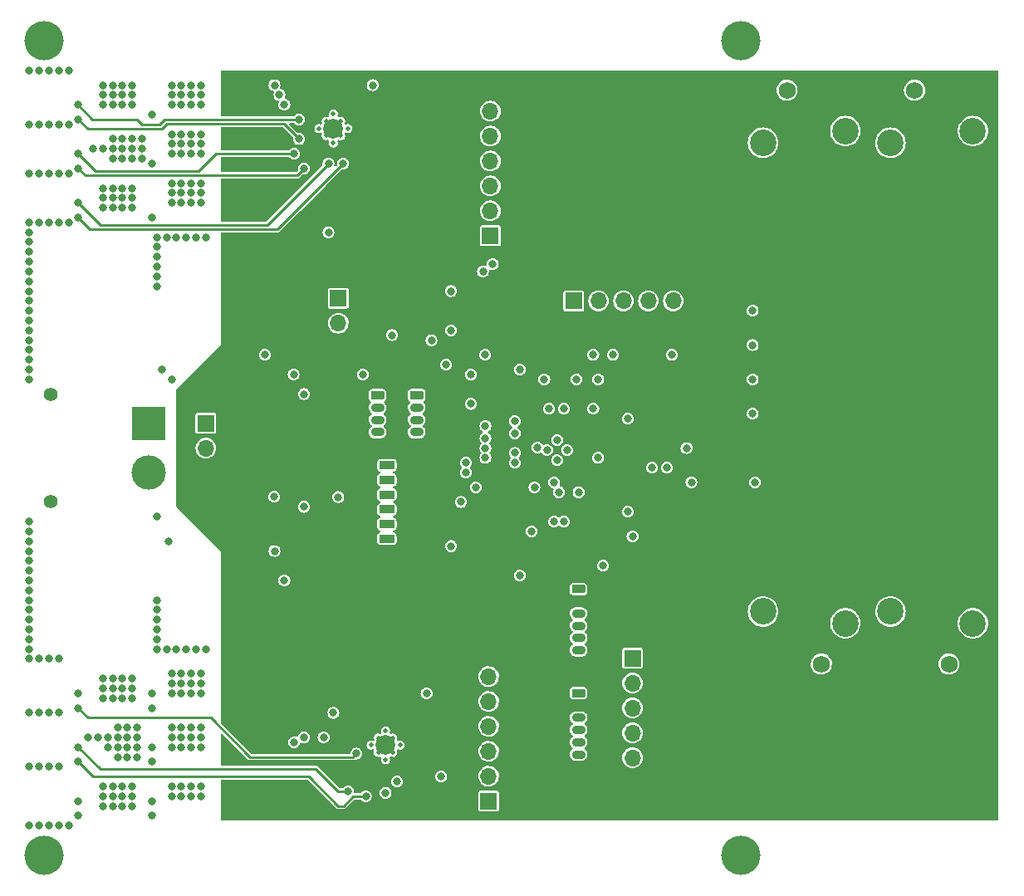
<source format=gbr>
%TF.GenerationSoftware,KiCad,Pcbnew,(6.0.5)*%
%TF.CreationDate,2022-08-05T23:54:08+09:00*%
%TF.ProjectId,ORION_VV_driver_v1,4f52494f-4e5f-4565-965f-647269766572,rev?*%
%TF.SameCoordinates,Original*%
%TF.FileFunction,Copper,L3,Inr*%
%TF.FilePolarity,Positive*%
%FSLAX46Y46*%
G04 Gerber Fmt 4.6, Leading zero omitted, Abs format (unit mm)*
G04 Created by KiCad (PCBNEW (6.0.5)) date 2022-08-05 23:54:08*
%MOMM*%
%LPD*%
G01*
G04 APERTURE LIST*
G04 Aperture macros list*
%AMRoundRect*
0 Rectangle with rounded corners*
0 $1 Rounding radius*
0 $2 $3 $4 $5 $6 $7 $8 $9 X,Y pos of 4 corners*
0 Add a 4 corners polygon primitive as box body*
4,1,4,$2,$3,$4,$5,$6,$7,$8,$9,$2,$3,0*
0 Add four circle primitives for the rounded corners*
1,1,$1+$1,$2,$3*
1,1,$1+$1,$4,$5*
1,1,$1+$1,$6,$7*
1,1,$1+$1,$8,$9*
0 Add four rect primitives between the rounded corners*
20,1,$1+$1,$2,$3,$4,$5,0*
20,1,$1+$1,$4,$5,$6,$7,0*
20,1,$1+$1,$6,$7,$8,$9,0*
20,1,$1+$1,$8,$9,$2,$3,0*%
G04 Aperture macros list end*
%TA.AperFunction,ComponentPad*%
%ADD10RoundRect,0.225000X-0.475000X0.225000X-0.475000X-0.225000X0.475000X-0.225000X0.475000X0.225000X0*%
%TD*%
%TA.AperFunction,ComponentPad*%
%ADD11O,1.400000X0.900000*%
%TD*%
%TA.AperFunction,ComponentPad*%
%ADD12R,1.750000X1.750000*%
%TD*%
%TA.AperFunction,ComponentPad*%
%ADD13C,1.750000*%
%TD*%
%TA.AperFunction,ComponentPad*%
%ADD14C,2.700000*%
%TD*%
%TA.AperFunction,ComponentPad*%
%ADD15R,1.700000X1.700000*%
%TD*%
%TA.AperFunction,ComponentPad*%
%ADD16O,1.700000X1.700000*%
%TD*%
%TA.AperFunction,ComponentPad*%
%ADD17C,0.500000*%
%TD*%
%TA.AperFunction,ComponentPad*%
%ADD18C,2.000000*%
%TD*%
%TA.AperFunction,ComponentPad*%
%ADD19C,1.400000*%
%TD*%
%TA.AperFunction,ComponentPad*%
%ADD20R,3.500000X3.500000*%
%TD*%
%TA.AperFunction,ComponentPad*%
%ADD21C,3.500000*%
%TD*%
%TA.AperFunction,ComponentPad*%
%ADD22RoundRect,0.225000X-0.575000X0.225000X-0.575000X-0.225000X0.575000X-0.225000X0.575000X0.225000X0*%
%TD*%
%TA.AperFunction,ViaPad*%
%ADD23C,4.000000*%
%TD*%
%TA.AperFunction,ViaPad*%
%ADD24C,0.800000*%
%TD*%
%TA.AperFunction,Conductor*%
%ADD25C,0.250000*%
%TD*%
G04 APERTURE END LIST*
D10*
%TO.N,GND*%
%TO.C,J2*%
X51500000Y-59625000D03*
D11*
%TO.N,+5V*%
X51500000Y-60875000D03*
%TO.N,/CAN_L*%
X51500000Y-62125000D03*
%TO.N,/CAN_H*%
X51500000Y-63375000D03*
%TD*%
D10*
%TO.N,GND*%
%TO.C,J6*%
X72000000Y-79375000D03*
D11*
%TO.N,+3V3*%
X72000000Y-80625000D03*
%TO.N,/NSS_ENC1*%
X72000000Y-81875000D03*
%TO.N,/SPI_CLK*%
X72000000Y-83125000D03*
%TO.N,/SPI_MISO*%
X72000000Y-84375000D03*
%TO.N,/SPI_MOSI*%
X72000000Y-85625000D03*
%TD*%
D12*
%TO.N,+3V3*%
%TO.C,RV1*%
X106250000Y-87020000D03*
D13*
%TO.N,/POT_0*%
X109750000Y-87020000D03*
%TO.N,GND*%
X106250000Y-28520000D03*
D14*
%TO.N,N/C*%
X103800000Y-81670000D03*
X112200000Y-32670000D03*
X112200000Y-82870000D03*
X103800000Y-33870000D03*
%TD*%
D15*
%TO.N,/NSS_ENC0*%
%TO.C,J10*%
X77500000Y-86425000D03*
D16*
%TO.N,/NSS_ENC1*%
X77500000Y-88965000D03*
%TO.N,/SPI_CLK*%
X77500000Y-91505000D03*
%TO.N,/SPI_MISO*%
X77500000Y-94045000D03*
%TO.N,/SPI_MOSI*%
X77500000Y-96585000D03*
%TD*%
D15*
%TO.N,Net-(D12-Pad1)*%
%TO.C,J14*%
X34000000Y-62475000D03*
D16*
%TO.N,GND*%
X34000000Y-65015000D03*
%TO.N,+3V3*%
X34000000Y-67555000D03*
%TD*%
D17*
%TO.N,N/C*%
%TO.C,GD2*%
X46257538Y-31676777D03*
X47000000Y-30934315D03*
X47000000Y-33904163D03*
D18*
X47000000Y-32419239D03*
D17*
X46257538Y-33161701D03*
X47742462Y-31676777D03*
X47742462Y-33161701D03*
X48484924Y-32419239D03*
X45515076Y-32419239D03*
%TD*%
D19*
%TO.N,*%
%TO.C,J11*%
X18175000Y-70500000D03*
X18175000Y-59500000D03*
D20*
%TO.N,GNDPWR*%
X28175000Y-62500000D03*
D21*
%TO.N,+BATT*%
X28175000Y-67500000D03*
%TD*%
D10*
%TO.N,GND*%
%TO.C,J5*%
X72000000Y-90000000D03*
D11*
%TO.N,+3V3*%
X72000000Y-91250000D03*
%TO.N,/NSS_ENC0*%
X72000000Y-92500000D03*
%TO.N,/SPI_CLK*%
X72000000Y-93750000D03*
%TO.N,/SPI_MISO*%
X72000000Y-95000000D03*
%TO.N,/SPI_MOSI*%
X72000000Y-96250000D03*
%TD*%
D12*
%TO.N,+3V3*%
%TO.C,RV2*%
X93250000Y-87020000D03*
D13*
%TO.N,/POT_1*%
X96750000Y-87020000D03*
%TO.N,GND*%
X93250000Y-28520000D03*
D14*
%TO.N,N/C*%
X99200000Y-82870000D03*
X90800000Y-33870000D03*
X90800000Y-81670000D03*
X99200000Y-32670000D03*
%TD*%
D15*
%TO.N,/CAN_L*%
%TO.C,J1*%
X47500000Y-49725000D03*
D16*
%TO.N,Net-(J1-Pad2)*%
X47500000Y-52265000D03*
%TD*%
D15*
%TO.N,/M0_UH*%
%TO.C,J8*%
X63000000Y-43350000D03*
D16*
%TO.N,/M0_VH*%
X63000000Y-40810000D03*
%TO.N,/M0_WH*%
X63000000Y-38270000D03*
%TO.N,/M0_UL*%
X63000000Y-35730000D03*
%TO.N,/M0_VL*%
X63000000Y-33190000D03*
%TO.N,/M0_WL*%
X63000000Y-30650000D03*
%TD*%
D15*
%TO.N,/BATT_V_SENS*%
%TO.C,J7*%
X71500000Y-50000000D03*
D16*
%TO.N,/M1_CS*%
X74040000Y-50000000D03*
%TO.N,/TEMP_1*%
X76580000Y-50000000D03*
%TO.N,/TEMP_0*%
X79120000Y-50000000D03*
%TO.N,/M0_CS*%
X81660000Y-50000000D03*
%TD*%
D17*
%TO.N,N/C*%
%TO.C,GD1*%
X52325000Y-96784924D03*
X52325000Y-93815076D03*
X53067462Y-94557538D03*
X53067462Y-96042462D03*
X51582538Y-94557538D03*
X51582538Y-96042462D03*
D18*
X52325000Y-95300000D03*
D17*
X53809924Y-95300000D03*
X50840076Y-95300000D03*
%TD*%
D15*
%TO.N,/M1_UH*%
%TO.C,J9*%
X62825000Y-101000000D03*
D16*
%TO.N,/M1_VH*%
X62825000Y-98460000D03*
%TO.N,/M1_WH*%
X62825000Y-95920000D03*
%TO.N,/M1_UL*%
X62825000Y-93380000D03*
%TO.N,/M1_VL*%
X62825000Y-90840000D03*
%TO.N,/M1_WL*%
X62825000Y-88300000D03*
%TD*%
D10*
%TO.N,GND*%
%TO.C,J3*%
X55500000Y-59625000D03*
D11*
%TO.N,+5V*%
X55500000Y-60875000D03*
%TO.N,/CAN_L*%
X55500000Y-62125000D03*
%TO.N,/CAN_H*%
X55500000Y-63375000D03*
%TD*%
D22*
%TO.N,GND*%
%TO.C,J4*%
X52450000Y-66750000D03*
%TO.N,Net-(D5-Pad2)*%
X52450000Y-68250000D03*
%TO.N,/SWDIO*%
X52450000Y-69750000D03*
%TO.N,/SWCLK*%
X52450000Y-71250000D03*
%TO.N,/UART1_TX*%
X52450000Y-72750000D03*
%TO.N,/UART1_RX*%
X52450000Y-74250000D03*
%TD*%
D23*
%TO.N,*%
X88500000Y-106500000D03*
X17500000Y-23500000D03*
X88500000Y-23500000D03*
X17500000Y-106500000D03*
D24*
%TO.N,GNDPWR*%
X30500000Y-58000000D03*
X30224500Y-74500000D03*
%TO.N,+15V*%
X46500000Y-43000000D03*
X51000000Y-28000000D03*
X56500000Y-90000000D03*
X58000000Y-98500000D03*
%TO.N,/M1_W*%
X52325000Y-100150000D03*
X25500000Y-99500000D03*
X23500000Y-100500000D03*
X24500000Y-101500000D03*
X23500000Y-99500000D03*
X24500000Y-100500000D03*
X25500000Y-101500000D03*
X26500000Y-100500000D03*
X25500000Y-100500000D03*
X26500000Y-101500000D03*
X21000000Y-101000000D03*
X23500000Y-101500000D03*
X24500000Y-99500000D03*
X26500000Y-99500000D03*
%TO.N,Net-(C12-Pad1)*%
X32500000Y-88000000D03*
X30500000Y-88000000D03*
X31000000Y-85500000D03*
X30500000Y-89000000D03*
X30500000Y-93500000D03*
X30500000Y-99500000D03*
X31500000Y-95500000D03*
X33000000Y-85500000D03*
X32500000Y-94500000D03*
X29000000Y-82500000D03*
X29000000Y-83500000D03*
X33500000Y-100500000D03*
X33500000Y-88000000D03*
X34000000Y-85500000D03*
X32500000Y-90000000D03*
X29000000Y-81500000D03*
X32500000Y-93500000D03*
X28500000Y-101000000D03*
X30500000Y-90000000D03*
X31500000Y-94500000D03*
X31500000Y-100500000D03*
X29000000Y-80500000D03*
X32500000Y-95500000D03*
X33500000Y-89000000D03*
X33500000Y-90000000D03*
X33500000Y-95500000D03*
X30000000Y-85500000D03*
X31500000Y-93500000D03*
X33500000Y-94500000D03*
X29013342Y-71988744D03*
X30500000Y-94500000D03*
X28500000Y-90000000D03*
X32500000Y-99500000D03*
X32500000Y-89000000D03*
X31500000Y-99500000D03*
X31500000Y-90000000D03*
X29000000Y-85500000D03*
X33500000Y-93500000D03*
X31500000Y-88000000D03*
X32000000Y-85500000D03*
X29000000Y-84500000D03*
X28500000Y-95500000D03*
X31500000Y-89000000D03*
X30500000Y-95500000D03*
X33500000Y-99500000D03*
X30500000Y-100500000D03*
X32500000Y-100500000D03*
%TO.N,/M1_V*%
X26000000Y-94500000D03*
X24000000Y-95500000D03*
X27000000Y-93500000D03*
X25000000Y-95500000D03*
X23000000Y-94500000D03*
X22000000Y-94500000D03*
X26000000Y-93500000D03*
X48500000Y-100000000D03*
X26000000Y-95500000D03*
X26000000Y-96500000D03*
X25000000Y-94500000D03*
X24000000Y-94500000D03*
X27000000Y-94500000D03*
X21000000Y-95500000D03*
X27000000Y-95500000D03*
X25000000Y-93500000D03*
X27000000Y-96500000D03*
X25000000Y-96500000D03*
%TO.N,Net-(C13-Pad1)*%
X30500000Y-30000000D03*
X29000000Y-45500000D03*
X31500000Y-38000000D03*
X30000000Y-43500000D03*
X29000000Y-47500000D03*
X33500000Y-35000000D03*
X29000000Y-44500000D03*
X31500000Y-39000000D03*
X31500000Y-28000000D03*
X33500000Y-29000000D03*
X30500000Y-40000000D03*
X29500000Y-57000000D03*
X32500000Y-39000000D03*
X33000000Y-43500000D03*
X31000000Y-43500000D03*
X30500000Y-35000000D03*
X30500000Y-33000000D03*
X33500000Y-28000000D03*
X33500000Y-38000000D03*
X32500000Y-28000000D03*
X33500000Y-33000000D03*
X30500000Y-38000000D03*
X30500000Y-34000000D03*
X33500000Y-34000000D03*
X32500000Y-29000000D03*
X32500000Y-35000000D03*
X32500000Y-30000000D03*
X31500000Y-30000000D03*
X32500000Y-34000000D03*
X30500000Y-28000000D03*
X30500000Y-39000000D03*
X34000000Y-43500000D03*
X29000000Y-46500000D03*
X31500000Y-33000000D03*
X29000000Y-43500000D03*
X31500000Y-35000000D03*
X32500000Y-33000000D03*
X33500000Y-39000000D03*
X33500000Y-40000000D03*
X31500000Y-40000000D03*
X32000000Y-43500000D03*
X32500000Y-40000000D03*
X31500000Y-34000000D03*
X33500000Y-30000000D03*
X30500000Y-29000000D03*
X29000000Y-48500000D03*
X32500000Y-38000000D03*
X31500000Y-29000000D03*
%TO.N,/M1_U*%
X23500000Y-90500000D03*
X26500000Y-90500000D03*
X25500000Y-88500000D03*
X26500000Y-88500000D03*
X25500000Y-89500000D03*
X21000000Y-90000000D03*
X25500000Y-90500000D03*
X23500000Y-88500000D03*
X24500000Y-89500000D03*
X26500000Y-89500000D03*
X24500000Y-90500000D03*
X43000000Y-95000000D03*
X23500000Y-89500000D03*
X24500000Y-88500000D03*
%TO.N,/M0_W*%
X24500000Y-40500000D03*
X46500000Y-36000000D03*
X26500000Y-38500000D03*
X24500000Y-39500000D03*
X21000000Y-40000000D03*
X26500000Y-39500000D03*
X25500000Y-39500000D03*
X25500000Y-38500000D03*
X23500000Y-38500000D03*
X26500000Y-40500000D03*
X23500000Y-39500000D03*
X25500000Y-40500000D03*
X24500000Y-38500000D03*
X23500000Y-40500000D03*
%TO.N,/M0_V*%
X26500000Y-34500000D03*
X22500000Y-34500000D03*
X27500000Y-34500000D03*
X23500000Y-34500000D03*
X24500000Y-35500000D03*
X27500000Y-33500000D03*
X26500000Y-33500000D03*
X24500000Y-33500000D03*
X21000000Y-35000000D03*
X24500000Y-34500000D03*
X25500000Y-34500000D03*
X25500000Y-33500000D03*
X43000000Y-35000000D03*
X25500000Y-35500000D03*
X26500000Y-35500000D03*
X27500000Y-35500000D03*
%TO.N,/M1_UL*%
X66000000Y-78000000D03*
%TO.N,/M1_VL*%
X67500000Y-69000000D03*
%TO.N,/M1_WL*%
X67224500Y-73500000D03*
%TO.N,Net-(GD1-Pad9)*%
X47000000Y-92000000D03*
X28500000Y-91500000D03*
%TO.N,Net-(GD1-Pad10)*%
X28500000Y-97000000D03*
X44000000Y-94500000D03*
%TO.N,Net-(GD1-Pad11)*%
X46000000Y-94500000D03*
X28500000Y-102500000D03*
%TO.N,Net-(GD1-Pad13)*%
X21000000Y-91500000D03*
X49325000Y-96150000D03*
%TO.N,Net-(GD1-Pad16)*%
X50313000Y-100500000D03*
X21000000Y-97000000D03*
%TO.N,Net-(GD1-Pad19)*%
X53500000Y-99000000D03*
X21000000Y-102500000D03*
%TO.N,/M1_UH*%
X65500000Y-63500000D03*
%TO.N,/M1_VH*%
X62500000Y-64000000D03*
%TO.N,/M1_WH*%
X67815303Y-64932819D03*
%TO.N,/M0_UL*%
X70500000Y-61000000D03*
%TO.N,/M0_VL*%
X69000000Y-61000000D03*
%TO.N,/M0_WL*%
X68500000Y-58000000D03*
%TO.N,Net-(GD2-Pad9)*%
X41000000Y-28000000D03*
X28500000Y-31000000D03*
%TO.N,Net-(GD2-Pad10)*%
X28487714Y-36024100D03*
X41500000Y-29000000D03*
%TO.N,Net-(GD2-Pad11)*%
X28500000Y-41500000D03*
X42000000Y-30000000D03*
%TO.N,Net-(GD2-Pad13)*%
X43500000Y-33488000D03*
X21000000Y-31500000D03*
%TO.N,Net-(GD2-Pad16)*%
X44000000Y-36500000D03*
X21000000Y-36500000D03*
%TO.N,Net-(GD2-Pad19)*%
X48000000Y-36000000D03*
X21000000Y-41500000D03*
%TO.N,/M0_UH*%
X65500000Y-65500000D03*
%TO.N,/M0_VH*%
X62500000Y-66000000D03*
%TO.N,/M0_WH*%
X65500000Y-66500000D03*
%TO.N,/M0_U*%
X20938942Y-30000000D03*
X25500000Y-28000000D03*
X26500000Y-28000000D03*
X25500000Y-30000000D03*
X23500000Y-28000000D03*
X23500000Y-30000000D03*
X24500000Y-29000000D03*
X25500000Y-29000000D03*
X26500000Y-30000000D03*
X24500000Y-30000000D03*
X24500000Y-28000000D03*
X23500000Y-29000000D03*
X26500000Y-29000000D03*
X43500000Y-31500000D03*
%TO.N,/POT_0*%
X65500000Y-62250000D03*
X62250000Y-47000000D03*
%TO.N,/POT_1*%
X63250000Y-46250000D03*
X62500000Y-62750000D03*
%TO.N,/M1_CS*%
X52987701Y-53487701D03*
X42000000Y-78500000D03*
X71789684Y-58000000D03*
%TO.N,/M0_CS*%
X77012299Y-62012299D03*
X59000000Y-49000000D03*
X42950500Y-57500000D03*
%TO.N,unconnected-(U4-Pad40)*%
X62500000Y-65000000D03*
%TO.N,/CAN_H*%
X57000000Y-54000000D03*
X50000000Y-57500000D03*
%TO.N,/SWDIO*%
X60000000Y-70500000D03*
%TO.N,/SWCLK*%
X59000000Y-75000000D03*
%TO.N,/NSS_ENC0*%
X70500000Y-72500000D03*
X74500000Y-77000000D03*
%TO.N,/NRST*%
X83000000Y-65000000D03*
X74000000Y-66000000D03*
%TO.N,+3V3*%
X79500000Y-55500000D03*
X87000000Y-65000000D03*
X73500000Y-56500000D03*
X74500000Y-71500000D03*
X62500000Y-70500000D03*
X77500000Y-55500000D03*
X40000000Y-74000000D03*
X40000000Y-52500000D03*
X70514263Y-63486030D03*
X78250000Y-58250000D03*
X71500000Y-66000000D03*
X76000000Y-70500000D03*
X69000000Y-67000000D03*
X46500000Y-59500000D03*
X65000000Y-58000000D03*
X62500000Y-52500000D03*
X68009434Y-63952351D03*
%TO.N,GND*%
X62481551Y-55493850D03*
X70824799Y-65210000D03*
X89750000Y-51000000D03*
X83500000Y-68500000D03*
X69800201Y-66234598D03*
X69800201Y-64185402D03*
X89750000Y-54500000D03*
X73500000Y-55500000D03*
X66000000Y-57000000D03*
X81500000Y-55500000D03*
X89750000Y-58000000D03*
X40012299Y-55487701D03*
X77500000Y-74000000D03*
X75500000Y-55500000D03*
X81000000Y-67000000D03*
X89750000Y-61500000D03*
X61512299Y-69012299D03*
X77000000Y-71500000D03*
X68775603Y-65210000D03*
X79500000Y-67000000D03*
X40972536Y-69972536D03*
X41000000Y-75500000D03*
X90000000Y-68500000D03*
%TO.N,/TEMP_0*%
X73500000Y-61000000D03*
%TO.N,/BATT_V_SENS*%
X61000000Y-57500000D03*
X61000000Y-60500000D03*
X47500000Y-70000000D03*
%TO.N,/SPI_CLK*%
X69500000Y-68500000D03*
%TO.N,/SPI_MISO*%
X69500000Y-72500000D03*
%TO.N,/SPI_MOSI*%
X70000000Y-69500000D03*
%TO.N,/NSS_ENC1*%
X72000000Y-69500000D03*
%TO.N,/CAN_TX*%
X58500000Y-56500000D03*
X60500000Y-67500000D03*
%TO.N,/CAN_RX*%
X59000000Y-53000000D03*
X60512299Y-66487701D03*
%TO.N,/TEMP_1*%
X74000000Y-58000000D03*
%TO.N,Net-(J12-Pad4)*%
X16000000Y-52000000D03*
X19000000Y-26500000D03*
X18000000Y-42000000D03*
X16000000Y-57000000D03*
X19000000Y-32000000D03*
X18000000Y-26500000D03*
X16000000Y-32000000D03*
X20000000Y-26500000D03*
X16000000Y-47000000D03*
X16000000Y-43000000D03*
X16000000Y-48000000D03*
X17000000Y-42000000D03*
X16000000Y-50000000D03*
X20000000Y-42000000D03*
X16000000Y-54000000D03*
X20000000Y-37000000D03*
X18000000Y-32000000D03*
X20000000Y-32000000D03*
X17000000Y-32000000D03*
X16000000Y-55000000D03*
X18000000Y-37000000D03*
X17000000Y-37000000D03*
X17000000Y-26500000D03*
X19000000Y-42000000D03*
X16000000Y-58000000D03*
X16000000Y-42000000D03*
X16000000Y-51000000D03*
X16000000Y-53000000D03*
X16000000Y-46000000D03*
X16000000Y-45000000D03*
X16000000Y-26500000D03*
X16000000Y-49000000D03*
X19000000Y-37000000D03*
X16000000Y-56000000D03*
X16000000Y-44000000D03*
X16000000Y-37000000D03*
%TO.N,Net-(J13-Pad4)*%
X16000000Y-78500000D03*
X17000000Y-86500000D03*
X19000000Y-86500000D03*
X18000000Y-92000000D03*
X17000000Y-103500000D03*
X16000000Y-80500000D03*
X16000000Y-85500000D03*
X18000000Y-97500000D03*
X16000000Y-97500000D03*
X16000000Y-103500000D03*
X17000000Y-92000000D03*
X19000000Y-92000000D03*
X18000000Y-103500000D03*
X20000000Y-103500000D03*
X16000000Y-83500000D03*
X16000000Y-84500000D03*
X16000000Y-81500000D03*
X18000000Y-86500000D03*
X16000000Y-79500000D03*
X16000000Y-82500000D03*
X16000000Y-86500000D03*
X16000000Y-76500000D03*
X19000000Y-97500000D03*
X16000000Y-92000000D03*
X16000000Y-77500000D03*
X16000000Y-75500000D03*
X17000000Y-97500000D03*
X16000000Y-73500000D03*
X16000000Y-72500000D03*
X19000000Y-103500000D03*
X16000000Y-74500000D03*
%TO.N,/3V3_HARF_REF*%
X44000000Y-71000000D03*
X44000000Y-59500000D03*
%TD*%
D25*
%TO.N,/M1_V*%
X45224511Y-97724511D02*
X23224511Y-97724511D01*
X23224511Y-97724511D02*
X21000000Y-95500000D01*
X47500000Y-100000000D02*
X45224511Y-97724511D01*
X48500000Y-100000000D02*
X47500000Y-100000000D01*
%TO.N,/M0_W*%
X40275489Y-42224511D02*
X23224511Y-42224511D01*
X46500000Y-36000000D02*
X40275489Y-42224511D01*
X23224511Y-42224511D02*
X21000000Y-40000000D01*
%TO.N,/M0_V*%
X33251389Y-36748611D02*
X22748611Y-36748611D01*
X22748611Y-36748611D02*
X21000000Y-35000000D01*
X35000000Y-35000000D02*
X33251389Y-36748611D01*
X43000000Y-35000000D02*
X35000000Y-35000000D01*
%TO.N,Net-(GD1-Pad13)*%
X21000000Y-91500000D02*
X22000000Y-92500000D01*
X22000000Y-92500000D02*
X34500000Y-92500000D01*
X48975000Y-96500000D02*
X49325000Y-96150000D01*
X38500000Y-96500000D02*
X48975000Y-96500000D01*
X34500000Y-92500000D02*
X38500000Y-96500000D01*
%TO.N,Net-(GD1-Pad16)*%
X49024614Y-100500000D02*
X48024614Y-101500000D01*
X48024614Y-101500000D02*
X47500000Y-101500000D01*
X44500000Y-98500000D02*
X22500000Y-98500000D01*
X22500000Y-98500000D02*
X21000000Y-97000000D01*
X47500000Y-101500000D02*
X44500000Y-98500000D01*
X50313000Y-100500000D02*
X49024614Y-100500000D01*
%TO.N,Net-(GD2-Pad13)*%
X29550480Y-32449520D02*
X30050480Y-31949520D01*
X30050480Y-31949520D02*
X41961520Y-31949520D01*
X41961520Y-31949520D02*
X43500000Y-33488000D01*
X21949520Y-32449520D02*
X29550480Y-32449520D01*
X21000000Y-31500000D02*
X21949520Y-32449520D01*
%TO.N,Net-(GD2-Pad16)*%
X21698131Y-37198131D02*
X43301869Y-37198131D01*
X21000000Y-36500000D02*
X21698131Y-37198131D01*
X43301869Y-37198131D02*
X44000000Y-36500000D01*
%TO.N,Net-(GD2-Pad19)*%
X21000000Y-41500000D02*
X22174031Y-42674031D01*
X41325969Y-42674031D02*
X48000000Y-36000000D01*
X22174031Y-42674031D02*
X41325969Y-42674031D01*
%TO.N,/M0_U*%
X27500000Y-32000000D02*
X29250000Y-32000000D01*
X20938942Y-30000000D02*
X22438942Y-31500000D01*
X27000000Y-31500000D02*
X27500000Y-32000000D01*
X29750000Y-31500000D02*
X43500000Y-31500000D01*
X22438942Y-31500000D02*
X27000000Y-31500000D01*
X29250000Y-32000000D02*
X29750000Y-31500000D01*
%TD*%
%TA.AperFunction,Conductor*%
%TO.N,+3V3*%
G36*
X114741621Y-26520002D02*
G01*
X114788114Y-26573658D01*
X114799500Y-26626000D01*
X114799500Y-102874000D01*
X114779498Y-102942121D01*
X114725842Y-102988614D01*
X114673500Y-103000000D01*
X35626000Y-103000000D01*
X35557879Y-102979998D01*
X35511386Y-102926342D01*
X35500000Y-102874000D01*
X35500000Y-101869748D01*
X61774500Y-101869748D01*
X61786133Y-101928231D01*
X61830448Y-101994552D01*
X61896769Y-102038867D01*
X61908938Y-102041288D01*
X61908939Y-102041288D01*
X61949184Y-102049293D01*
X61955252Y-102050500D01*
X63694748Y-102050500D01*
X63700816Y-102049293D01*
X63741061Y-102041288D01*
X63741062Y-102041288D01*
X63753231Y-102038867D01*
X63819552Y-101994552D01*
X63863867Y-101928231D01*
X63875500Y-101869748D01*
X63875500Y-100130252D01*
X63863867Y-100071769D01*
X63819552Y-100005448D01*
X63753231Y-99961133D01*
X63741062Y-99958712D01*
X63741061Y-99958712D01*
X63700816Y-99950707D01*
X63694748Y-99949500D01*
X61955252Y-99949500D01*
X61949184Y-99950707D01*
X61908939Y-99958712D01*
X61908938Y-99958712D01*
X61896769Y-99961133D01*
X61830448Y-100005448D01*
X61786133Y-100071769D01*
X61774500Y-100130252D01*
X61774500Y-101869748D01*
X35500000Y-101869748D01*
X35500000Y-98951500D01*
X35520002Y-98883379D01*
X35573658Y-98836886D01*
X35626000Y-98825500D01*
X44312984Y-98825500D01*
X44381105Y-98845502D01*
X44402079Y-98862405D01*
X47255889Y-101716215D01*
X47263315Y-101724318D01*
X47287545Y-101753194D01*
X47297094Y-101758707D01*
X47320185Y-101772039D01*
X47329456Y-101777945D01*
X47360316Y-101799554D01*
X47370966Y-101802408D01*
X47374134Y-101803885D01*
X47377410Y-101805077D01*
X47386955Y-101810588D01*
X47420699Y-101816538D01*
X47424058Y-101817130D01*
X47434785Y-101819508D01*
X47471193Y-101829264D01*
X47482169Y-101828304D01*
X47482172Y-101828304D01*
X47508743Y-101825979D01*
X47519724Y-101825500D01*
X48004904Y-101825500D01*
X48015886Y-101825980D01*
X48042434Y-101828303D01*
X48042436Y-101828303D01*
X48053421Y-101829264D01*
X48089829Y-101819508D01*
X48100556Y-101817130D01*
X48103915Y-101816538D01*
X48137659Y-101810588D01*
X48147204Y-101805077D01*
X48150480Y-101803885D01*
X48153648Y-101802408D01*
X48164298Y-101799554D01*
X48195158Y-101777945D01*
X48204429Y-101772039D01*
X48227520Y-101758707D01*
X48237069Y-101753194D01*
X48261299Y-101724317D01*
X48268725Y-101716215D01*
X49122535Y-100862405D01*
X49184847Y-100828379D01*
X49211630Y-100825500D01*
X49743714Y-100825500D01*
X49811835Y-100845502D01*
X49843677Y-100874796D01*
X49884718Y-100928282D01*
X50010159Y-101024536D01*
X50156238Y-101085044D01*
X50313000Y-101105682D01*
X50321188Y-101104604D01*
X50461574Y-101086122D01*
X50469762Y-101085044D01*
X50615841Y-101024536D01*
X50741282Y-100928282D01*
X50837536Y-100802841D01*
X50898044Y-100656762D01*
X50918682Y-100500000D01*
X50898044Y-100343238D01*
X50837536Y-100197159D01*
X50801350Y-100150000D01*
X51719318Y-100150000D01*
X51739956Y-100306762D01*
X51800464Y-100452841D01*
X51896718Y-100578282D01*
X52022159Y-100674536D01*
X52168238Y-100735044D01*
X52325000Y-100755682D01*
X52333188Y-100754604D01*
X52473574Y-100736122D01*
X52481762Y-100735044D01*
X52627841Y-100674536D01*
X52753282Y-100578282D01*
X52849536Y-100452841D01*
X52910044Y-100306762D01*
X52930682Y-100150000D01*
X52912012Y-100008188D01*
X52911122Y-100001426D01*
X52910044Y-99993238D01*
X52849536Y-99847159D01*
X52753282Y-99721718D01*
X52627841Y-99625464D01*
X52481762Y-99564956D01*
X52325000Y-99544318D01*
X52168238Y-99564956D01*
X52022159Y-99625464D01*
X51896718Y-99721718D01*
X51800464Y-99847159D01*
X51739956Y-99993238D01*
X51738878Y-100001426D01*
X51737988Y-100008188D01*
X51719318Y-100150000D01*
X50801350Y-100150000D01*
X50763630Y-100100842D01*
X50746305Y-100078264D01*
X50741282Y-100071718D01*
X50615841Y-99975464D01*
X50469762Y-99914956D01*
X50313000Y-99894318D01*
X50156238Y-99914956D01*
X50010159Y-99975464D01*
X49884718Y-100071718D01*
X49879695Y-100078264D01*
X49843677Y-100125204D01*
X49786339Y-100167071D01*
X49743714Y-100174500D01*
X49226384Y-100174500D01*
X49158263Y-100154498D01*
X49111770Y-100100842D01*
X49101462Y-100032054D01*
X49104604Y-100008188D01*
X49105682Y-100000000D01*
X49085044Y-99843238D01*
X49024536Y-99697159D01*
X48928282Y-99571718D01*
X48802841Y-99475464D01*
X48656762Y-99414956D01*
X48500000Y-99394318D01*
X48343238Y-99414956D01*
X48197159Y-99475464D01*
X48071718Y-99571718D01*
X48066695Y-99578264D01*
X48030677Y-99625204D01*
X47973339Y-99667071D01*
X47930714Y-99674500D01*
X47687017Y-99674500D01*
X47618896Y-99654498D01*
X47597922Y-99637595D01*
X46960327Y-99000000D01*
X52894318Y-99000000D01*
X52914956Y-99156762D01*
X52975464Y-99302841D01*
X53071718Y-99428282D01*
X53197159Y-99524536D01*
X53343238Y-99585044D01*
X53500000Y-99605682D01*
X53508188Y-99604604D01*
X53648574Y-99586122D01*
X53656762Y-99585044D01*
X53802841Y-99524536D01*
X53928282Y-99428282D01*
X54024536Y-99302841D01*
X54085044Y-99156762D01*
X54105682Y-99000000D01*
X54085044Y-98843238D01*
X54024536Y-98697159D01*
X53928282Y-98571718D01*
X53834817Y-98500000D01*
X57394318Y-98500000D01*
X57414956Y-98656762D01*
X57475464Y-98802841D01*
X57571718Y-98928282D01*
X57697159Y-99024536D01*
X57843238Y-99085044D01*
X58000000Y-99105682D01*
X58008188Y-99104604D01*
X58148574Y-99086122D01*
X58156762Y-99085044D01*
X58302841Y-99024536D01*
X58428282Y-98928282D01*
X58524536Y-98802841D01*
X58585044Y-98656762D01*
X58605682Y-98500000D01*
X58598476Y-98445262D01*
X61769520Y-98445262D01*
X61786759Y-98650553D01*
X61843544Y-98848586D01*
X61846359Y-98854063D01*
X61846360Y-98854066D01*
X61934897Y-99026341D01*
X61937712Y-99031818D01*
X62065677Y-99193270D01*
X62070370Y-99197264D01*
X62070371Y-99197265D01*
X62185458Y-99295211D01*
X62222564Y-99326791D01*
X62402398Y-99427297D01*
X62497238Y-99458113D01*
X62592471Y-99489056D01*
X62592475Y-99489057D01*
X62598329Y-99490959D01*
X62802894Y-99515351D01*
X62809029Y-99514879D01*
X62809031Y-99514879D01*
X62865039Y-99510569D01*
X63008300Y-99499546D01*
X63014230Y-99497890D01*
X63014232Y-99497890D01*
X63200797Y-99445800D01*
X63200796Y-99445800D01*
X63206725Y-99444145D01*
X63212214Y-99441372D01*
X63212220Y-99441370D01*
X63385116Y-99354033D01*
X63390610Y-99351258D01*
X63552951Y-99224424D01*
X63576486Y-99197159D01*
X63683540Y-99073134D01*
X63683540Y-99073133D01*
X63687564Y-99068472D01*
X63708387Y-99031818D01*
X63754013Y-98951500D01*
X63789323Y-98889344D01*
X63854351Y-98693863D01*
X63880171Y-98489474D01*
X63880583Y-98460000D01*
X63860480Y-98254970D01*
X63800935Y-98057749D01*
X63704218Y-97875849D01*
X63627599Y-97781905D01*
X63577906Y-97720975D01*
X63577903Y-97720972D01*
X63574011Y-97716200D01*
X63514680Y-97667117D01*
X63420025Y-97588811D01*
X63420021Y-97588809D01*
X63415275Y-97584882D01*
X63234055Y-97486897D01*
X63037254Y-97425977D01*
X63031129Y-97425333D01*
X63031128Y-97425333D01*
X62838498Y-97405087D01*
X62838496Y-97405087D01*
X62832369Y-97404443D01*
X62749219Y-97412010D01*
X62633342Y-97422555D01*
X62633339Y-97422556D01*
X62627203Y-97423114D01*
X62429572Y-97481280D01*
X62247002Y-97576726D01*
X62242201Y-97580586D01*
X62242198Y-97580588D01*
X62168455Y-97639879D01*
X62086447Y-97705815D01*
X61954024Y-97863630D01*
X61951056Y-97869028D01*
X61951053Y-97869033D01*
X61926400Y-97913878D01*
X61854776Y-98044162D01*
X61852913Y-98050035D01*
X61813431Y-98174500D01*
X61792484Y-98240532D01*
X61791798Y-98246649D01*
X61791797Y-98246653D01*
X61787632Y-98283785D01*
X61769520Y-98445262D01*
X58598476Y-98445262D01*
X58585044Y-98343238D01*
X58524536Y-98197159D01*
X58428282Y-98071718D01*
X58302841Y-97975464D01*
X58156762Y-97914956D01*
X58000000Y-97894318D01*
X57843238Y-97914956D01*
X57697159Y-97975464D01*
X57571718Y-98071718D01*
X57475464Y-98197159D01*
X57414956Y-98343238D01*
X57394318Y-98500000D01*
X53834817Y-98500000D01*
X53802841Y-98475464D01*
X53656762Y-98414956D01*
X53500000Y-98394318D01*
X53343238Y-98414956D01*
X53197159Y-98475464D01*
X53071718Y-98571718D01*
X52975464Y-98697159D01*
X52914956Y-98843238D01*
X52894318Y-99000000D01*
X46960327Y-99000000D01*
X45468621Y-97508295D01*
X45461194Y-97500191D01*
X45444052Y-97479762D01*
X45444053Y-97479762D01*
X45436966Y-97471317D01*
X45427417Y-97465804D01*
X45404326Y-97452472D01*
X45395055Y-97446566D01*
X45373226Y-97431281D01*
X45364195Y-97424957D01*
X45353545Y-97422103D01*
X45350377Y-97420626D01*
X45347101Y-97419434D01*
X45337556Y-97413923D01*
X45303812Y-97407973D01*
X45300453Y-97407381D01*
X45289726Y-97405003D01*
X45253318Y-97395247D01*
X45242333Y-97396208D01*
X45242331Y-97396208D01*
X45215783Y-97398531D01*
X45204801Y-97399011D01*
X35626000Y-97399011D01*
X35557879Y-97379009D01*
X35511386Y-97325353D01*
X35500000Y-97273011D01*
X35500000Y-94264516D01*
X35520002Y-94196395D01*
X35573658Y-94149902D01*
X35643932Y-94139798D01*
X35708512Y-94169292D01*
X35715090Y-94175416D01*
X36986123Y-95446450D01*
X38255895Y-96716222D01*
X38263321Y-96724325D01*
X38287545Y-96753194D01*
X38297088Y-96758704D01*
X38297092Y-96758707D01*
X38320179Y-96772036D01*
X38329448Y-96777940D01*
X38360316Y-96799554D01*
X38370964Y-96802407D01*
X38374135Y-96803886D01*
X38377411Y-96805078D01*
X38386955Y-96810588D01*
X38424076Y-96817134D01*
X38434783Y-96819508D01*
X38471193Y-96829263D01*
X38482168Y-96828303D01*
X38482170Y-96828303D01*
X38508731Y-96825979D01*
X38519712Y-96825500D01*
X48955290Y-96825500D01*
X48966272Y-96825980D01*
X48992820Y-96828303D01*
X48992822Y-96828303D01*
X49003807Y-96829264D01*
X49040215Y-96819508D01*
X49050942Y-96817130D01*
X49054301Y-96816538D01*
X49088045Y-96810588D01*
X49097590Y-96805077D01*
X49100866Y-96803885D01*
X49104034Y-96802408D01*
X49114684Y-96799554D01*
X49145550Y-96777941D01*
X49154814Y-96772040D01*
X49172444Y-96761861D01*
X49241439Y-96745122D01*
X49251887Y-96746057D01*
X49325000Y-96755682D01*
X49333188Y-96754604D01*
X49398110Y-96746057D01*
X49481762Y-96735044D01*
X49627841Y-96674536D01*
X49753282Y-96578282D01*
X49849536Y-96452841D01*
X49910044Y-96306762D01*
X49930682Y-96150000D01*
X49910044Y-95993238D01*
X49849536Y-95847159D01*
X49774432Y-95749281D01*
X49758305Y-95728264D01*
X49753282Y-95721718D01*
X49627841Y-95625464D01*
X49481762Y-95564956D01*
X49325000Y-95544318D01*
X49168238Y-95564956D01*
X49022159Y-95625464D01*
X48896718Y-95721718D01*
X48891695Y-95728264D01*
X48875568Y-95749281D01*
X48800464Y-95847159D01*
X48739956Y-95993238D01*
X48738878Y-96001426D01*
X48738878Y-96001427D01*
X48730516Y-96064945D01*
X48701794Y-96129873D01*
X48642529Y-96168965D01*
X48605594Y-96174500D01*
X38687017Y-96174500D01*
X38618896Y-96154498D01*
X38597922Y-96137595D01*
X37460327Y-95000000D01*
X42394318Y-95000000D01*
X42414956Y-95156762D01*
X42475464Y-95302841D01*
X42571718Y-95428282D01*
X42697159Y-95524536D01*
X42843238Y-95585044D01*
X43000000Y-95605682D01*
X43008188Y-95604604D01*
X43148574Y-95586122D01*
X43156762Y-95585044D01*
X43302841Y-95524536D01*
X43428282Y-95428282D01*
X43524536Y-95302841D01*
X43528016Y-95294440D01*
X50384977Y-95294440D01*
X50386141Y-95303342D01*
X50386141Y-95303345D01*
X50400544Y-95413489D01*
X50400545Y-95413493D01*
X50401709Y-95422394D01*
X50405325Y-95430612D01*
X50437688Y-95504162D01*
X50453681Y-95540510D01*
X50459458Y-95547383D01*
X50459459Y-95547384D01*
X50522436Y-95622304D01*
X50536715Y-95639291D01*
X50580050Y-95668137D01*
X50628717Y-95700532D01*
X50644136Y-95710796D01*
X50767309Y-95749278D01*
X50776279Y-95749442D01*
X50776283Y-95749443D01*
X50835018Y-95750519D01*
X50896331Y-95751643D01*
X51005980Y-95721749D01*
X51076962Y-95723128D01*
X51135931Y-95762665D01*
X51164163Y-95827807D01*
X51153177Y-95896859D01*
X51147292Y-95909394D01*
X51141052Y-95949474D01*
X51128820Y-96028029D01*
X51128820Y-96028033D01*
X51127439Y-96036902D01*
X51128603Y-96045804D01*
X51128603Y-96045807D01*
X51143006Y-96155951D01*
X51143007Y-96155955D01*
X51144171Y-96164856D01*
X51196143Y-96282972D01*
X51201920Y-96289845D01*
X51201921Y-96289846D01*
X51217674Y-96308586D01*
X51279177Y-96381753D01*
X51386598Y-96453258D01*
X51509771Y-96491740D01*
X51518741Y-96491904D01*
X51518745Y-96491905D01*
X51577480Y-96492981D01*
X51638793Y-96494105D01*
X51748442Y-96464211D01*
X51819424Y-96465590D01*
X51878393Y-96505127D01*
X51906625Y-96570269D01*
X51895639Y-96639321D01*
X51889754Y-96651856D01*
X51884683Y-96684424D01*
X51871282Y-96770491D01*
X51871282Y-96770495D01*
X51869901Y-96779364D01*
X51871065Y-96788266D01*
X51871065Y-96788269D01*
X51885468Y-96898413D01*
X51885469Y-96898417D01*
X51886633Y-96907318D01*
X51938605Y-97025434D01*
X52021639Y-97124215D01*
X52029116Y-97129192D01*
X52117634Y-97188114D01*
X52129060Y-97195720D01*
X52252233Y-97234202D01*
X52261203Y-97234366D01*
X52261207Y-97234367D01*
X52319942Y-97235443D01*
X52381255Y-97236567D01*
X52443505Y-97219595D01*
X52497092Y-97204986D01*
X52497093Y-97204986D01*
X52505755Y-97202624D01*
X52513405Y-97197927D01*
X52513407Y-97197926D01*
X52608072Y-97139802D01*
X52608075Y-97139799D01*
X52615724Y-97135103D01*
X52621750Y-97128446D01*
X52696300Y-97046085D01*
X52696303Y-97046081D01*
X52702322Y-97039431D01*
X52758588Y-96923299D01*
X52761811Y-96904145D01*
X52779190Y-96800841D01*
X52779997Y-96796044D01*
X52780065Y-96790454D01*
X52780074Y-96789783D01*
X52780074Y-96789777D01*
X52780133Y-96784924D01*
X52766283Y-96688213D01*
X52763112Y-96666069D01*
X52763111Y-96666066D01*
X52761839Y-96657183D01*
X52758126Y-96649017D01*
X52758125Y-96649013D01*
X52752193Y-96635967D01*
X52742208Y-96565676D01*
X52771810Y-96501145D01*
X52831600Y-96462862D01*
X52904468Y-96463551D01*
X52994695Y-96491740D01*
X53003665Y-96491904D01*
X53003669Y-96491905D01*
X53062404Y-96492981D01*
X53123717Y-96494105D01*
X53233366Y-96464211D01*
X53239554Y-96462524D01*
X53239555Y-96462524D01*
X53248217Y-96460162D01*
X53255867Y-96455465D01*
X53255869Y-96455464D01*
X53350534Y-96397340D01*
X53350537Y-96397337D01*
X53358186Y-96392641D01*
X53364212Y-96385984D01*
X53438762Y-96303623D01*
X53438765Y-96303619D01*
X53444784Y-96296969D01*
X53501050Y-96180837D01*
X53503048Y-96168965D01*
X53521652Y-96058379D01*
X53522459Y-96053582D01*
X53522595Y-96042462D01*
X53514209Y-95983903D01*
X53505574Y-95923607D01*
X53505573Y-95923604D01*
X53504301Y-95914721D01*
X53500588Y-95906555D01*
X53500587Y-95906551D01*
X53500001Y-95905262D01*
X61769520Y-95905262D01*
X61771453Y-95928282D01*
X61782109Y-96055174D01*
X61786759Y-96110553D01*
X61788458Y-96116478D01*
X61840783Y-96298956D01*
X61843544Y-96308586D01*
X61846359Y-96314063D01*
X61846360Y-96314066D01*
X61934897Y-96486341D01*
X61937712Y-96491818D01*
X62065677Y-96653270D01*
X62070370Y-96657264D01*
X62070371Y-96657265D01*
X62208737Y-96775023D01*
X62222564Y-96786791D01*
X62227942Y-96789797D01*
X62227944Y-96789798D01*
X62295377Y-96827485D01*
X62402398Y-96887297D01*
X62485966Y-96914450D01*
X62592471Y-96949056D01*
X62592475Y-96949057D01*
X62598329Y-96950959D01*
X62802894Y-96975351D01*
X62809029Y-96974879D01*
X62809031Y-96974879D01*
X62865039Y-96970569D01*
X63008300Y-96959546D01*
X63014230Y-96957890D01*
X63014232Y-96957890D01*
X63138123Y-96923299D01*
X63206725Y-96904145D01*
X63212214Y-96901372D01*
X63212220Y-96901370D01*
X63361467Y-96825979D01*
X63390610Y-96811258D01*
X63413683Y-96793232D01*
X63501878Y-96724326D01*
X63552951Y-96684424D01*
X63558759Y-96677696D01*
X63683540Y-96533134D01*
X63683540Y-96533133D01*
X63687564Y-96528472D01*
X63691452Y-96521629D01*
X63756968Y-96406299D01*
X63789323Y-96349344D01*
X63836066Y-96208830D01*
X71095624Y-96208830D01*
X71105944Y-96372860D01*
X71108393Y-96380396D01*
X71108393Y-96380398D01*
X71112371Y-96392641D01*
X71156732Y-96529171D01*
X71244798Y-96667940D01*
X71250577Y-96673367D01*
X71250578Y-96673368D01*
X71320606Y-96739128D01*
X71364607Y-96780448D01*
X71371551Y-96784265D01*
X71371553Y-96784267D01*
X71434483Y-96818863D01*
X71508632Y-96859627D01*
X71516304Y-96861597D01*
X71516307Y-96861598D01*
X71660145Y-96898529D01*
X71660148Y-96898529D01*
X71667823Y-96900500D01*
X72290925Y-96900500D01*
X72348690Y-96893203D01*
X72405193Y-96886065D01*
X72405196Y-96886064D01*
X72413058Y-96885071D01*
X72420425Y-96882154D01*
X72420426Y-96882154D01*
X72486970Y-96855807D01*
X72565871Y-96824568D01*
X72572835Y-96819509D01*
X72692423Y-96732623D01*
X72698837Y-96727963D01*
X72803600Y-96601326D01*
X72811283Y-96585000D01*
X72818218Y-96570262D01*
X76444520Y-96570262D01*
X76445463Y-96581494D01*
X76459204Y-96745122D01*
X76461759Y-96775553D01*
X76464258Y-96784267D01*
X76499107Y-96905800D01*
X76518544Y-96973586D01*
X76521359Y-96979063D01*
X76521360Y-96979066D01*
X76595956Y-97124215D01*
X76612712Y-97156818D01*
X76740677Y-97318270D01*
X76745370Y-97322264D01*
X76745371Y-97322265D01*
X76891425Y-97446566D01*
X76897564Y-97451791D01*
X76902942Y-97454797D01*
X76902944Y-97454798D01*
X76960379Y-97486897D01*
X77077398Y-97552297D01*
X77143790Y-97573869D01*
X77267471Y-97614056D01*
X77267475Y-97614057D01*
X77273329Y-97615959D01*
X77477894Y-97640351D01*
X77484029Y-97639879D01*
X77484031Y-97639879D01*
X77540039Y-97635569D01*
X77683300Y-97624546D01*
X77689230Y-97622890D01*
X77689232Y-97622890D01*
X77835859Y-97581951D01*
X77881725Y-97569145D01*
X77887214Y-97566372D01*
X77887220Y-97566370D01*
X78058673Y-97479762D01*
X78065610Y-97476258D01*
X78227951Y-97349424D01*
X78248729Y-97325353D01*
X78358540Y-97198134D01*
X78358540Y-97198133D01*
X78362564Y-97193472D01*
X78383387Y-97156818D01*
X78401056Y-97125714D01*
X78464323Y-97014344D01*
X78529351Y-96818863D01*
X78555171Y-96614474D01*
X78555583Y-96585000D01*
X78535480Y-96379970D01*
X78475935Y-96182749D01*
X78379218Y-96000849D01*
X78298004Y-95901271D01*
X78252906Y-95845975D01*
X78252903Y-95845972D01*
X78249011Y-95841200D01*
X78242173Y-95835543D01*
X78095025Y-95713811D01*
X78095021Y-95713809D01*
X78090275Y-95709882D01*
X77943444Y-95630491D01*
X77914474Y-95614827D01*
X77909055Y-95611897D01*
X77712254Y-95550977D01*
X77706129Y-95550333D01*
X77706128Y-95550333D01*
X77513498Y-95530087D01*
X77513496Y-95530087D01*
X77507369Y-95529443D01*
X77420529Y-95537346D01*
X77308342Y-95547555D01*
X77308339Y-95547556D01*
X77302203Y-95548114D01*
X77104572Y-95606280D01*
X76922002Y-95701726D01*
X76917201Y-95705586D01*
X76917198Y-95705588D01*
X76796240Y-95802841D01*
X76761447Y-95830815D01*
X76629024Y-95988630D01*
X76626056Y-95994028D01*
X76626053Y-95994033D01*
X76532743Y-96163765D01*
X76529776Y-96169162D01*
X76467484Y-96365532D01*
X76466798Y-96371649D01*
X76466797Y-96371653D01*
X76448470Y-96535046D01*
X76444520Y-96570262D01*
X72818218Y-96570262D01*
X72832593Y-96539712D01*
X72873579Y-96452613D01*
X72875064Y-96444830D01*
X72875065Y-96444826D01*
X72902891Y-96298956D01*
X72902891Y-96298954D01*
X72904376Y-96291170D01*
X72898706Y-96201044D01*
X72894554Y-96135051D01*
X72894554Y-96135049D01*
X72894056Y-96127140D01*
X72843268Y-95970829D01*
X72755202Y-95832060D01*
X72635393Y-95719552D01*
X72636062Y-95718840D01*
X72596961Y-95668137D01*
X72590883Y-95597401D01*
X72624012Y-95534608D01*
X72640313Y-95520483D01*
X72692423Y-95482623D01*
X72698837Y-95477963D01*
X72803600Y-95351326D01*
X72873579Y-95202613D01*
X72875064Y-95194830D01*
X72875065Y-95194826D01*
X72902891Y-95048956D01*
X72902891Y-95048954D01*
X72904376Y-95041170D01*
X72898629Y-94949827D01*
X72894554Y-94885051D01*
X72894554Y-94885049D01*
X72894056Y-94877140D01*
X72891066Y-94867936D01*
X72873285Y-94813213D01*
X72843268Y-94720829D01*
X72755202Y-94582060D01*
X72740931Y-94568658D01*
X72691284Y-94522037D01*
X72635393Y-94469552D01*
X72636062Y-94468840D01*
X72596961Y-94418137D01*
X72590883Y-94347401D01*
X72624012Y-94284608D01*
X72640313Y-94270483D01*
X72692423Y-94232623D01*
X72698837Y-94227963D01*
X72803600Y-94101326D01*
X72837040Y-94030262D01*
X76444520Y-94030262D01*
X76445036Y-94036406D01*
X76461122Y-94227963D01*
X76461759Y-94235553D01*
X76464981Y-94246791D01*
X76509659Y-94402599D01*
X76518544Y-94433586D01*
X76521359Y-94439063D01*
X76521360Y-94439066D01*
X76592059Y-94576632D01*
X76612712Y-94616818D01*
X76740677Y-94778270D01*
X76745370Y-94782264D01*
X76745371Y-94782265D01*
X76867233Y-94885977D01*
X76897564Y-94911791D01*
X76902942Y-94914797D01*
X76902944Y-94914798D01*
X76960379Y-94946897D01*
X77077398Y-95012297D01*
X77143790Y-95033869D01*
X77267471Y-95074056D01*
X77267475Y-95074057D01*
X77273329Y-95075959D01*
X77477894Y-95100351D01*
X77484029Y-95099879D01*
X77484031Y-95099879D01*
X77540039Y-95095569D01*
X77683300Y-95084546D01*
X77689230Y-95082890D01*
X77689232Y-95082890D01*
X77825361Y-95044882D01*
X77881725Y-95029145D01*
X77887214Y-95026372D01*
X77887220Y-95026370D01*
X78024492Y-94957028D01*
X78065610Y-94936258D01*
X78084198Y-94921736D01*
X78156814Y-94865002D01*
X78227951Y-94809424D01*
X78233634Y-94802841D01*
X78358540Y-94658134D01*
X78358540Y-94658133D01*
X78362564Y-94653472D01*
X78368760Y-94642566D01*
X78433759Y-94528146D01*
X78464323Y-94474344D01*
X78529351Y-94278863D01*
X78555171Y-94074474D01*
X78555583Y-94045000D01*
X78535480Y-93839970D01*
X78475935Y-93642749D01*
X78379218Y-93460849D01*
X78300355Y-93364154D01*
X78252906Y-93305975D01*
X78252903Y-93305972D01*
X78249011Y-93301200D01*
X78208126Y-93267377D01*
X78095025Y-93173811D01*
X78095021Y-93173809D01*
X78090275Y-93169882D01*
X77909055Y-93071897D01*
X77712254Y-93010977D01*
X77706129Y-93010333D01*
X77706128Y-93010333D01*
X77513498Y-92990087D01*
X77513496Y-92990087D01*
X77507369Y-92989443D01*
X77420529Y-92997346D01*
X77308342Y-93007555D01*
X77308339Y-93007556D01*
X77302203Y-93008114D01*
X77104572Y-93066280D01*
X76922002Y-93161726D01*
X76917201Y-93165586D01*
X76917198Y-93165588D01*
X76790598Y-93267377D01*
X76761447Y-93290815D01*
X76629024Y-93448630D01*
X76626056Y-93454028D01*
X76626053Y-93454033D01*
X76532743Y-93623765D01*
X76529776Y-93629162D01*
X76467484Y-93825532D01*
X76466798Y-93831649D01*
X76466797Y-93831653D01*
X76447914Y-94000000D01*
X76444520Y-94030262D01*
X72837040Y-94030262D01*
X72873579Y-93952613D01*
X72875064Y-93944830D01*
X72875065Y-93944826D01*
X72902891Y-93798956D01*
X72902891Y-93798954D01*
X72904376Y-93791170D01*
X72894056Y-93627140D01*
X72843268Y-93470829D01*
X72755202Y-93332060D01*
X72722340Y-93301200D01*
X72691284Y-93272037D01*
X72635393Y-93219552D01*
X72636062Y-93218840D01*
X72596961Y-93168137D01*
X72590883Y-93097401D01*
X72624012Y-93034608D01*
X72640313Y-93020483D01*
X72692423Y-92982623D01*
X72698837Y-92977963D01*
X72803600Y-92851326D01*
X72873579Y-92702613D01*
X72875064Y-92694830D01*
X72875065Y-92694826D01*
X72902891Y-92548956D01*
X72902891Y-92548954D01*
X72904376Y-92541170D01*
X72895575Y-92401280D01*
X72894554Y-92385051D01*
X72894554Y-92385049D01*
X72894056Y-92377140D01*
X72883566Y-92344853D01*
X72877143Y-92325087D01*
X72843268Y-92220829D01*
X72755202Y-92082060D01*
X72743788Y-92071341D01*
X72641170Y-91974977D01*
X72635393Y-91969552D01*
X72628449Y-91965735D01*
X72628447Y-91965733D01*
X72507180Y-91899066D01*
X72491368Y-91890373D01*
X72483696Y-91888403D01*
X72483693Y-91888402D01*
X72339855Y-91851471D01*
X72339852Y-91851471D01*
X72332177Y-91849500D01*
X71709075Y-91849500D01*
X71651310Y-91856797D01*
X71594807Y-91863935D01*
X71594804Y-91863936D01*
X71586942Y-91864929D01*
X71579575Y-91867846D01*
X71579574Y-91867846D01*
X71554206Y-91877890D01*
X71434129Y-91925432D01*
X71427718Y-91930090D01*
X71427716Y-91930091D01*
X71414481Y-91939707D01*
X71301163Y-92022037D01*
X71196400Y-92148674D01*
X71126421Y-92297387D01*
X71124936Y-92305170D01*
X71124935Y-92305174D01*
X71104972Y-92409827D01*
X71095624Y-92458830D01*
X71098769Y-92508811D01*
X71103633Y-92586122D01*
X71105944Y-92622860D01*
X71156732Y-92779171D01*
X71244798Y-92917940D01*
X71360192Y-93026302D01*
X71364607Y-93030448D01*
X71363938Y-93031160D01*
X71403039Y-93081863D01*
X71409117Y-93152599D01*
X71375988Y-93215392D01*
X71359687Y-93229517D01*
X71301163Y-93272037D01*
X71196400Y-93398674D01*
X71193025Y-93405847D01*
X71193024Y-93405848D01*
X71191318Y-93409474D01*
X71126421Y-93547387D01*
X71124936Y-93555170D01*
X71124935Y-93555174D01*
X71099724Y-93687335D01*
X71095624Y-93708830D01*
X71096122Y-93716741D01*
X71104261Y-93846103D01*
X71105944Y-93872860D01*
X71156732Y-94029171D01*
X71244798Y-94167940D01*
X71250577Y-94173367D01*
X71250578Y-94173368D01*
X71275913Y-94197159D01*
X71360192Y-94276302D01*
X71364607Y-94280448D01*
X71363938Y-94281160D01*
X71403039Y-94331863D01*
X71409117Y-94402599D01*
X71375988Y-94465392D01*
X71359687Y-94479517D01*
X71358346Y-94480491D01*
X71301163Y-94522037D01*
X71196400Y-94648674D01*
X71126421Y-94797387D01*
X71124936Y-94805170D01*
X71124935Y-94805174D01*
X71097341Y-94949827D01*
X71095624Y-94958830D01*
X71097457Y-94987964D01*
X71103633Y-95086122D01*
X71105944Y-95122860D01*
X71108393Y-95130396D01*
X71108393Y-95130398D01*
X71114299Y-95148574D01*
X71156732Y-95279171D01*
X71244798Y-95417940D01*
X71360192Y-95526302D01*
X71364607Y-95530448D01*
X71363938Y-95531160D01*
X71403039Y-95581863D01*
X71409117Y-95652599D01*
X71375988Y-95715392D01*
X71359687Y-95729517D01*
X71301163Y-95772037D01*
X71196400Y-95898674D01*
X71193025Y-95905847D01*
X71193024Y-95905848D01*
X71186365Y-95920000D01*
X71126421Y-96047387D01*
X71124936Y-96055170D01*
X71124935Y-96055174D01*
X71097109Y-96201044D01*
X71095624Y-96208830D01*
X63836066Y-96208830D01*
X63854351Y-96153863D01*
X63880171Y-95949474D01*
X63880583Y-95920000D01*
X63860480Y-95714970D01*
X63800935Y-95517749D01*
X63704218Y-95335849D01*
X63591105Y-95197159D01*
X63577906Y-95180975D01*
X63577903Y-95180972D01*
X63574011Y-95176200D01*
X63560694Y-95165183D01*
X63420025Y-95048811D01*
X63420021Y-95048809D01*
X63415275Y-95044882D01*
X63234055Y-94946897D01*
X63037254Y-94885977D01*
X63031129Y-94885333D01*
X63031128Y-94885333D01*
X62838498Y-94865087D01*
X62838496Y-94865087D01*
X62832369Y-94864443D01*
X62745529Y-94872346D01*
X62633342Y-94882555D01*
X62633339Y-94882556D01*
X62627203Y-94883114D01*
X62429572Y-94941280D01*
X62247002Y-95036726D01*
X62242201Y-95040586D01*
X62242198Y-95040588D01*
X62097707Y-95156762D01*
X62086447Y-95165815D01*
X61954024Y-95323630D01*
X61951056Y-95329028D01*
X61951053Y-95329033D01*
X61886503Y-95446450D01*
X61854776Y-95504162D01*
X61792484Y-95700532D01*
X61791798Y-95706649D01*
X61791797Y-95706653D01*
X61777340Y-95835543D01*
X61769520Y-95905262D01*
X53500001Y-95905262D01*
X53494655Y-95893505D01*
X53484670Y-95823214D01*
X53514272Y-95758683D01*
X53574062Y-95720400D01*
X53646930Y-95721089D01*
X53737157Y-95749278D01*
X53746127Y-95749442D01*
X53746131Y-95749443D01*
X53804866Y-95750519D01*
X53866179Y-95751643D01*
X53975828Y-95721749D01*
X53982016Y-95720062D01*
X53982017Y-95720062D01*
X53990679Y-95717700D01*
X53998329Y-95713003D01*
X53998331Y-95713002D01*
X54092996Y-95654878D01*
X54092999Y-95654875D01*
X54100648Y-95650179D01*
X54109524Y-95640373D01*
X54181224Y-95561161D01*
X54181227Y-95561157D01*
X54187246Y-95554507D01*
X54243512Y-95438375D01*
X54246312Y-95421736D01*
X54264114Y-95315917D01*
X54264921Y-95311120D01*
X54265057Y-95300000D01*
X54257672Y-95248433D01*
X54248036Y-95181145D01*
X54248035Y-95181142D01*
X54246763Y-95172259D01*
X54220706Y-95114949D01*
X54197069Y-95062962D01*
X54197067Y-95062959D01*
X54193352Y-95054788D01*
X54134916Y-94986969D01*
X54114975Y-94963826D01*
X54114973Y-94963824D01*
X54109117Y-94957028D01*
X54000830Y-94886841D01*
X53992235Y-94884271D01*
X53992234Y-94884270D01*
X53885798Y-94852438D01*
X53885796Y-94852438D01*
X53877197Y-94849866D01*
X53868222Y-94849811D01*
X53868221Y-94849811D01*
X53813565Y-94849477D01*
X53748155Y-94849078D01*
X53646031Y-94878265D01*
X53575037Y-94877753D01*
X53515589Y-94838939D01*
X53486563Y-94774147D01*
X53496271Y-94713139D01*
X53494407Y-94712544D01*
X53497138Y-94703988D01*
X53501050Y-94695913D01*
X53507791Y-94655848D01*
X53521652Y-94573455D01*
X53522459Y-94568658D01*
X53522595Y-94557538D01*
X53511449Y-94479707D01*
X53505574Y-94438683D01*
X53505573Y-94438680D01*
X53504301Y-94429797D01*
X53497553Y-94414956D01*
X53454607Y-94320500D01*
X53454605Y-94320497D01*
X53450890Y-94312326D01*
X53412239Y-94267469D01*
X53372513Y-94221364D01*
X53372511Y-94221362D01*
X53366655Y-94214566D01*
X53258368Y-94144379D01*
X53249773Y-94141809D01*
X53249772Y-94141808D01*
X53143336Y-94109976D01*
X53143334Y-94109976D01*
X53134735Y-94107404D01*
X53125760Y-94107349D01*
X53125759Y-94107349D01*
X53071103Y-94107015D01*
X53005693Y-94106616D01*
X52903569Y-94135803D01*
X52832575Y-94135291D01*
X52773127Y-94096477D01*
X52744101Y-94031685D01*
X52753809Y-93970677D01*
X52751945Y-93970082D01*
X52754676Y-93961526D01*
X52758588Y-93953451D01*
X52762823Y-93928282D01*
X52779190Y-93830993D01*
X52779997Y-93826196D01*
X52780133Y-93815076D01*
X52772627Y-93762662D01*
X52763112Y-93696221D01*
X52763111Y-93696218D01*
X52761839Y-93687335D01*
X52755724Y-93673885D01*
X52712145Y-93578038D01*
X52712143Y-93578035D01*
X52708428Y-93569864D01*
X52624193Y-93472104D01*
X52515906Y-93401917D01*
X52507311Y-93399347D01*
X52507310Y-93399346D01*
X52400874Y-93367514D01*
X52400872Y-93367514D01*
X52393343Y-93365262D01*
X61769520Y-93365262D01*
X61770036Y-93371406D01*
X61785468Y-93555174D01*
X61786759Y-93570553D01*
X61788458Y-93576478D01*
X61828678Y-93716741D01*
X61843544Y-93768586D01*
X61846359Y-93774063D01*
X61846360Y-93774066D01*
X61934897Y-93946341D01*
X61937712Y-93951818D01*
X62065677Y-94113270D01*
X62070370Y-94117264D01*
X62070371Y-94117265D01*
X62205917Y-94232623D01*
X62222564Y-94246791D01*
X62227942Y-94249797D01*
X62227944Y-94249798D01*
X62279950Y-94278863D01*
X62402398Y-94347297D01*
X62484304Y-94373910D01*
X62592471Y-94409056D01*
X62592475Y-94409057D01*
X62598329Y-94410959D01*
X62802894Y-94435351D01*
X62809029Y-94434879D01*
X62809031Y-94434879D01*
X62875075Y-94429797D01*
X63008300Y-94419546D01*
X63014230Y-94417890D01*
X63014232Y-94417890D01*
X63138104Y-94383304D01*
X63206725Y-94364145D01*
X63212214Y-94361372D01*
X63212220Y-94361370D01*
X63344952Y-94294322D01*
X63390610Y-94271258D01*
X63399240Y-94264516D01*
X63522852Y-94167940D01*
X63552951Y-94144424D01*
X63557107Y-94139610D01*
X63683540Y-93993134D01*
X63683540Y-93993133D01*
X63687564Y-93988472D01*
X63708387Y-93951818D01*
X63774852Y-93834817D01*
X63789323Y-93809344D01*
X63854351Y-93613863D01*
X63880171Y-93409474D01*
X63880583Y-93380000D01*
X63860480Y-93174970D01*
X63800935Y-92977749D01*
X63704218Y-92795849D01*
X63597712Y-92665260D01*
X63577906Y-92640975D01*
X63577903Y-92640972D01*
X63574011Y-92636200D01*
X63548323Y-92614949D01*
X63420025Y-92508811D01*
X63420021Y-92508809D01*
X63415275Y-92504882D01*
X63234055Y-92406897D01*
X63037254Y-92345977D01*
X63031129Y-92345333D01*
X63031128Y-92345333D01*
X62838498Y-92325087D01*
X62838496Y-92325087D01*
X62832369Y-92324443D01*
X62745529Y-92332346D01*
X62633342Y-92342555D01*
X62633339Y-92342556D01*
X62627203Y-92343114D01*
X62429572Y-92401280D01*
X62247002Y-92496726D01*
X62242201Y-92500586D01*
X62242198Y-92500588D01*
X62091254Y-92621950D01*
X62086447Y-92625815D01*
X61954024Y-92783630D01*
X61951056Y-92789028D01*
X61951053Y-92789033D01*
X61857743Y-92958765D01*
X61854776Y-92964162D01*
X61792484Y-93160532D01*
X61791798Y-93166649D01*
X61791797Y-93166653D01*
X61777340Y-93295543D01*
X61769520Y-93365262D01*
X52393343Y-93365262D01*
X52392273Y-93364942D01*
X52383298Y-93364887D01*
X52383297Y-93364887D01*
X52328641Y-93364553D01*
X52263231Y-93364154D01*
X52251475Y-93367514D01*
X52147786Y-93397148D01*
X52147784Y-93397149D01*
X52139155Y-93399615D01*
X52030019Y-93468475D01*
X51944596Y-93565198D01*
X51940782Y-93573321D01*
X51940781Y-93573323D01*
X51924621Y-93607744D01*
X51889754Y-93682008D01*
X51888374Y-93690874D01*
X51871282Y-93800643D01*
X51871282Y-93800647D01*
X51869901Y-93809516D01*
X51871065Y-93818418D01*
X51871065Y-93818421D01*
X51885468Y-93928565D01*
X51885469Y-93928569D01*
X51886633Y-93937470D01*
X51890250Y-93945690D01*
X51898798Y-93965117D01*
X51907926Y-94035524D01*
X51877539Y-94099689D01*
X51817286Y-94137240D01*
X51747367Y-94136580D01*
X51716355Y-94127306D01*
X51658412Y-94109976D01*
X51658410Y-94109976D01*
X51649811Y-94107404D01*
X51640836Y-94107349D01*
X51640835Y-94107349D01*
X51586179Y-94107015D01*
X51520769Y-94106616D01*
X51483509Y-94117265D01*
X51405324Y-94139610D01*
X51405322Y-94139611D01*
X51396693Y-94142077D01*
X51389103Y-94146866D01*
X51310605Y-94196395D01*
X51287557Y-94210937D01*
X51281614Y-94217666D01*
X51281613Y-94217667D01*
X51234968Y-94270483D01*
X51202134Y-94307660D01*
X51198320Y-94315783D01*
X51198319Y-94315785D01*
X51177841Y-94359402D01*
X51147292Y-94424470D01*
X51139428Y-94474980D01*
X51128820Y-94543105D01*
X51128820Y-94543109D01*
X51127439Y-94551978D01*
X51128603Y-94560880D01*
X51128603Y-94560883D01*
X51143006Y-94671027D01*
X51143007Y-94671031D01*
X51144171Y-94679932D01*
X51147788Y-94688152D01*
X51156336Y-94707579D01*
X51165464Y-94777986D01*
X51135077Y-94842151D01*
X51074824Y-94879702D01*
X51004905Y-94879042D01*
X50967770Y-94867936D01*
X50915950Y-94852438D01*
X50915948Y-94852438D01*
X50907349Y-94849866D01*
X50898374Y-94849811D01*
X50898373Y-94849811D01*
X50843717Y-94849477D01*
X50778307Y-94849078D01*
X50716269Y-94866808D01*
X50662862Y-94882072D01*
X50662860Y-94882073D01*
X50654231Y-94884539D01*
X50646641Y-94889328D01*
X50558288Y-94945075D01*
X50545095Y-94953399D01*
X50539152Y-94960128D01*
X50539151Y-94960129D01*
X50482269Y-95024536D01*
X50459672Y-95050122D01*
X50455858Y-95058245D01*
X50455857Y-95058247D01*
X50443510Y-95084546D01*
X50404830Y-95166932D01*
X50398158Y-95209786D01*
X50386358Y-95285567D01*
X50386358Y-95285571D01*
X50384977Y-95294440D01*
X43528016Y-95294440D01*
X43585044Y-95156762D01*
X43586122Y-95148574D01*
X43588259Y-95140598D01*
X43589938Y-95141048D01*
X43614638Y-95085211D01*
X43673902Y-95046119D01*
X43744894Y-95045274D01*
X43759056Y-95050175D01*
X43835608Y-95081884D01*
X43835611Y-95081885D01*
X43843238Y-95085044D01*
X44000000Y-95105682D01*
X44008188Y-95104604D01*
X44046031Y-95099622D01*
X44156762Y-95085044D01*
X44302841Y-95024536D01*
X44414271Y-94939033D01*
X44421736Y-94933305D01*
X44428282Y-94928282D01*
X44524536Y-94802841D01*
X44585044Y-94656762D01*
X44605682Y-94500000D01*
X45394318Y-94500000D01*
X45414956Y-94656762D01*
X45475464Y-94802841D01*
X45571718Y-94928282D01*
X45578264Y-94933305D01*
X45585729Y-94939033D01*
X45697159Y-95024536D01*
X45843238Y-95085044D01*
X46000000Y-95105682D01*
X46008188Y-95104604D01*
X46046031Y-95099622D01*
X46156762Y-95085044D01*
X46302841Y-95024536D01*
X46414271Y-94939033D01*
X46421736Y-94933305D01*
X46428282Y-94928282D01*
X46524536Y-94802841D01*
X46585044Y-94656762D01*
X46605682Y-94500000D01*
X46585044Y-94343238D01*
X46524536Y-94197159D01*
X46428282Y-94071718D01*
X46302841Y-93975464D01*
X46156762Y-93914956D01*
X46000000Y-93894318D01*
X45843238Y-93914956D01*
X45697159Y-93975464D01*
X45571718Y-94071718D01*
X45475464Y-94197159D01*
X45414956Y-94343238D01*
X45394318Y-94500000D01*
X44605682Y-94500000D01*
X44585044Y-94343238D01*
X44524536Y-94197159D01*
X44428282Y-94071718D01*
X44302841Y-93975464D01*
X44156762Y-93914956D01*
X44000000Y-93894318D01*
X43843238Y-93914956D01*
X43697159Y-93975464D01*
X43571718Y-94071718D01*
X43475464Y-94197159D01*
X43414956Y-94343238D01*
X43413878Y-94351426D01*
X43411741Y-94359402D01*
X43410062Y-94358952D01*
X43385362Y-94414789D01*
X43326098Y-94453881D01*
X43255106Y-94454726D01*
X43240944Y-94449825D01*
X43164392Y-94418116D01*
X43164389Y-94418115D01*
X43156762Y-94414956D01*
X43000000Y-94394318D01*
X42843238Y-94414956D01*
X42697159Y-94475464D01*
X42571718Y-94571718D01*
X42475464Y-94697159D01*
X42414956Y-94843238D01*
X42394318Y-95000000D01*
X37460327Y-95000000D01*
X37071668Y-94611341D01*
X35536905Y-93076579D01*
X35502879Y-93014267D01*
X35500000Y-92987484D01*
X35500000Y-92000000D01*
X46394318Y-92000000D01*
X46414956Y-92156762D01*
X46475464Y-92302841D01*
X46538546Y-92385051D01*
X46549275Y-92399033D01*
X46571718Y-92428282D01*
X46697159Y-92524536D01*
X46843238Y-92585044D01*
X47000000Y-92605682D01*
X47008188Y-92604604D01*
X47148574Y-92586122D01*
X47156762Y-92585044D01*
X47302841Y-92524536D01*
X47428282Y-92428282D01*
X47450726Y-92399033D01*
X47461454Y-92385051D01*
X47524536Y-92302841D01*
X47585044Y-92156762D01*
X47605682Y-92000000D01*
X47590990Y-91888402D01*
X47586122Y-91851426D01*
X47585044Y-91843238D01*
X47524536Y-91697159D01*
X47428282Y-91571718D01*
X47302841Y-91475464D01*
X47156762Y-91414956D01*
X47132927Y-91411818D01*
X47008188Y-91395396D01*
X47000000Y-91394318D01*
X46991812Y-91395396D01*
X46867074Y-91411818D01*
X46843238Y-91414956D01*
X46697159Y-91475464D01*
X46571718Y-91571718D01*
X46475464Y-91697159D01*
X46414956Y-91843238D01*
X46413878Y-91851426D01*
X46409010Y-91888402D01*
X46394318Y-92000000D01*
X35500000Y-92000000D01*
X35500000Y-90825262D01*
X61769520Y-90825262D01*
X61786759Y-91030553D01*
X61843544Y-91228586D01*
X61846359Y-91234063D01*
X61846360Y-91234066D01*
X61867247Y-91274707D01*
X61937712Y-91411818D01*
X62065677Y-91573270D01*
X62070370Y-91577264D01*
X62070371Y-91577265D01*
X62202143Y-91689411D01*
X62222564Y-91706791D01*
X62402398Y-91807297D01*
X62489533Y-91835609D01*
X62592471Y-91869056D01*
X62592475Y-91869057D01*
X62598329Y-91870959D01*
X62802894Y-91895351D01*
X62809029Y-91894879D01*
X62809031Y-91894879D01*
X62867589Y-91890373D01*
X63008300Y-91879546D01*
X63014230Y-91877890D01*
X63014232Y-91877890D01*
X63200797Y-91825800D01*
X63200796Y-91825800D01*
X63206725Y-91824145D01*
X63212214Y-91821372D01*
X63212220Y-91821370D01*
X63344952Y-91754322D01*
X63390610Y-91731258D01*
X63552951Y-91604424D01*
X63616373Y-91530949D01*
X63651492Y-91490262D01*
X76444520Y-91490262D01*
X76445036Y-91496406D01*
X76454107Y-91604424D01*
X76461759Y-91695553D01*
X76464407Y-91704789D01*
X76510327Y-91864929D01*
X76518544Y-91893586D01*
X76521359Y-91899063D01*
X76521360Y-91899066D01*
X76587698Y-92028146D01*
X76612712Y-92076818D01*
X76740677Y-92238270D01*
X76745370Y-92242264D01*
X76745371Y-92242265D01*
X76867233Y-92345977D01*
X76897564Y-92371791D01*
X76902942Y-92374797D01*
X76902944Y-92374798D01*
X76960379Y-92406897D01*
X77077398Y-92472297D01*
X77143790Y-92493869D01*
X77267471Y-92534056D01*
X77267475Y-92534057D01*
X77273329Y-92535959D01*
X77477894Y-92560351D01*
X77484029Y-92559879D01*
X77484031Y-92559879D01*
X77540039Y-92555569D01*
X77683300Y-92544546D01*
X77689230Y-92542890D01*
X77689232Y-92542890D01*
X77835859Y-92501951D01*
X77881725Y-92489145D01*
X77887214Y-92486372D01*
X77887220Y-92486370D01*
X78055668Y-92401280D01*
X78065610Y-92396258D01*
X78079955Y-92385051D01*
X78156814Y-92325002D01*
X78227951Y-92269424D01*
X78309887Y-92174500D01*
X78358540Y-92118134D01*
X78358540Y-92118133D01*
X78362564Y-92113472D01*
X78383387Y-92076818D01*
X78427025Y-92000000D01*
X78464323Y-91934344D01*
X78529351Y-91738863D01*
X78555171Y-91534474D01*
X78555583Y-91505000D01*
X78535480Y-91299970D01*
X78475935Y-91102749D01*
X78379218Y-90920849D01*
X78301259Y-90825262D01*
X78252906Y-90765975D01*
X78252903Y-90765972D01*
X78249011Y-90761200D01*
X78115198Y-90650500D01*
X78095025Y-90633811D01*
X78095021Y-90633809D01*
X78090275Y-90629882D01*
X77909055Y-90531897D01*
X77712254Y-90470977D01*
X77706129Y-90470333D01*
X77706128Y-90470333D01*
X77513498Y-90450087D01*
X77513496Y-90450087D01*
X77507369Y-90449443D01*
X77420529Y-90457346D01*
X77308342Y-90467555D01*
X77308339Y-90467556D01*
X77302203Y-90468114D01*
X77104572Y-90526280D01*
X76922002Y-90621726D01*
X76917201Y-90625586D01*
X76917198Y-90625588D01*
X76887178Y-90649725D01*
X76761447Y-90750815D01*
X76629024Y-90908630D01*
X76626056Y-90914028D01*
X76626053Y-90914033D01*
X76532743Y-91083765D01*
X76529776Y-91089162D01*
X76467484Y-91285532D01*
X76466798Y-91291649D01*
X76466797Y-91291653D01*
X76446534Y-91472304D01*
X76444520Y-91490262D01*
X63651492Y-91490262D01*
X63683540Y-91453134D01*
X63683540Y-91453133D01*
X63687564Y-91448472D01*
X63708387Y-91411818D01*
X63771925Y-91299970D01*
X63789323Y-91269344D01*
X63854351Y-91073863D01*
X63880171Y-90869474D01*
X63880583Y-90840000D01*
X63860480Y-90634970D01*
X63800935Y-90437749D01*
X63705621Y-90258488D01*
X71099500Y-90258488D01*
X71115281Y-90358126D01*
X71176472Y-90478220D01*
X71271780Y-90573528D01*
X71391874Y-90634719D01*
X71401663Y-90636269D01*
X71401665Y-90636270D01*
X71431149Y-90640940D01*
X71491512Y-90650500D01*
X72508488Y-90650500D01*
X72568851Y-90640940D01*
X72598335Y-90636270D01*
X72598337Y-90636269D01*
X72608126Y-90634719D01*
X72728220Y-90573528D01*
X72823528Y-90478220D01*
X72884719Y-90358126D01*
X72900500Y-90258488D01*
X72900500Y-89741512D01*
X72884719Y-89641874D01*
X72823528Y-89521780D01*
X72728220Y-89426472D01*
X72608126Y-89365281D01*
X72598337Y-89363731D01*
X72598335Y-89363730D01*
X72568851Y-89359060D01*
X72508488Y-89349500D01*
X71491512Y-89349500D01*
X71431149Y-89359060D01*
X71401665Y-89363730D01*
X71401663Y-89363731D01*
X71391874Y-89365281D01*
X71271780Y-89426472D01*
X71176472Y-89521780D01*
X71115281Y-89641874D01*
X71099500Y-89741512D01*
X71099500Y-90258488D01*
X63705621Y-90258488D01*
X63704218Y-90255849D01*
X63616726Y-90148574D01*
X63577906Y-90100975D01*
X63577903Y-90100972D01*
X63574011Y-90096200D01*
X63556786Y-90081950D01*
X63420025Y-89968811D01*
X63420021Y-89968809D01*
X63415275Y-89964882D01*
X63234055Y-89866897D01*
X63037254Y-89805977D01*
X63031129Y-89805333D01*
X63031128Y-89805333D01*
X62838498Y-89785087D01*
X62838496Y-89785087D01*
X62832369Y-89784443D01*
X62745529Y-89792346D01*
X62633342Y-89802555D01*
X62633339Y-89802556D01*
X62627203Y-89803114D01*
X62429572Y-89861280D01*
X62247002Y-89956726D01*
X62242201Y-89960586D01*
X62242198Y-89960588D01*
X62168455Y-90019879D01*
X62086447Y-90085815D01*
X61954024Y-90243630D01*
X61951056Y-90249028D01*
X61951053Y-90249033D01*
X61857743Y-90418765D01*
X61854776Y-90424162D01*
X61837628Y-90478220D01*
X61809619Y-90566517D01*
X61792484Y-90620532D01*
X61791798Y-90626649D01*
X61791797Y-90626653D01*
X61777340Y-90755543D01*
X61769520Y-90825262D01*
X35500000Y-90825262D01*
X35500000Y-90000000D01*
X55894318Y-90000000D01*
X55914956Y-90156762D01*
X55975464Y-90302841D01*
X56071718Y-90428282D01*
X56197159Y-90524536D01*
X56343238Y-90585044D01*
X56500000Y-90605682D01*
X56508188Y-90604604D01*
X56648574Y-90586122D01*
X56656762Y-90585044D01*
X56802841Y-90524536D01*
X56928282Y-90428282D01*
X57024536Y-90302841D01*
X57085044Y-90156762D01*
X57105682Y-90000000D01*
X57095363Y-89921619D01*
X57086122Y-89851426D01*
X57085044Y-89843238D01*
X57080303Y-89831791D01*
X57068424Y-89803114D01*
X57024536Y-89697159D01*
X56928282Y-89571718D01*
X56802841Y-89475464D01*
X56656762Y-89414956D01*
X56500000Y-89394318D01*
X56343238Y-89414956D01*
X56197159Y-89475464D01*
X56071718Y-89571718D01*
X55975464Y-89697159D01*
X55931576Y-89803114D01*
X55919698Y-89831791D01*
X55914956Y-89843238D01*
X55913878Y-89851426D01*
X55904637Y-89921619D01*
X55894318Y-90000000D01*
X35500000Y-90000000D01*
X35500000Y-88285262D01*
X61769520Y-88285262D01*
X61786759Y-88490553D01*
X61843544Y-88688586D01*
X61846359Y-88694063D01*
X61846360Y-88694066D01*
X61867247Y-88734707D01*
X61937712Y-88871818D01*
X62065677Y-89033270D01*
X62070370Y-89037264D01*
X62070371Y-89037265D01*
X62202143Y-89149411D01*
X62222564Y-89166791D01*
X62402398Y-89267297D01*
X62497238Y-89298113D01*
X62592471Y-89329056D01*
X62592475Y-89329057D01*
X62598329Y-89330959D01*
X62802894Y-89355351D01*
X62809029Y-89354879D01*
X62809031Y-89354879D01*
X62868863Y-89350275D01*
X63008300Y-89339546D01*
X63014230Y-89337890D01*
X63014232Y-89337890D01*
X63200797Y-89285800D01*
X63200796Y-89285800D01*
X63206725Y-89284145D01*
X63212214Y-89281372D01*
X63212220Y-89281370D01*
X63344952Y-89214322D01*
X63390610Y-89191258D01*
X63552951Y-89064424D01*
X63616373Y-88990949D01*
X63651492Y-88950262D01*
X76444520Y-88950262D01*
X76445036Y-88956406D01*
X76454107Y-89064424D01*
X76461759Y-89155553D01*
X76464981Y-89166791D01*
X76499107Y-89285800D01*
X76518544Y-89353586D01*
X76521359Y-89359063D01*
X76521360Y-89359066D01*
X76609897Y-89531341D01*
X76612712Y-89536818D01*
X76740677Y-89698270D01*
X76745370Y-89702264D01*
X76745371Y-89702265D01*
X76867233Y-89805977D01*
X76897564Y-89831791D01*
X76902942Y-89834797D01*
X76902944Y-89834798D01*
X76960379Y-89866897D01*
X77077398Y-89932297D01*
X77143790Y-89953869D01*
X77267471Y-89994056D01*
X77267475Y-89994057D01*
X77273329Y-89995959D01*
X77477894Y-90020351D01*
X77484029Y-90019879D01*
X77484031Y-90019879D01*
X77540039Y-90015569D01*
X77683300Y-90004546D01*
X77689230Y-90002890D01*
X77689232Y-90002890D01*
X77835859Y-89961951D01*
X77881725Y-89949145D01*
X77887214Y-89946372D01*
X77887220Y-89946370D01*
X78055668Y-89861280D01*
X78065610Y-89856258D01*
X78227951Y-89729424D01*
X78249216Y-89704789D01*
X78358540Y-89578134D01*
X78358540Y-89578133D01*
X78362564Y-89573472D01*
X78383387Y-89536818D01*
X78442089Y-89433483D01*
X78464323Y-89394344D01*
X78529351Y-89198863D01*
X78555171Y-88994474D01*
X78555583Y-88965000D01*
X78535480Y-88759970D01*
X78475935Y-88562749D01*
X78379218Y-88380849D01*
X78301259Y-88285262D01*
X78252906Y-88225975D01*
X78252903Y-88225972D01*
X78249011Y-88221200D01*
X78103839Y-88101103D01*
X78095025Y-88093811D01*
X78095021Y-88093809D01*
X78090275Y-88089882D01*
X77909055Y-87991897D01*
X77712254Y-87930977D01*
X77706129Y-87930333D01*
X77706128Y-87930333D01*
X77513498Y-87910087D01*
X77513496Y-87910087D01*
X77507369Y-87909443D01*
X77420529Y-87917346D01*
X77308342Y-87927555D01*
X77308339Y-87927556D01*
X77302203Y-87928114D01*
X77104572Y-87986280D01*
X76922002Y-88081726D01*
X76917201Y-88085586D01*
X76917198Y-88085588D01*
X76766254Y-88206950D01*
X76761447Y-88210815D01*
X76629024Y-88368630D01*
X76626056Y-88374028D01*
X76626053Y-88374033D01*
X76532743Y-88543765D01*
X76529776Y-88549162D01*
X76467484Y-88745532D01*
X76466798Y-88751649D01*
X76466797Y-88751653D01*
X76445207Y-88944137D01*
X76444520Y-88950262D01*
X63651492Y-88950262D01*
X63683540Y-88913134D01*
X63683540Y-88913133D01*
X63687564Y-88908472D01*
X63708387Y-88871818D01*
X63771925Y-88759970D01*
X63789323Y-88729344D01*
X63854351Y-88533863D01*
X63880171Y-88329474D01*
X63880583Y-88300000D01*
X63860480Y-88094970D01*
X63800935Y-87897749D01*
X63704218Y-87715849D01*
X63630859Y-87625902D01*
X63577906Y-87560975D01*
X63577903Y-87560972D01*
X63574011Y-87556200D01*
X63476462Y-87475500D01*
X63420025Y-87428811D01*
X63420021Y-87428809D01*
X63415275Y-87424882D01*
X63234055Y-87326897D01*
X63130198Y-87294748D01*
X76449500Y-87294748D01*
X76450707Y-87300816D01*
X76456478Y-87329827D01*
X76461133Y-87353231D01*
X76505448Y-87419552D01*
X76571769Y-87463867D01*
X76583938Y-87466288D01*
X76583939Y-87466288D01*
X76624184Y-87474293D01*
X76630252Y-87475500D01*
X78369748Y-87475500D01*
X78375816Y-87474293D01*
X78416061Y-87466288D01*
X78416062Y-87466288D01*
X78428231Y-87463867D01*
X78494552Y-87419552D01*
X78538867Y-87353231D01*
X78543523Y-87329827D01*
X78549293Y-87300816D01*
X78550500Y-87294748D01*
X78550500Y-86991726D01*
X95670262Y-86991726D01*
X95683190Y-87188966D01*
X95731845Y-87380547D01*
X95814599Y-87560054D01*
X95928679Y-87721474D01*
X96070266Y-87859402D01*
X96234617Y-87969217D01*
X96239919Y-87971495D01*
X96239921Y-87971496D01*
X96321925Y-88006728D01*
X96416228Y-88047244D01*
X96487698Y-88063416D01*
X96603381Y-88089593D01*
X96603387Y-88089594D01*
X96609018Y-88090868D01*
X96614789Y-88091095D01*
X96614791Y-88091095D01*
X96675384Y-88093475D01*
X96806528Y-88098628D01*
X96904337Y-88084446D01*
X96996432Y-88071094D01*
X96996437Y-88071093D01*
X97002146Y-88070265D01*
X97007610Y-88068410D01*
X97007615Y-88068409D01*
X97183848Y-88008586D01*
X97183853Y-88008584D01*
X97189320Y-88006728D01*
X97210571Y-87994827D01*
X97356742Y-87912967D01*
X97356746Y-87912964D01*
X97361780Y-87910145D01*
X97366217Y-87906454D01*
X97366221Y-87906452D01*
X97509314Y-87787443D01*
X97513752Y-87783752D01*
X97575895Y-87709033D01*
X97636452Y-87636221D01*
X97636454Y-87636217D01*
X97640145Y-87631780D01*
X97642964Y-87626746D01*
X97642967Y-87626742D01*
X97733905Y-87464361D01*
X97733905Y-87464360D01*
X97736728Y-87459320D01*
X97738584Y-87453853D01*
X97738586Y-87453848D01*
X97798409Y-87277615D01*
X97798410Y-87277610D01*
X97800265Y-87272146D01*
X97801093Y-87266437D01*
X97801094Y-87266432D01*
X97828095Y-87080202D01*
X97828628Y-87076528D01*
X97830108Y-87020000D01*
X97827510Y-86991726D01*
X108670262Y-86991726D01*
X108683190Y-87188966D01*
X108731845Y-87380547D01*
X108814599Y-87560054D01*
X108928679Y-87721474D01*
X109070266Y-87859402D01*
X109234617Y-87969217D01*
X109239919Y-87971495D01*
X109239921Y-87971496D01*
X109321925Y-88006728D01*
X109416228Y-88047244D01*
X109487698Y-88063416D01*
X109603381Y-88089593D01*
X109603387Y-88089594D01*
X109609018Y-88090868D01*
X109614789Y-88091095D01*
X109614791Y-88091095D01*
X109675384Y-88093475D01*
X109806528Y-88098628D01*
X109904337Y-88084446D01*
X109996432Y-88071094D01*
X109996437Y-88071093D01*
X110002146Y-88070265D01*
X110007610Y-88068410D01*
X110007615Y-88068409D01*
X110183848Y-88008586D01*
X110183853Y-88008584D01*
X110189320Y-88006728D01*
X110210571Y-87994827D01*
X110356742Y-87912967D01*
X110356746Y-87912964D01*
X110361780Y-87910145D01*
X110366217Y-87906454D01*
X110366221Y-87906452D01*
X110509314Y-87787443D01*
X110513752Y-87783752D01*
X110575895Y-87709033D01*
X110636452Y-87636221D01*
X110636454Y-87636217D01*
X110640145Y-87631780D01*
X110642964Y-87626746D01*
X110642967Y-87626742D01*
X110733905Y-87464361D01*
X110733905Y-87464360D01*
X110736728Y-87459320D01*
X110738584Y-87453853D01*
X110738586Y-87453848D01*
X110798409Y-87277615D01*
X110798410Y-87277610D01*
X110800265Y-87272146D01*
X110801093Y-87266437D01*
X110801094Y-87266432D01*
X110828095Y-87080202D01*
X110828628Y-87076528D01*
X110830108Y-87020000D01*
X110812021Y-86823166D01*
X110758368Y-86632924D01*
X110748138Y-86612178D01*
X110673497Y-86460824D01*
X110670943Y-86455645D01*
X110552677Y-86297267D01*
X110528592Y-86275003D01*
X110411769Y-86167013D01*
X110411767Y-86167011D01*
X110407528Y-86163093D01*
X110401464Y-86159267D01*
X110245239Y-86060696D01*
X110240359Y-86057617D01*
X110234999Y-86055479D01*
X110234996Y-86055477D01*
X110148563Y-86020994D01*
X110056767Y-85984371D01*
X110051107Y-85983245D01*
X110051103Y-85983244D01*
X109868569Y-85946936D01*
X109868567Y-85946936D01*
X109862902Y-85945809D01*
X109857127Y-85945733D01*
X109857123Y-85945733D01*
X109758687Y-85944445D01*
X109665256Y-85943222D01*
X109659559Y-85944201D01*
X109659558Y-85944201D01*
X109476144Y-85975717D01*
X109470447Y-85976696D01*
X109285002Y-86045110D01*
X109280041Y-86048062D01*
X109280040Y-86048062D01*
X109120096Y-86143218D01*
X109120093Y-86143220D01*
X109115128Y-86146174D01*
X109110788Y-86149980D01*
X109110784Y-86149983D01*
X108970858Y-86272696D01*
X108966517Y-86276503D01*
X108844145Y-86431731D01*
X108752110Y-86606661D01*
X108693495Y-86795433D01*
X108670262Y-86991726D01*
X97827510Y-86991726D01*
X97812021Y-86823166D01*
X97758368Y-86632924D01*
X97748138Y-86612178D01*
X97673497Y-86460824D01*
X97670943Y-86455645D01*
X97552677Y-86297267D01*
X97528592Y-86275003D01*
X97411769Y-86167013D01*
X97411767Y-86167011D01*
X97407528Y-86163093D01*
X97401464Y-86159267D01*
X97245239Y-86060696D01*
X97240359Y-86057617D01*
X97234999Y-86055479D01*
X97234996Y-86055477D01*
X97148563Y-86020994D01*
X97056767Y-85984371D01*
X97051107Y-85983245D01*
X97051103Y-85983244D01*
X96868569Y-85946936D01*
X96868567Y-85946936D01*
X96862902Y-85945809D01*
X96857127Y-85945733D01*
X96857123Y-85945733D01*
X96758687Y-85944445D01*
X96665256Y-85943222D01*
X96659559Y-85944201D01*
X96659558Y-85944201D01*
X96476144Y-85975717D01*
X96470447Y-85976696D01*
X96285002Y-86045110D01*
X96280041Y-86048062D01*
X96280040Y-86048062D01*
X96120096Y-86143218D01*
X96120093Y-86143220D01*
X96115128Y-86146174D01*
X96110788Y-86149980D01*
X96110784Y-86149983D01*
X95970858Y-86272696D01*
X95966517Y-86276503D01*
X95844145Y-86431731D01*
X95752110Y-86606661D01*
X95693495Y-86795433D01*
X95670262Y-86991726D01*
X78550500Y-86991726D01*
X78550500Y-85555252D01*
X78538867Y-85496769D01*
X78494552Y-85430448D01*
X78428231Y-85386133D01*
X78416062Y-85383712D01*
X78416061Y-85383712D01*
X78375816Y-85375707D01*
X78369748Y-85374500D01*
X76630252Y-85374500D01*
X76624184Y-85375707D01*
X76583939Y-85383712D01*
X76583938Y-85383712D01*
X76571769Y-85386133D01*
X76505448Y-85430448D01*
X76461133Y-85496769D01*
X76449500Y-85555252D01*
X76449500Y-87294748D01*
X63130198Y-87294748D01*
X63037254Y-87265977D01*
X63031129Y-87265333D01*
X63031128Y-87265333D01*
X62838498Y-87245087D01*
X62838496Y-87245087D01*
X62832369Y-87244443D01*
X62745529Y-87252346D01*
X62633342Y-87262555D01*
X62633339Y-87262556D01*
X62627203Y-87263114D01*
X62429572Y-87321280D01*
X62247002Y-87416726D01*
X62242201Y-87420586D01*
X62242198Y-87420588D01*
X62091254Y-87541950D01*
X62086447Y-87545815D01*
X61954024Y-87703630D01*
X61951056Y-87709028D01*
X61951053Y-87709033D01*
X61877274Y-87843238D01*
X61854776Y-87884162D01*
X61792484Y-88080532D01*
X61791798Y-88086649D01*
X61791797Y-88086653D01*
X61777340Y-88215543D01*
X61769520Y-88285262D01*
X35500000Y-88285262D01*
X35500000Y-85583830D01*
X71095624Y-85583830D01*
X71105944Y-85747860D01*
X71156732Y-85904171D01*
X71244798Y-86042940D01*
X71250577Y-86048367D01*
X71250578Y-86048368D01*
X71313678Y-86107623D01*
X71364607Y-86155448D01*
X71371551Y-86159265D01*
X71371553Y-86159267D01*
X71436386Y-86194909D01*
X71508632Y-86234627D01*
X71516304Y-86236597D01*
X71516307Y-86236598D01*
X71660145Y-86273529D01*
X71660148Y-86273529D01*
X71667823Y-86275500D01*
X72290925Y-86275500D01*
X72348690Y-86268203D01*
X72405193Y-86261065D01*
X72405196Y-86261064D01*
X72413058Y-86260071D01*
X72420425Y-86257154D01*
X72420426Y-86257154D01*
X72486970Y-86230807D01*
X72565871Y-86199568D01*
X72610680Y-86167013D01*
X72692423Y-86107623D01*
X72698837Y-86102963D01*
X72803600Y-85976326D01*
X72873579Y-85827613D01*
X72904376Y-85666170D01*
X72894056Y-85502140D01*
X72843268Y-85345829D01*
X72755202Y-85207060D01*
X72744659Y-85197159D01*
X72691284Y-85147037D01*
X72635393Y-85094552D01*
X72636062Y-85093840D01*
X72596961Y-85043137D01*
X72590883Y-84972401D01*
X72624012Y-84909608D01*
X72640313Y-84895483D01*
X72692423Y-84857623D01*
X72698837Y-84852963D01*
X72803600Y-84726326D01*
X72873579Y-84577613D01*
X72875064Y-84569830D01*
X72875065Y-84569826D01*
X72902891Y-84423956D01*
X72902891Y-84423954D01*
X72904376Y-84416170D01*
X72894056Y-84252140D01*
X72843268Y-84095829D01*
X72755202Y-83957060D01*
X72635393Y-83844552D01*
X72636062Y-83843840D01*
X72596961Y-83793137D01*
X72590883Y-83722401D01*
X72624012Y-83659608D01*
X72640313Y-83645483D01*
X72692423Y-83607623D01*
X72698837Y-83602963D01*
X72803600Y-83476326D01*
X72873579Y-83327613D01*
X72875064Y-83319830D01*
X72875065Y-83319826D01*
X72902891Y-83173956D01*
X72902891Y-83173954D01*
X72904376Y-83166170D01*
X72894056Y-83002140D01*
X72843268Y-82845829D01*
X72755202Y-82707060D01*
X72635393Y-82594552D01*
X72636062Y-82593840D01*
X72596961Y-82543137D01*
X72590883Y-82472401D01*
X72624012Y-82409608D01*
X72640313Y-82395483D01*
X72692423Y-82357623D01*
X72698837Y-82352963D01*
X72803600Y-82226326D01*
X72873579Y-82077613D01*
X72875064Y-82069830D01*
X72875065Y-82069826D01*
X72902891Y-81923956D01*
X72902891Y-81923954D01*
X72904376Y-81916170D01*
X72894056Y-81752140D01*
X72867367Y-81670000D01*
X89244706Y-81670000D01*
X89263854Y-81913302D01*
X89320828Y-82150612D01*
X89322718Y-82155175D01*
X89322720Y-82155181D01*
X89404644Y-82352963D01*
X89414223Y-82376089D01*
X89541741Y-82584179D01*
X89700241Y-82769759D01*
X89885821Y-82928259D01*
X90093911Y-83055777D01*
X90098481Y-83057670D01*
X90098485Y-83057672D01*
X90314819Y-83147280D01*
X90314825Y-83147282D01*
X90319388Y-83149172D01*
X90324188Y-83150324D01*
X90324193Y-83150326D01*
X90422619Y-83173956D01*
X90556698Y-83206146D01*
X90800000Y-83225294D01*
X91043302Y-83206146D01*
X91177381Y-83173956D01*
X91275807Y-83150326D01*
X91275812Y-83150324D01*
X91280612Y-83149172D01*
X91285175Y-83147282D01*
X91285181Y-83147280D01*
X91501515Y-83057672D01*
X91501519Y-83057670D01*
X91506089Y-83055777D01*
X91714179Y-82928259D01*
X91782392Y-82870000D01*
X97644706Y-82870000D01*
X97663854Y-83113302D01*
X97720828Y-83350612D01*
X97722718Y-83355175D01*
X97722720Y-83355181D01*
X97812328Y-83571515D01*
X97814223Y-83576089D01*
X97941741Y-83784179D01*
X98100241Y-83969759D01*
X98285821Y-84128259D01*
X98493911Y-84255777D01*
X98498481Y-84257670D01*
X98498485Y-84257672D01*
X98714819Y-84347280D01*
X98714825Y-84347282D01*
X98719388Y-84349172D01*
X98724188Y-84350324D01*
X98724193Y-84350326D01*
X98832702Y-84376377D01*
X98956698Y-84406146D01*
X99200000Y-84425294D01*
X99443302Y-84406146D01*
X99567298Y-84376377D01*
X99675807Y-84350326D01*
X99675812Y-84350324D01*
X99680612Y-84349172D01*
X99685175Y-84347282D01*
X99685181Y-84347280D01*
X99901515Y-84257672D01*
X99901519Y-84257670D01*
X99906089Y-84255777D01*
X100114179Y-84128259D01*
X100299759Y-83969759D01*
X100458259Y-83784179D01*
X100585777Y-83576089D01*
X100587672Y-83571515D01*
X100677280Y-83355181D01*
X100677282Y-83355175D01*
X100679172Y-83350612D01*
X100736146Y-83113302D01*
X100755294Y-82870000D01*
X100736146Y-82626698D01*
X100693620Y-82449568D01*
X100680326Y-82394193D01*
X100680324Y-82394188D01*
X100679172Y-82389388D01*
X100677282Y-82384825D01*
X100677280Y-82384819D01*
X100587672Y-82168485D01*
X100587670Y-82168481D01*
X100585777Y-82163911D01*
X100458259Y-81955821D01*
X100299759Y-81770241D01*
X100182392Y-81670000D01*
X102244706Y-81670000D01*
X102263854Y-81913302D01*
X102320828Y-82150612D01*
X102322718Y-82155175D01*
X102322720Y-82155181D01*
X102404644Y-82352963D01*
X102414223Y-82376089D01*
X102541741Y-82584179D01*
X102700241Y-82769759D01*
X102885821Y-82928259D01*
X103093911Y-83055777D01*
X103098481Y-83057670D01*
X103098485Y-83057672D01*
X103314819Y-83147280D01*
X103314825Y-83147282D01*
X103319388Y-83149172D01*
X103324188Y-83150324D01*
X103324193Y-83150326D01*
X103422619Y-83173956D01*
X103556698Y-83206146D01*
X103800000Y-83225294D01*
X104043302Y-83206146D01*
X104177381Y-83173956D01*
X104275807Y-83150326D01*
X104275812Y-83150324D01*
X104280612Y-83149172D01*
X104285175Y-83147282D01*
X104285181Y-83147280D01*
X104501515Y-83057672D01*
X104501519Y-83057670D01*
X104506089Y-83055777D01*
X104714179Y-82928259D01*
X104782392Y-82870000D01*
X110644706Y-82870000D01*
X110663854Y-83113302D01*
X110720828Y-83350612D01*
X110722718Y-83355175D01*
X110722720Y-83355181D01*
X110812328Y-83571515D01*
X110814223Y-83576089D01*
X110941741Y-83784179D01*
X111100241Y-83969759D01*
X111285821Y-84128259D01*
X111493911Y-84255777D01*
X111498481Y-84257670D01*
X111498485Y-84257672D01*
X111714819Y-84347280D01*
X111714825Y-84347282D01*
X111719388Y-84349172D01*
X111724188Y-84350324D01*
X111724193Y-84350326D01*
X111832702Y-84376377D01*
X111956698Y-84406146D01*
X112200000Y-84425294D01*
X112443302Y-84406146D01*
X112567298Y-84376377D01*
X112675807Y-84350326D01*
X112675812Y-84350324D01*
X112680612Y-84349172D01*
X112685175Y-84347282D01*
X112685181Y-84347280D01*
X112901515Y-84257672D01*
X112901519Y-84257670D01*
X112906089Y-84255777D01*
X113114179Y-84128259D01*
X113299759Y-83969759D01*
X113458259Y-83784179D01*
X113585777Y-83576089D01*
X113587672Y-83571515D01*
X113677280Y-83355181D01*
X113677282Y-83355175D01*
X113679172Y-83350612D01*
X113736146Y-83113302D01*
X113755294Y-82870000D01*
X113736146Y-82626698D01*
X113693620Y-82449568D01*
X113680326Y-82394193D01*
X113680324Y-82394188D01*
X113679172Y-82389388D01*
X113677282Y-82384825D01*
X113677280Y-82384819D01*
X113587672Y-82168485D01*
X113587670Y-82168481D01*
X113585777Y-82163911D01*
X113458259Y-81955821D01*
X113299759Y-81770241D01*
X113114179Y-81611741D01*
X112906089Y-81484223D01*
X112901519Y-81482330D01*
X112901515Y-81482328D01*
X112685181Y-81392720D01*
X112685175Y-81392718D01*
X112680612Y-81390828D01*
X112675812Y-81389676D01*
X112675807Y-81389674D01*
X112567298Y-81363623D01*
X112443302Y-81333854D01*
X112200000Y-81314706D01*
X111956698Y-81333854D01*
X111832702Y-81363623D01*
X111724193Y-81389674D01*
X111724188Y-81389676D01*
X111719388Y-81390828D01*
X111714825Y-81392718D01*
X111714819Y-81392720D01*
X111498485Y-81482328D01*
X111498481Y-81482330D01*
X111493911Y-81484223D01*
X111285821Y-81611741D01*
X111100241Y-81770241D01*
X110941741Y-81955821D01*
X110814223Y-82163911D01*
X110812330Y-82168481D01*
X110812328Y-82168485D01*
X110722720Y-82384819D01*
X110722718Y-82384825D01*
X110720828Y-82389388D01*
X110719676Y-82394188D01*
X110719674Y-82394193D01*
X110706380Y-82449568D01*
X110663854Y-82626698D01*
X110644706Y-82870000D01*
X104782392Y-82870000D01*
X104899759Y-82769759D01*
X105058259Y-82584179D01*
X105185777Y-82376089D01*
X105195356Y-82352963D01*
X105277280Y-82155181D01*
X105277282Y-82155175D01*
X105279172Y-82150612D01*
X105336146Y-81913302D01*
X105355294Y-81670000D01*
X105336146Y-81426698D01*
X105297415Y-81265373D01*
X105280326Y-81194193D01*
X105280324Y-81194188D01*
X105279172Y-81189388D01*
X105277282Y-81184825D01*
X105277280Y-81184819D01*
X105187672Y-80968485D01*
X105187670Y-80968481D01*
X105185777Y-80963911D01*
X105058259Y-80755821D01*
X104899759Y-80570241D01*
X104714179Y-80411741D01*
X104506089Y-80284223D01*
X104501519Y-80282330D01*
X104501515Y-80282328D01*
X104285181Y-80192720D01*
X104285175Y-80192718D01*
X104280612Y-80190828D01*
X104275812Y-80189676D01*
X104275807Y-80189674D01*
X104167298Y-80163623D01*
X104043302Y-80133854D01*
X103800000Y-80114706D01*
X103556698Y-80133854D01*
X103432702Y-80163623D01*
X103324193Y-80189674D01*
X103324188Y-80189676D01*
X103319388Y-80190828D01*
X103314825Y-80192718D01*
X103314819Y-80192720D01*
X103098485Y-80282328D01*
X103098481Y-80282330D01*
X103093911Y-80284223D01*
X102885821Y-80411741D01*
X102700241Y-80570241D01*
X102541741Y-80755821D01*
X102414223Y-80963911D01*
X102412330Y-80968481D01*
X102412328Y-80968485D01*
X102322720Y-81184819D01*
X102322718Y-81184825D01*
X102320828Y-81189388D01*
X102319676Y-81194188D01*
X102319674Y-81194193D01*
X102302585Y-81265373D01*
X102263854Y-81426698D01*
X102244706Y-81670000D01*
X100182392Y-81670000D01*
X100114179Y-81611741D01*
X99906089Y-81484223D01*
X99901519Y-81482330D01*
X99901515Y-81482328D01*
X99685181Y-81392720D01*
X99685175Y-81392718D01*
X99680612Y-81390828D01*
X99675812Y-81389676D01*
X99675807Y-81389674D01*
X99567298Y-81363623D01*
X99443302Y-81333854D01*
X99200000Y-81314706D01*
X98956698Y-81333854D01*
X98832702Y-81363623D01*
X98724193Y-81389674D01*
X98724188Y-81389676D01*
X98719388Y-81390828D01*
X98714825Y-81392718D01*
X98714819Y-81392720D01*
X98498485Y-81482328D01*
X98498481Y-81482330D01*
X98493911Y-81484223D01*
X98285821Y-81611741D01*
X98100241Y-81770241D01*
X97941741Y-81955821D01*
X97814223Y-82163911D01*
X97812330Y-82168481D01*
X97812328Y-82168485D01*
X97722720Y-82384819D01*
X97722718Y-82384825D01*
X97720828Y-82389388D01*
X97719676Y-82394188D01*
X97719674Y-82394193D01*
X97706380Y-82449568D01*
X97663854Y-82626698D01*
X97644706Y-82870000D01*
X91782392Y-82870000D01*
X91899759Y-82769759D01*
X92058259Y-82584179D01*
X92185777Y-82376089D01*
X92195356Y-82352963D01*
X92277280Y-82155181D01*
X92277282Y-82155175D01*
X92279172Y-82150612D01*
X92336146Y-81913302D01*
X92355294Y-81670000D01*
X92336146Y-81426698D01*
X92297415Y-81265373D01*
X92280326Y-81194193D01*
X92280324Y-81194188D01*
X92279172Y-81189388D01*
X92277282Y-81184825D01*
X92277280Y-81184819D01*
X92187672Y-80968485D01*
X92187670Y-80968481D01*
X92185777Y-80963911D01*
X92058259Y-80755821D01*
X91899759Y-80570241D01*
X91714179Y-80411741D01*
X91506089Y-80284223D01*
X91501519Y-80282330D01*
X91501515Y-80282328D01*
X91285181Y-80192720D01*
X91285175Y-80192718D01*
X91280612Y-80190828D01*
X91275812Y-80189676D01*
X91275807Y-80189674D01*
X91167298Y-80163623D01*
X91043302Y-80133854D01*
X90800000Y-80114706D01*
X90556698Y-80133854D01*
X90432702Y-80163623D01*
X90324193Y-80189674D01*
X90324188Y-80189676D01*
X90319388Y-80190828D01*
X90314825Y-80192718D01*
X90314819Y-80192720D01*
X90098485Y-80282328D01*
X90098481Y-80282330D01*
X90093911Y-80284223D01*
X89885821Y-80411741D01*
X89700241Y-80570241D01*
X89541741Y-80755821D01*
X89414223Y-80963911D01*
X89412330Y-80968481D01*
X89412328Y-80968485D01*
X89322720Y-81184819D01*
X89322718Y-81184825D01*
X89320828Y-81189388D01*
X89319676Y-81194188D01*
X89319674Y-81194193D01*
X89302585Y-81265373D01*
X89263854Y-81426698D01*
X89244706Y-81670000D01*
X72867367Y-81670000D01*
X72843268Y-81595829D01*
X72755202Y-81457060D01*
X72635393Y-81344552D01*
X72628449Y-81340735D01*
X72628447Y-81340733D01*
X72549834Y-81297515D01*
X72491368Y-81265373D01*
X72483696Y-81263403D01*
X72483693Y-81263402D01*
X72339855Y-81226471D01*
X72339852Y-81226471D01*
X72332177Y-81224500D01*
X71709075Y-81224500D01*
X71651310Y-81231797D01*
X71594807Y-81238935D01*
X71594804Y-81238936D01*
X71586942Y-81239929D01*
X71579575Y-81242846D01*
X71579574Y-81242846D01*
X71544867Y-81256588D01*
X71434129Y-81300432D01*
X71427718Y-81305090D01*
X71427716Y-81305091D01*
X71378659Y-81340733D01*
X71301163Y-81397037D01*
X71196400Y-81523674D01*
X71126421Y-81672387D01*
X71124936Y-81680170D01*
X71124935Y-81680174D01*
X71097109Y-81826044D01*
X71095624Y-81833830D01*
X71105944Y-81997860D01*
X71156732Y-82154171D01*
X71244798Y-82292940D01*
X71360192Y-82401302D01*
X71364607Y-82405448D01*
X71363938Y-82406160D01*
X71403039Y-82456863D01*
X71409117Y-82527599D01*
X71375988Y-82590392D01*
X71359687Y-82604517D01*
X71301163Y-82647037D01*
X71196400Y-82773674D01*
X71126421Y-82922387D01*
X71124936Y-82930170D01*
X71124935Y-82930174D01*
X71100975Y-83055777D01*
X71095624Y-83083830D01*
X71096122Y-83091741D01*
X71103320Y-83206146D01*
X71105944Y-83247860D01*
X71156732Y-83404171D01*
X71244798Y-83542940D01*
X71360192Y-83651302D01*
X71364607Y-83655448D01*
X71363938Y-83656160D01*
X71403039Y-83706863D01*
X71409117Y-83777599D01*
X71375988Y-83840392D01*
X71359687Y-83854517D01*
X71301163Y-83897037D01*
X71196400Y-84023674D01*
X71126421Y-84172387D01*
X71124936Y-84180170D01*
X71124935Y-84180174D01*
X71110513Y-84255777D01*
X71095624Y-84333830D01*
X71105944Y-84497860D01*
X71156732Y-84654171D01*
X71244798Y-84792940D01*
X71360192Y-84901302D01*
X71364607Y-84905448D01*
X71363938Y-84906160D01*
X71403039Y-84956863D01*
X71409117Y-85027599D01*
X71375988Y-85090392D01*
X71359687Y-85104517D01*
X71301163Y-85147037D01*
X71196400Y-85273674D01*
X71126421Y-85422387D01*
X71124936Y-85430170D01*
X71124935Y-85430174D01*
X71099895Y-85561439D01*
X71095624Y-85583830D01*
X35500000Y-85583830D01*
X35500000Y-79633488D01*
X71099500Y-79633488D01*
X71115281Y-79733126D01*
X71176472Y-79853220D01*
X71271780Y-79948528D01*
X71391874Y-80009719D01*
X71401663Y-80011269D01*
X71401665Y-80011270D01*
X71431149Y-80015940D01*
X71491512Y-80025500D01*
X72508488Y-80025500D01*
X72568851Y-80015940D01*
X72598335Y-80011270D01*
X72598337Y-80011269D01*
X72608126Y-80009719D01*
X72728220Y-79948528D01*
X72823528Y-79853220D01*
X72884719Y-79733126D01*
X72900500Y-79633488D01*
X72900500Y-79116512D01*
X72884719Y-79016874D01*
X72823528Y-78896780D01*
X72728220Y-78801472D01*
X72608126Y-78740281D01*
X72598337Y-78738731D01*
X72598335Y-78738730D01*
X72568851Y-78734060D01*
X72508488Y-78724500D01*
X71491512Y-78724500D01*
X71431149Y-78734060D01*
X71401665Y-78738730D01*
X71401663Y-78738731D01*
X71391874Y-78740281D01*
X71271780Y-78801472D01*
X71176472Y-78896780D01*
X71115281Y-79016874D01*
X71099500Y-79116512D01*
X71099500Y-79633488D01*
X35500000Y-79633488D01*
X35500000Y-78500000D01*
X41394318Y-78500000D01*
X41414956Y-78656762D01*
X41475464Y-78802841D01*
X41571718Y-78928282D01*
X41697159Y-79024536D01*
X41843238Y-79085044D01*
X42000000Y-79105682D01*
X42008188Y-79104604D01*
X42148574Y-79086122D01*
X42156762Y-79085044D01*
X42302841Y-79024536D01*
X42428282Y-78928282D01*
X42524536Y-78802841D01*
X42585044Y-78656762D01*
X42605682Y-78500000D01*
X42585044Y-78343238D01*
X42524536Y-78197159D01*
X42428282Y-78071718D01*
X42334817Y-78000000D01*
X65394318Y-78000000D01*
X65414956Y-78156762D01*
X65475464Y-78302841D01*
X65571718Y-78428282D01*
X65697159Y-78524536D01*
X65843238Y-78585044D01*
X66000000Y-78605682D01*
X66008188Y-78604604D01*
X66148574Y-78586122D01*
X66156762Y-78585044D01*
X66302841Y-78524536D01*
X66428282Y-78428282D01*
X66524536Y-78302841D01*
X66585044Y-78156762D01*
X66605682Y-78000000D01*
X66585044Y-77843238D01*
X66524536Y-77697159D01*
X66428282Y-77571718D01*
X66302841Y-77475464D01*
X66156762Y-77414956D01*
X66000000Y-77394318D01*
X65843238Y-77414956D01*
X65697159Y-77475464D01*
X65571718Y-77571718D01*
X65475464Y-77697159D01*
X65414956Y-77843238D01*
X65394318Y-78000000D01*
X42334817Y-78000000D01*
X42302841Y-77975464D01*
X42156762Y-77914956D01*
X42000000Y-77894318D01*
X41843238Y-77914956D01*
X41697159Y-77975464D01*
X41571718Y-78071718D01*
X41475464Y-78197159D01*
X41414956Y-78343238D01*
X41394318Y-78500000D01*
X35500000Y-78500000D01*
X35500000Y-77000000D01*
X73894318Y-77000000D01*
X73914956Y-77156762D01*
X73975464Y-77302841D01*
X74071718Y-77428282D01*
X74197159Y-77524536D01*
X74343238Y-77585044D01*
X74500000Y-77605682D01*
X74508188Y-77604604D01*
X74648574Y-77586122D01*
X74656762Y-77585044D01*
X74802841Y-77524536D01*
X74928282Y-77428282D01*
X75024536Y-77302841D01*
X75085044Y-77156762D01*
X75105682Y-77000000D01*
X75085044Y-76843238D01*
X75024536Y-76697159D01*
X74928282Y-76571718D01*
X74802841Y-76475464D01*
X74656762Y-76414956D01*
X74500000Y-76394318D01*
X74343238Y-76414956D01*
X74197159Y-76475464D01*
X74071718Y-76571718D01*
X73975464Y-76697159D01*
X73914956Y-76843238D01*
X73894318Y-77000000D01*
X35500000Y-77000000D01*
X35500000Y-75500000D01*
X40394318Y-75500000D01*
X40414956Y-75656762D01*
X40475464Y-75802841D01*
X40571718Y-75928282D01*
X40697159Y-76024536D01*
X40843238Y-76085044D01*
X41000000Y-76105682D01*
X41008188Y-76104604D01*
X41148574Y-76086122D01*
X41156762Y-76085044D01*
X41302841Y-76024536D01*
X41428282Y-75928282D01*
X41524536Y-75802841D01*
X41585044Y-75656762D01*
X41605682Y-75500000D01*
X41585044Y-75343238D01*
X41524536Y-75197159D01*
X41428282Y-75071718D01*
X41334817Y-75000000D01*
X58394318Y-75000000D01*
X58414956Y-75156762D01*
X58475464Y-75302841D01*
X58571718Y-75428282D01*
X58697159Y-75524536D01*
X58843238Y-75585044D01*
X59000000Y-75605682D01*
X59008188Y-75604604D01*
X59148574Y-75586122D01*
X59156762Y-75585044D01*
X59302841Y-75524536D01*
X59428282Y-75428282D01*
X59524536Y-75302841D01*
X59585044Y-75156762D01*
X59605682Y-75000000D01*
X59590505Y-74884719D01*
X59586122Y-74851426D01*
X59585044Y-74843238D01*
X59524536Y-74697159D01*
X59428282Y-74571718D01*
X59302841Y-74475464D01*
X59156762Y-74414956D01*
X59000000Y-74394318D01*
X58843238Y-74414956D01*
X58697159Y-74475464D01*
X58571718Y-74571718D01*
X58475464Y-74697159D01*
X58414956Y-74843238D01*
X58413878Y-74851426D01*
X58409495Y-74884719D01*
X58394318Y-75000000D01*
X41334817Y-75000000D01*
X41302841Y-74975464D01*
X41156762Y-74914956D01*
X41000000Y-74894318D01*
X40843238Y-74914956D01*
X40697159Y-74975464D01*
X40571718Y-75071718D01*
X40475464Y-75197159D01*
X40414956Y-75343238D01*
X40394318Y-75500000D01*
X35500000Y-75500000D01*
X34508488Y-74508488D01*
X51449500Y-74508488D01*
X51465281Y-74608126D01*
X51526472Y-74728220D01*
X51621780Y-74823528D01*
X51741874Y-74884719D01*
X51751663Y-74886269D01*
X51751665Y-74886270D01*
X51781149Y-74890940D01*
X51841512Y-74900500D01*
X53058488Y-74900500D01*
X53118851Y-74890940D01*
X53148335Y-74886270D01*
X53148337Y-74886269D01*
X53158126Y-74884719D01*
X53278220Y-74823528D01*
X53373528Y-74728220D01*
X53434719Y-74608126D01*
X53450500Y-74508488D01*
X53450500Y-73991512D01*
X53434719Y-73891874D01*
X53373528Y-73771780D01*
X53278220Y-73676472D01*
X53158126Y-73615281D01*
X53158729Y-73614098D01*
X53108511Y-73579759D01*
X53080874Y-73514362D01*
X53083360Y-73500000D01*
X66618818Y-73500000D01*
X66639456Y-73656762D01*
X66699964Y-73802841D01*
X66796218Y-73928282D01*
X66921659Y-74024536D01*
X67067738Y-74085044D01*
X67224500Y-74105682D01*
X67232688Y-74104604D01*
X67373074Y-74086122D01*
X67381262Y-74085044D01*
X67527341Y-74024536D01*
X67559317Y-74000000D01*
X76894318Y-74000000D01*
X76914956Y-74156762D01*
X76975464Y-74302841D01*
X77071718Y-74428282D01*
X77197159Y-74524536D01*
X77343238Y-74585044D01*
X77500000Y-74605682D01*
X77508188Y-74604604D01*
X77648574Y-74586122D01*
X77656762Y-74585044D01*
X77802841Y-74524536D01*
X77928282Y-74428282D01*
X78024536Y-74302841D01*
X78085044Y-74156762D01*
X78105682Y-74000000D01*
X78085044Y-73843238D01*
X78024536Y-73697159D01*
X77928282Y-73571718D01*
X77802841Y-73475464D01*
X77656762Y-73414956D01*
X77500000Y-73394318D01*
X77343238Y-73414956D01*
X77197159Y-73475464D01*
X77071718Y-73571718D01*
X76975464Y-73697159D01*
X76914956Y-73843238D01*
X76894318Y-74000000D01*
X67559317Y-74000000D01*
X67652782Y-73928282D01*
X67749036Y-73802841D01*
X67809544Y-73656762D01*
X67830182Y-73500000D01*
X67809544Y-73343238D01*
X67749036Y-73197159D01*
X67652782Y-73071718D01*
X67527341Y-72975464D01*
X67381262Y-72914956D01*
X67224500Y-72894318D01*
X67067738Y-72914956D01*
X66921659Y-72975464D01*
X66796218Y-73071718D01*
X66699964Y-73197159D01*
X66639456Y-73343238D01*
X66618818Y-73500000D01*
X53083360Y-73500000D01*
X53092981Y-73444406D01*
X53140987Y-73392100D01*
X53156631Y-73384956D01*
X53158126Y-73384719D01*
X53166565Y-73380419D01*
X53166574Y-73380415D01*
X53269388Y-73328028D01*
X53269387Y-73328028D01*
X53278220Y-73323528D01*
X53373528Y-73228220D01*
X53434719Y-73108126D01*
X53450500Y-73008488D01*
X53450500Y-72500000D01*
X68894318Y-72500000D01*
X68914956Y-72656762D01*
X68975464Y-72802841D01*
X69071718Y-72928282D01*
X69197159Y-73024536D01*
X69343238Y-73085044D01*
X69500000Y-73105682D01*
X69508188Y-73104604D01*
X69648574Y-73086122D01*
X69656762Y-73085044D01*
X69802841Y-73024536D01*
X69923296Y-72932108D01*
X69989517Y-72906508D01*
X70059065Y-72920773D01*
X70076704Y-72932108D01*
X70197159Y-73024536D01*
X70343238Y-73085044D01*
X70500000Y-73105682D01*
X70508188Y-73104604D01*
X70648574Y-73086122D01*
X70656762Y-73085044D01*
X70802841Y-73024536D01*
X70928282Y-72928282D01*
X71024536Y-72802841D01*
X71085044Y-72656762D01*
X71105682Y-72500000D01*
X71085044Y-72343238D01*
X71024536Y-72197159D01*
X70928282Y-72071718D01*
X70802841Y-71975464D01*
X70656762Y-71914956D01*
X70500000Y-71894318D01*
X70343238Y-71914956D01*
X70197159Y-71975464D01*
X70190608Y-71980491D01*
X70076704Y-72067892D01*
X70010483Y-72093492D01*
X69940935Y-72079227D01*
X69923296Y-72067892D01*
X69809392Y-71980491D01*
X69802841Y-71975464D01*
X69656762Y-71914956D01*
X69500000Y-71894318D01*
X69343238Y-71914956D01*
X69197159Y-71975464D01*
X69071718Y-72071718D01*
X68975464Y-72197159D01*
X68914956Y-72343238D01*
X68894318Y-72500000D01*
X53450500Y-72500000D01*
X53450500Y-72491512D01*
X53434719Y-72391874D01*
X53373528Y-72271780D01*
X53278220Y-72176472D01*
X53158126Y-72115281D01*
X53158729Y-72114098D01*
X53108511Y-72079759D01*
X53080874Y-72014362D01*
X53092981Y-71944406D01*
X53140987Y-71892100D01*
X53156631Y-71884956D01*
X53158126Y-71884719D01*
X53166565Y-71880419D01*
X53166574Y-71880415D01*
X53269388Y-71828028D01*
X53269387Y-71828028D01*
X53278220Y-71823528D01*
X53373528Y-71728220D01*
X53434719Y-71608126D01*
X53450500Y-71508488D01*
X53450500Y-71500000D01*
X76394318Y-71500000D01*
X76414956Y-71656762D01*
X76475464Y-71802841D01*
X76571718Y-71928282D01*
X76697159Y-72024536D01*
X76843238Y-72085044D01*
X77000000Y-72105682D01*
X77008188Y-72104604D01*
X77148574Y-72086122D01*
X77156762Y-72085044D01*
X77302841Y-72024536D01*
X77428282Y-71928282D01*
X77524536Y-71802841D01*
X77585044Y-71656762D01*
X77605682Y-71500000D01*
X77585044Y-71343238D01*
X77524536Y-71197159D01*
X77428282Y-71071718D01*
X77302841Y-70975464D01*
X77156762Y-70914956D01*
X77000000Y-70894318D01*
X76843238Y-70914956D01*
X76697159Y-70975464D01*
X76571718Y-71071718D01*
X76475464Y-71197159D01*
X76414956Y-71343238D01*
X76394318Y-71500000D01*
X53450500Y-71500000D01*
X53450500Y-70991512D01*
X53434719Y-70891874D01*
X53373528Y-70771780D01*
X53278220Y-70676472D01*
X53158126Y-70615281D01*
X53158729Y-70614098D01*
X53108511Y-70579759D01*
X53080874Y-70514362D01*
X53083360Y-70500000D01*
X59394318Y-70500000D01*
X59414956Y-70656762D01*
X59475464Y-70802841D01*
X59571718Y-70928282D01*
X59697159Y-71024536D01*
X59843238Y-71085044D01*
X60000000Y-71105682D01*
X60008188Y-71104604D01*
X60148574Y-71086122D01*
X60156762Y-71085044D01*
X60302841Y-71024536D01*
X60428282Y-70928282D01*
X60524536Y-70802841D01*
X60585044Y-70656762D01*
X60605682Y-70500000D01*
X60585044Y-70343238D01*
X60524536Y-70197159D01*
X60428282Y-70071718D01*
X60302841Y-69975464D01*
X60156762Y-69914956D01*
X60000000Y-69894318D01*
X59843238Y-69914956D01*
X59697159Y-69975464D01*
X59571718Y-70071718D01*
X59475464Y-70197159D01*
X59414956Y-70343238D01*
X59394318Y-70500000D01*
X53083360Y-70500000D01*
X53092981Y-70444406D01*
X53140987Y-70392100D01*
X53156631Y-70384956D01*
X53158126Y-70384719D01*
X53166565Y-70380419D01*
X53166574Y-70380415D01*
X53269388Y-70328028D01*
X53269387Y-70328028D01*
X53278220Y-70323528D01*
X53373528Y-70228220D01*
X53434719Y-70108126D01*
X53450500Y-70008488D01*
X53450500Y-69491512D01*
X53434719Y-69391874D01*
X53373528Y-69271780D01*
X53278220Y-69176472D01*
X53158126Y-69115281D01*
X53158729Y-69114098D01*
X53108511Y-69079759D01*
X53080874Y-69014362D01*
X53081231Y-69012299D01*
X60906617Y-69012299D01*
X60927255Y-69169061D01*
X60987763Y-69315140D01*
X61084017Y-69440581D01*
X61209458Y-69536835D01*
X61355537Y-69597343D01*
X61512299Y-69617981D01*
X61520487Y-69616903D01*
X61660873Y-69598421D01*
X61669061Y-69597343D01*
X61815140Y-69536835D01*
X61940581Y-69440581D01*
X62036835Y-69315140D01*
X62097343Y-69169061D01*
X62117981Y-69012299D01*
X62116362Y-69000000D01*
X66894318Y-69000000D01*
X66914956Y-69156762D01*
X66975464Y-69302841D01*
X67071718Y-69428282D01*
X67078264Y-69433305D01*
X67097415Y-69448000D01*
X67197159Y-69524536D01*
X67343238Y-69585044D01*
X67500000Y-69605682D01*
X67508188Y-69604604D01*
X67648574Y-69586122D01*
X67656762Y-69585044D01*
X67802841Y-69524536D01*
X67902585Y-69448000D01*
X67921736Y-69433305D01*
X67928282Y-69428282D01*
X68024536Y-69302841D01*
X68085044Y-69156762D01*
X68105682Y-69000000D01*
X68085044Y-68843238D01*
X68024536Y-68697159D01*
X67928282Y-68571718D01*
X67834817Y-68500000D01*
X68894318Y-68500000D01*
X68914956Y-68656762D01*
X68975464Y-68802841D01*
X69071718Y-68928282D01*
X69197159Y-69024536D01*
X69343238Y-69085044D01*
X69351426Y-69086122D01*
X69359402Y-69088259D01*
X69358952Y-69089938D01*
X69414789Y-69114638D01*
X69453881Y-69173902D01*
X69454726Y-69244894D01*
X69449825Y-69259056D01*
X69426595Y-69315140D01*
X69414956Y-69343238D01*
X69394318Y-69500000D01*
X69414956Y-69656762D01*
X69475464Y-69802841D01*
X69571718Y-69928282D01*
X69697159Y-70024536D01*
X69843238Y-70085044D01*
X70000000Y-70105682D01*
X70008188Y-70104604D01*
X70148574Y-70086122D01*
X70156762Y-70085044D01*
X70302841Y-70024536D01*
X70428282Y-69928282D01*
X70524536Y-69802841D01*
X70585044Y-69656762D01*
X70605682Y-69500000D01*
X71394318Y-69500000D01*
X71414956Y-69656762D01*
X71475464Y-69802841D01*
X71571718Y-69928282D01*
X71697159Y-70024536D01*
X71843238Y-70085044D01*
X72000000Y-70105682D01*
X72008188Y-70104604D01*
X72148574Y-70086122D01*
X72156762Y-70085044D01*
X72302841Y-70024536D01*
X72428282Y-69928282D01*
X72524536Y-69802841D01*
X72585044Y-69656762D01*
X72605682Y-69500000D01*
X72585044Y-69343238D01*
X72524536Y-69197159D01*
X72428282Y-69071718D01*
X72302841Y-68975464D01*
X72156762Y-68914956D01*
X72000000Y-68894318D01*
X71843238Y-68914956D01*
X71697159Y-68975464D01*
X71571718Y-69071718D01*
X71475464Y-69197159D01*
X71414956Y-69343238D01*
X71394318Y-69500000D01*
X70605682Y-69500000D01*
X70585044Y-69343238D01*
X70524536Y-69197159D01*
X70428282Y-69071718D01*
X70302841Y-68975464D01*
X70156762Y-68914956D01*
X70148574Y-68913878D01*
X70140598Y-68911741D01*
X70141048Y-68910062D01*
X70085211Y-68885362D01*
X70046119Y-68826098D01*
X70045274Y-68755106D01*
X70050175Y-68740944D01*
X70081884Y-68664392D01*
X70081885Y-68664389D01*
X70085044Y-68656762D01*
X70105682Y-68500000D01*
X82894318Y-68500000D01*
X82914956Y-68656762D01*
X82975464Y-68802841D01*
X83071718Y-68928282D01*
X83197159Y-69024536D01*
X83343238Y-69085044D01*
X83500000Y-69105682D01*
X83508188Y-69104604D01*
X83648574Y-69086122D01*
X83656762Y-69085044D01*
X83802841Y-69024536D01*
X83928282Y-68928282D01*
X84024536Y-68802841D01*
X84085044Y-68656762D01*
X84105682Y-68500000D01*
X89394318Y-68500000D01*
X89414956Y-68656762D01*
X89475464Y-68802841D01*
X89571718Y-68928282D01*
X89697159Y-69024536D01*
X89843238Y-69085044D01*
X90000000Y-69105682D01*
X90008188Y-69104604D01*
X90148574Y-69086122D01*
X90156762Y-69085044D01*
X90302841Y-69024536D01*
X90428282Y-68928282D01*
X90524536Y-68802841D01*
X90585044Y-68656762D01*
X90605682Y-68500000D01*
X90585044Y-68343238D01*
X90524536Y-68197159D01*
X90428282Y-68071718D01*
X90302841Y-67975464D01*
X90156762Y-67914956D01*
X90000000Y-67894318D01*
X89843238Y-67914956D01*
X89697159Y-67975464D01*
X89571718Y-68071718D01*
X89475464Y-68197159D01*
X89414956Y-68343238D01*
X89394318Y-68500000D01*
X84105682Y-68500000D01*
X84085044Y-68343238D01*
X84024536Y-68197159D01*
X83928282Y-68071718D01*
X83802841Y-67975464D01*
X83656762Y-67914956D01*
X83500000Y-67894318D01*
X83343238Y-67914956D01*
X83197159Y-67975464D01*
X83071718Y-68071718D01*
X82975464Y-68197159D01*
X82914956Y-68343238D01*
X82894318Y-68500000D01*
X70105682Y-68500000D01*
X70085044Y-68343238D01*
X70024536Y-68197159D01*
X69928282Y-68071718D01*
X69802841Y-67975464D01*
X69656762Y-67914956D01*
X69500000Y-67894318D01*
X69343238Y-67914956D01*
X69197159Y-67975464D01*
X69071718Y-68071718D01*
X68975464Y-68197159D01*
X68914956Y-68343238D01*
X68894318Y-68500000D01*
X67834817Y-68500000D01*
X67802841Y-68475464D01*
X67656762Y-68414956D01*
X67500000Y-68394318D01*
X67343238Y-68414956D01*
X67197159Y-68475464D01*
X67071718Y-68571718D01*
X66975464Y-68697159D01*
X66914956Y-68843238D01*
X66894318Y-69000000D01*
X62116362Y-69000000D01*
X62097343Y-68855537D01*
X62036835Y-68709458D01*
X61940581Y-68584017D01*
X61918007Y-68566695D01*
X61841758Y-68508188D01*
X61815140Y-68487763D01*
X61669061Y-68427255D01*
X61512299Y-68406617D01*
X61355537Y-68427255D01*
X61209458Y-68487763D01*
X61182840Y-68508188D01*
X61106592Y-68566695D01*
X61084017Y-68584017D01*
X60987763Y-68709458D01*
X60927255Y-68855537D01*
X60906617Y-69012299D01*
X53081231Y-69012299D01*
X53092981Y-68944406D01*
X53140987Y-68892100D01*
X53156631Y-68884956D01*
X53158126Y-68884719D01*
X53166565Y-68880419D01*
X53166574Y-68880415D01*
X53269388Y-68828028D01*
X53269387Y-68828028D01*
X53278220Y-68823528D01*
X53373528Y-68728220D01*
X53434719Y-68608126D01*
X53438538Y-68584017D01*
X53441281Y-68566695D01*
X53450500Y-68508488D01*
X53450500Y-67991512D01*
X53434719Y-67891874D01*
X53373528Y-67771780D01*
X53278220Y-67676472D01*
X53158126Y-67615281D01*
X53158729Y-67614098D01*
X53108511Y-67579759D01*
X53080874Y-67514362D01*
X53083360Y-67500000D01*
X59894318Y-67500000D01*
X59914956Y-67656762D01*
X59975464Y-67802841D01*
X60071718Y-67928282D01*
X60197159Y-68024536D01*
X60343238Y-68085044D01*
X60500000Y-68105682D01*
X60508188Y-68104604D01*
X60648574Y-68086122D01*
X60656762Y-68085044D01*
X60802841Y-68024536D01*
X60928282Y-67928282D01*
X61024536Y-67802841D01*
X61085044Y-67656762D01*
X61105682Y-67500000D01*
X61085044Y-67343238D01*
X61024536Y-67197159D01*
X61019509Y-67190608D01*
X61019507Y-67190604D01*
X60932612Y-67077359D01*
X60907012Y-67011139D01*
X60921277Y-66941590D01*
X60939725Y-66916640D01*
X60940581Y-66915983D01*
X61036835Y-66790542D01*
X61097343Y-66644463D01*
X61117981Y-66487701D01*
X61097343Y-66330939D01*
X61036835Y-66184860D01*
X60940581Y-66059419D01*
X60920560Y-66044056D01*
X60863145Y-66000000D01*
X61894318Y-66000000D01*
X61895396Y-66008188D01*
X61910088Y-66119782D01*
X61914956Y-66156762D01*
X61975464Y-66302841D01*
X62071718Y-66428282D01*
X62197159Y-66524536D01*
X62343238Y-66585044D01*
X62500000Y-66605682D01*
X62508188Y-66604604D01*
X62648574Y-66586122D01*
X62656762Y-66585044D01*
X62802841Y-66524536D01*
X62834817Y-66500000D01*
X64894318Y-66500000D01*
X64914956Y-66656762D01*
X64975464Y-66802841D01*
X65071718Y-66928282D01*
X65197159Y-67024536D01*
X65343238Y-67085044D01*
X65500000Y-67105682D01*
X65508188Y-67104604D01*
X65648574Y-67086122D01*
X65656762Y-67085044D01*
X65802841Y-67024536D01*
X65834817Y-67000000D01*
X78894318Y-67000000D01*
X78914956Y-67156762D01*
X78975464Y-67302841D01*
X79071718Y-67428282D01*
X79197159Y-67524536D01*
X79343238Y-67585044D01*
X79500000Y-67605682D01*
X79508188Y-67604604D01*
X79648574Y-67586122D01*
X79656762Y-67585044D01*
X79802841Y-67524536D01*
X79928282Y-67428282D01*
X80024536Y-67302841D01*
X80085044Y-67156762D01*
X80105682Y-67000000D01*
X80394318Y-67000000D01*
X80414956Y-67156762D01*
X80475464Y-67302841D01*
X80571718Y-67428282D01*
X80697159Y-67524536D01*
X80843238Y-67585044D01*
X81000000Y-67605682D01*
X81008188Y-67604604D01*
X81148574Y-67586122D01*
X81156762Y-67585044D01*
X81302841Y-67524536D01*
X81428282Y-67428282D01*
X81524536Y-67302841D01*
X81585044Y-67156762D01*
X81605682Y-67000000D01*
X81585044Y-66843238D01*
X81524536Y-66697159D01*
X81428282Y-66571718D01*
X81302841Y-66475464D01*
X81156762Y-66414956D01*
X81000000Y-66394318D01*
X80843238Y-66414956D01*
X80697159Y-66475464D01*
X80571718Y-66571718D01*
X80475464Y-66697159D01*
X80414956Y-66843238D01*
X80394318Y-67000000D01*
X80105682Y-67000000D01*
X80085044Y-66843238D01*
X80024536Y-66697159D01*
X79928282Y-66571718D01*
X79802841Y-66475464D01*
X79656762Y-66414956D01*
X79500000Y-66394318D01*
X79343238Y-66414956D01*
X79197159Y-66475464D01*
X79071718Y-66571718D01*
X78975464Y-66697159D01*
X78914956Y-66843238D01*
X78894318Y-67000000D01*
X65834817Y-67000000D01*
X65928282Y-66928282D01*
X66024536Y-66802841D01*
X66085044Y-66656762D01*
X66105682Y-66500000D01*
X66085044Y-66343238D01*
X66040044Y-66234598D01*
X69194519Y-66234598D01*
X69215157Y-66391360D01*
X69275665Y-66537439D01*
X69371919Y-66662880D01*
X69497360Y-66759134D01*
X69643439Y-66819642D01*
X69800201Y-66840280D01*
X69808389Y-66839202D01*
X69948775Y-66820720D01*
X69956963Y-66819642D01*
X70103042Y-66759134D01*
X70228483Y-66662880D01*
X70324737Y-66537439D01*
X70385245Y-66391360D01*
X70405883Y-66234598D01*
X70385245Y-66077836D01*
X70353004Y-66000000D01*
X73394318Y-66000000D01*
X73395396Y-66008188D01*
X73410088Y-66119782D01*
X73414956Y-66156762D01*
X73475464Y-66302841D01*
X73571718Y-66428282D01*
X73697159Y-66524536D01*
X73843238Y-66585044D01*
X74000000Y-66605682D01*
X74008188Y-66604604D01*
X74148574Y-66586122D01*
X74156762Y-66585044D01*
X74302841Y-66524536D01*
X74428282Y-66428282D01*
X74524536Y-66302841D01*
X74585044Y-66156762D01*
X74589913Y-66119782D01*
X74604604Y-66008188D01*
X74605682Y-66000000D01*
X74585044Y-65843238D01*
X74524536Y-65697159D01*
X74428282Y-65571718D01*
X74302841Y-65475464D01*
X74156762Y-65414956D01*
X74000000Y-65394318D01*
X73843238Y-65414956D01*
X73697159Y-65475464D01*
X73571718Y-65571718D01*
X73475464Y-65697159D01*
X73414956Y-65843238D01*
X73394318Y-66000000D01*
X70353004Y-66000000D01*
X70324737Y-65931757D01*
X70256953Y-65843419D01*
X70238380Y-65795376D01*
X70191380Y-65777846D01*
X70109593Y-65715089D01*
X70103042Y-65710062D01*
X69956963Y-65649554D01*
X69800201Y-65628916D01*
X69643439Y-65649554D01*
X69497360Y-65710062D01*
X69490809Y-65715089D01*
X69409022Y-65777846D01*
X69360979Y-65796419D01*
X69343449Y-65843419D01*
X69275665Y-65931757D01*
X69215157Y-66077836D01*
X69194519Y-66234598D01*
X66040044Y-66234598D01*
X66024536Y-66197159D01*
X65959804Y-66112798D01*
X65932108Y-66076704D01*
X65906508Y-66010483D01*
X65920773Y-65940935D01*
X65932108Y-65923296D01*
X65967020Y-65877798D01*
X66024536Y-65802841D01*
X66085044Y-65656762D01*
X66105682Y-65500000D01*
X66085044Y-65343238D01*
X66024536Y-65197159D01*
X65928282Y-65071718D01*
X65802841Y-64975464D01*
X65699887Y-64932819D01*
X67209621Y-64932819D01*
X67218500Y-65000262D01*
X67223857Y-65040949D01*
X67230259Y-65089581D01*
X67290767Y-65235660D01*
X67387021Y-65361101D01*
X67393567Y-65366124D01*
X67404341Y-65374391D01*
X67512462Y-65457355D01*
X67658541Y-65517863D01*
X67666729Y-65518941D01*
X67709228Y-65524536D01*
X67815303Y-65538501D01*
X67823491Y-65537423D01*
X67963877Y-65518941D01*
X67972065Y-65517863D01*
X67989882Y-65510483D01*
X68098478Y-65465501D01*
X68169068Y-65457912D01*
X68232555Y-65489691D01*
X68251015Y-65512881D01*
X68251067Y-65512841D01*
X68347321Y-65638282D01*
X68472762Y-65734536D01*
X68618841Y-65795044D01*
X68775603Y-65815682D01*
X68783791Y-65814604D01*
X68823381Y-65809392D01*
X68932365Y-65795044D01*
X69078444Y-65734536D01*
X69166782Y-65666752D01*
X69214825Y-65648179D01*
X69232355Y-65601179D01*
X69244736Y-65585044D01*
X69300139Y-65512841D01*
X69360647Y-65366762D01*
X69381285Y-65210000D01*
X70219117Y-65210000D01*
X70239755Y-65366762D01*
X70300263Y-65512841D01*
X70355666Y-65585044D01*
X70368047Y-65601179D01*
X70386620Y-65649222D01*
X70433620Y-65666752D01*
X70521958Y-65734536D01*
X70668037Y-65795044D01*
X70824799Y-65815682D01*
X70832987Y-65814604D01*
X70872577Y-65809392D01*
X70981561Y-65795044D01*
X71127640Y-65734536D01*
X71253081Y-65638282D01*
X71349335Y-65512841D01*
X71409843Y-65366762D01*
X71430481Y-65210000D01*
X71409843Y-65053238D01*
X71387791Y-65000000D01*
X82394318Y-65000000D01*
X82395396Y-65008188D01*
X82406112Y-65089581D01*
X82414956Y-65156762D01*
X82475464Y-65302841D01*
X82518229Y-65358574D01*
X82548223Y-65397662D01*
X82571718Y-65428282D01*
X82697159Y-65524536D01*
X82843238Y-65585044D01*
X83000000Y-65605682D01*
X83008188Y-65604604D01*
X83148574Y-65586122D01*
X83156762Y-65585044D01*
X83302841Y-65524536D01*
X83428282Y-65428282D01*
X83451778Y-65397662D01*
X83481771Y-65358574D01*
X83524536Y-65302841D01*
X83585044Y-65156762D01*
X83593889Y-65089581D01*
X83604604Y-65008188D01*
X83605682Y-65000000D01*
X83585044Y-64843238D01*
X83524536Y-64697159D01*
X83428282Y-64571718D01*
X83302841Y-64475464D01*
X83156762Y-64414956D01*
X83144260Y-64413310D01*
X83008188Y-64395396D01*
X83000000Y-64394318D01*
X82991812Y-64395396D01*
X82855741Y-64413310D01*
X82843238Y-64414956D01*
X82697159Y-64475464D01*
X82571718Y-64571718D01*
X82475464Y-64697159D01*
X82414956Y-64843238D01*
X82394318Y-65000000D01*
X71387791Y-65000000D01*
X71349335Y-64907159D01*
X71253081Y-64781718D01*
X71245704Y-64776057D01*
X71142881Y-64697159D01*
X71127640Y-64685464D01*
X70981561Y-64624956D01*
X70824799Y-64604318D01*
X70668037Y-64624956D01*
X70521958Y-64685464D01*
X70506717Y-64697159D01*
X70433620Y-64753248D01*
X70385577Y-64771821D01*
X70368047Y-64818821D01*
X70300263Y-64907159D01*
X70239755Y-65053238D01*
X70219117Y-65210000D01*
X69381285Y-65210000D01*
X69360647Y-65053238D01*
X69300139Y-64907159D01*
X69232355Y-64818821D01*
X69213782Y-64770778D01*
X69166782Y-64753248D01*
X69093685Y-64697159D01*
X69078444Y-64685464D01*
X68932365Y-64624956D01*
X68775603Y-64604318D01*
X68618841Y-64624956D01*
X68611212Y-64628116D01*
X68492428Y-64677318D01*
X68421838Y-64684907D01*
X68358351Y-64653128D01*
X68339891Y-64629938D01*
X68339839Y-64629978D01*
X68337620Y-64627086D01*
X68337617Y-64627082D01*
X68243585Y-64504537D01*
X68118144Y-64408283D01*
X67972065Y-64347775D01*
X67815303Y-64327137D01*
X67658541Y-64347775D01*
X67512462Y-64408283D01*
X67387021Y-64504537D01*
X67290767Y-64629978D01*
X67230259Y-64776057D01*
X67229181Y-64784245D01*
X67220337Y-64851426D01*
X67209621Y-64932819D01*
X65699887Y-64932819D01*
X65656762Y-64914956D01*
X65500000Y-64894318D01*
X65343238Y-64914956D01*
X65197159Y-64975464D01*
X65071718Y-65071718D01*
X64975464Y-65197159D01*
X64914956Y-65343238D01*
X64894318Y-65500000D01*
X64914956Y-65656762D01*
X64975464Y-65802841D01*
X65032980Y-65877798D01*
X65067892Y-65923296D01*
X65093492Y-65989517D01*
X65079227Y-66059065D01*
X65067892Y-66076704D01*
X65040196Y-66112798D01*
X64975464Y-66197159D01*
X64914956Y-66343238D01*
X64894318Y-66500000D01*
X62834817Y-66500000D01*
X62928282Y-66428282D01*
X63024536Y-66302841D01*
X63085044Y-66156762D01*
X63089913Y-66119782D01*
X63104604Y-66008188D01*
X63105682Y-66000000D01*
X63085044Y-65843238D01*
X63024536Y-65697159D01*
X62932108Y-65576704D01*
X62906508Y-65510483D01*
X62920773Y-65440935D01*
X62932108Y-65423296D01*
X62981771Y-65358574D01*
X63024536Y-65302841D01*
X63085044Y-65156762D01*
X63093889Y-65089581D01*
X63104604Y-65008188D01*
X63105682Y-65000000D01*
X63085044Y-64843238D01*
X63024536Y-64697159D01*
X62953297Y-64604318D01*
X62932108Y-64576704D01*
X62906508Y-64510483D01*
X62920773Y-64440935D01*
X62932108Y-64423296D01*
X62987632Y-64350935D01*
X63024536Y-64302841D01*
X63073181Y-64185402D01*
X69194519Y-64185402D01*
X69195597Y-64193590D01*
X69210843Y-64309392D01*
X69215157Y-64342164D01*
X69275665Y-64488243D01*
X69343449Y-64576581D01*
X69362022Y-64624624D01*
X69409022Y-64642154D01*
X69497360Y-64709938D01*
X69643439Y-64770446D01*
X69800201Y-64791084D01*
X69808389Y-64790006D01*
X69948775Y-64771524D01*
X69956963Y-64770446D01*
X70103042Y-64709938D01*
X70191380Y-64642154D01*
X70239423Y-64623581D01*
X70256953Y-64576581D01*
X70324737Y-64488243D01*
X70385245Y-64342164D01*
X70389560Y-64309392D01*
X70404805Y-64193590D01*
X70405883Y-64185402D01*
X70385245Y-64028640D01*
X70324737Y-63882561D01*
X70228483Y-63757120D01*
X70196312Y-63732434D01*
X70150340Y-63697159D01*
X70103042Y-63660866D01*
X69956963Y-63600358D01*
X69800201Y-63579720D01*
X69643439Y-63600358D01*
X69497360Y-63660866D01*
X69450062Y-63697159D01*
X69404091Y-63732434D01*
X69371919Y-63757120D01*
X69275665Y-63882561D01*
X69215157Y-64028640D01*
X69194519Y-64185402D01*
X63073181Y-64185402D01*
X63085044Y-64156762D01*
X63105682Y-64000000D01*
X63090221Y-63882561D01*
X63086122Y-63851426D01*
X63085044Y-63843238D01*
X63024536Y-63697159D01*
X62928282Y-63571718D01*
X62834817Y-63500000D01*
X64894318Y-63500000D01*
X64914956Y-63656762D01*
X64975464Y-63802841D01*
X65071718Y-63928282D01*
X65078264Y-63933305D01*
X65103260Y-63952485D01*
X65197159Y-64024536D01*
X65343238Y-64085044D01*
X65500000Y-64105682D01*
X65508188Y-64104604D01*
X65648574Y-64086122D01*
X65656762Y-64085044D01*
X65802841Y-64024536D01*
X65896740Y-63952485D01*
X65921736Y-63933305D01*
X65928282Y-63928282D01*
X66024536Y-63802841D01*
X66085044Y-63656762D01*
X66105682Y-63500000D01*
X66085044Y-63343238D01*
X66024536Y-63197159D01*
X65928282Y-63071718D01*
X65912219Y-63059392D01*
X65802841Y-62975464D01*
X65804886Y-62972799D01*
X65766691Y-62932750D01*
X65753246Y-62863038D01*
X65779625Y-62797124D01*
X65803980Y-62776020D01*
X65802841Y-62774536D01*
X65921736Y-62683305D01*
X65928282Y-62678282D01*
X66024536Y-62552841D01*
X66085044Y-62406762D01*
X66105682Y-62250000D01*
X66085044Y-62093238D01*
X66051518Y-62012299D01*
X76406617Y-62012299D01*
X76427255Y-62169061D01*
X76487763Y-62315140D01*
X76584017Y-62440581D01*
X76709458Y-62536835D01*
X76855537Y-62597343D01*
X76863725Y-62598421D01*
X76898225Y-62602963D01*
X77012299Y-62617981D01*
X77020487Y-62616903D01*
X77160873Y-62598421D01*
X77169061Y-62597343D01*
X77315140Y-62536835D01*
X77440581Y-62440581D01*
X77536835Y-62315140D01*
X77597343Y-62169061D01*
X77617981Y-62012299D01*
X77597343Y-61855537D01*
X77536835Y-61709458D01*
X77448665Y-61594552D01*
X77445604Y-61590563D01*
X77440581Y-61584017D01*
X77331088Y-61500000D01*
X89144318Y-61500000D01*
X89164956Y-61656762D01*
X89225464Y-61802841D01*
X89321718Y-61928282D01*
X89447159Y-62024536D01*
X89593238Y-62085044D01*
X89750000Y-62105682D01*
X89758188Y-62104604D01*
X89898574Y-62086122D01*
X89906762Y-62085044D01*
X90052841Y-62024536D01*
X90178282Y-61928282D01*
X90274536Y-61802841D01*
X90335044Y-61656762D01*
X90355682Y-61500000D01*
X90335044Y-61343238D01*
X90274536Y-61197159D01*
X90178282Y-61071718D01*
X90052841Y-60975464D01*
X89906762Y-60914956D01*
X89750000Y-60894318D01*
X89593238Y-60914956D01*
X89447159Y-60975464D01*
X89321718Y-61071718D01*
X89225464Y-61197159D01*
X89164956Y-61343238D01*
X89144318Y-61500000D01*
X77331088Y-61500000D01*
X77315140Y-61487763D01*
X77169061Y-61427255D01*
X77012299Y-61406617D01*
X76855537Y-61427255D01*
X76709458Y-61487763D01*
X76584017Y-61584017D01*
X76578994Y-61590563D01*
X76575933Y-61594552D01*
X76487763Y-61709458D01*
X76427255Y-61855537D01*
X76406617Y-62012299D01*
X66051518Y-62012299D01*
X66024536Y-61947159D01*
X65928282Y-61821718D01*
X65802841Y-61725464D01*
X65656762Y-61664956D01*
X65500000Y-61644318D01*
X65343238Y-61664956D01*
X65197159Y-61725464D01*
X65071718Y-61821718D01*
X64975464Y-61947159D01*
X64914956Y-62093238D01*
X64894318Y-62250000D01*
X64914956Y-62406762D01*
X64975464Y-62552841D01*
X65071718Y-62678282D01*
X65078264Y-62683305D01*
X65197159Y-62774536D01*
X65195114Y-62777201D01*
X65233309Y-62817250D01*
X65246754Y-62886962D01*
X65220375Y-62952876D01*
X65196020Y-62973980D01*
X65197159Y-62975464D01*
X65087782Y-63059392D01*
X65071718Y-63071718D01*
X64975464Y-63197159D01*
X64914956Y-63343238D01*
X64894318Y-63500000D01*
X62834817Y-63500000D01*
X62802841Y-63475464D01*
X62804886Y-63472799D01*
X62766691Y-63432750D01*
X62753246Y-63363038D01*
X62779625Y-63297124D01*
X62803980Y-63276020D01*
X62802841Y-63274536D01*
X62921736Y-63183305D01*
X62928282Y-63178282D01*
X63024536Y-63052841D01*
X63085044Y-62906762D01*
X63105682Y-62750000D01*
X63085044Y-62593238D01*
X63024536Y-62447159D01*
X62928282Y-62321718D01*
X62802841Y-62225464D01*
X62656762Y-62164956D01*
X62625749Y-62160873D01*
X62508188Y-62145396D01*
X62500000Y-62144318D01*
X62491812Y-62145396D01*
X62374252Y-62160873D01*
X62343238Y-62164956D01*
X62197159Y-62225464D01*
X62071718Y-62321718D01*
X61975464Y-62447159D01*
X61914956Y-62593238D01*
X61894318Y-62750000D01*
X61914956Y-62906762D01*
X61975464Y-63052841D01*
X62071718Y-63178282D01*
X62078264Y-63183305D01*
X62197159Y-63274536D01*
X62195114Y-63277201D01*
X62233309Y-63317250D01*
X62246754Y-63386962D01*
X62220375Y-63452876D01*
X62196020Y-63473980D01*
X62197159Y-63475464D01*
X62071718Y-63571718D01*
X61975464Y-63697159D01*
X61914956Y-63843238D01*
X61913878Y-63851426D01*
X61909779Y-63882561D01*
X61894318Y-64000000D01*
X61914956Y-64156762D01*
X61975464Y-64302841D01*
X62012368Y-64350935D01*
X62067892Y-64423296D01*
X62093492Y-64489517D01*
X62079227Y-64559065D01*
X62067892Y-64576704D01*
X62046703Y-64604318D01*
X61975464Y-64697159D01*
X61914956Y-64843238D01*
X61894318Y-65000000D01*
X61895396Y-65008188D01*
X61906112Y-65089581D01*
X61914956Y-65156762D01*
X61975464Y-65302841D01*
X62018229Y-65358574D01*
X62067892Y-65423296D01*
X62093492Y-65489517D01*
X62079227Y-65559065D01*
X62067892Y-65576704D01*
X61975464Y-65697159D01*
X61914956Y-65843238D01*
X61894318Y-66000000D01*
X60863145Y-66000000D01*
X60858414Y-65996370D01*
X60815140Y-65963165D01*
X60669061Y-65902657D01*
X60512299Y-65882019D01*
X60355537Y-65902657D01*
X60209458Y-65963165D01*
X60166184Y-65996370D01*
X60104039Y-66044056D01*
X60084017Y-66059419D01*
X59987763Y-66184860D01*
X59927255Y-66330939D01*
X59906617Y-66487701D01*
X59927255Y-66644463D01*
X59987763Y-66790542D01*
X59992790Y-66797093D01*
X59992792Y-66797097D01*
X60079687Y-66910342D01*
X60105287Y-66976562D01*
X60091022Y-67046111D01*
X60072574Y-67071061D01*
X60071718Y-67071718D01*
X59975464Y-67197159D01*
X59914956Y-67343238D01*
X59894318Y-67500000D01*
X53083360Y-67500000D01*
X53092981Y-67444406D01*
X53140987Y-67392100D01*
X53156631Y-67384956D01*
X53158126Y-67384719D01*
X53166565Y-67380419D01*
X53166574Y-67380415D01*
X53269388Y-67328028D01*
X53269387Y-67328028D01*
X53278220Y-67323528D01*
X53373528Y-67228220D01*
X53434719Y-67108126D01*
X53450500Y-67008488D01*
X53450500Y-66491512D01*
X53434719Y-66391874D01*
X53373528Y-66271780D01*
X53278220Y-66176472D01*
X53158126Y-66115281D01*
X53148337Y-66113731D01*
X53148335Y-66113730D01*
X53118851Y-66109060D01*
X53058488Y-66099500D01*
X51841512Y-66099500D01*
X51781149Y-66109060D01*
X51751665Y-66113730D01*
X51751663Y-66113731D01*
X51741874Y-66115281D01*
X51621780Y-66176472D01*
X51526472Y-66271780D01*
X51465281Y-66391874D01*
X51449500Y-66491512D01*
X51449500Y-67008488D01*
X51465281Y-67108126D01*
X51526472Y-67228220D01*
X51621780Y-67323528D01*
X51660463Y-67343238D01*
X51741874Y-67384719D01*
X51741271Y-67385902D01*
X51791489Y-67420241D01*
X51819126Y-67485638D01*
X51807019Y-67555594D01*
X51759013Y-67607900D01*
X51743369Y-67615044D01*
X51741874Y-67615281D01*
X51733435Y-67619581D01*
X51733426Y-67619585D01*
X51676533Y-67648574D01*
X51621780Y-67676472D01*
X51526472Y-67771780D01*
X51465281Y-67891874D01*
X51449500Y-67991512D01*
X51449500Y-68508488D01*
X51458719Y-68566695D01*
X51461463Y-68584017D01*
X51465281Y-68608126D01*
X51526472Y-68728220D01*
X51621780Y-68823528D01*
X51676533Y-68851426D01*
X51741874Y-68884719D01*
X51741271Y-68885902D01*
X51791489Y-68920241D01*
X51819126Y-68985638D01*
X51807019Y-69055594D01*
X51759013Y-69107900D01*
X51743369Y-69115044D01*
X51741874Y-69115281D01*
X51733435Y-69119581D01*
X51733426Y-69119585D01*
X51676533Y-69148574D01*
X51621780Y-69176472D01*
X51526472Y-69271780D01*
X51465281Y-69391874D01*
X51449500Y-69491512D01*
X51449500Y-70008488D01*
X51465281Y-70108126D01*
X51526472Y-70228220D01*
X51621780Y-70323528D01*
X51660463Y-70343238D01*
X51741874Y-70384719D01*
X51741271Y-70385902D01*
X51791489Y-70420241D01*
X51819126Y-70485638D01*
X51807019Y-70555594D01*
X51759013Y-70607900D01*
X51743369Y-70615044D01*
X51741874Y-70615281D01*
X51733435Y-70619581D01*
X51733426Y-70619585D01*
X51676533Y-70648574D01*
X51621780Y-70676472D01*
X51526472Y-70771780D01*
X51465281Y-70891874D01*
X51449500Y-70991512D01*
X51449500Y-71508488D01*
X51465281Y-71608126D01*
X51526472Y-71728220D01*
X51621780Y-71823528D01*
X51630613Y-71828028D01*
X51630612Y-71828028D01*
X51741874Y-71884719D01*
X51741271Y-71885902D01*
X51791489Y-71920241D01*
X51819126Y-71985638D01*
X51807019Y-72055594D01*
X51759013Y-72107900D01*
X51743369Y-72115044D01*
X51741874Y-72115281D01*
X51733435Y-72119581D01*
X51733426Y-72119585D01*
X51653052Y-72160538D01*
X51621780Y-72176472D01*
X51526472Y-72271780D01*
X51465281Y-72391874D01*
X51449500Y-72491512D01*
X51449500Y-73008488D01*
X51465281Y-73108126D01*
X51526472Y-73228220D01*
X51621780Y-73323528D01*
X51660463Y-73343238D01*
X51741874Y-73384719D01*
X51741271Y-73385902D01*
X51791489Y-73420241D01*
X51819126Y-73485638D01*
X51807019Y-73555594D01*
X51759013Y-73607900D01*
X51743369Y-73615044D01*
X51741874Y-73615281D01*
X51733435Y-73619581D01*
X51733426Y-73619585D01*
X51676533Y-73648574D01*
X51621780Y-73676472D01*
X51526472Y-73771780D01*
X51465281Y-73891874D01*
X51449500Y-73991512D01*
X51449500Y-74508488D01*
X34508488Y-74508488D01*
X31036905Y-71036905D01*
X31016753Y-71000000D01*
X43394318Y-71000000D01*
X43414956Y-71156762D01*
X43475464Y-71302841D01*
X43571718Y-71428282D01*
X43697159Y-71524536D01*
X43843238Y-71585044D01*
X44000000Y-71605682D01*
X44008188Y-71604604D01*
X44148574Y-71586122D01*
X44156762Y-71585044D01*
X44302841Y-71524536D01*
X44428282Y-71428282D01*
X44524536Y-71302841D01*
X44585044Y-71156762D01*
X44605682Y-71000000D01*
X44585044Y-70843238D01*
X44524536Y-70697159D01*
X44428282Y-70571718D01*
X44302841Y-70475464D01*
X44156762Y-70414956D01*
X44000000Y-70394318D01*
X43843238Y-70414956D01*
X43697159Y-70475464D01*
X43571718Y-70571718D01*
X43475464Y-70697159D01*
X43414956Y-70843238D01*
X43394318Y-71000000D01*
X31016753Y-71000000D01*
X31002879Y-70974593D01*
X31000000Y-70947810D01*
X31000000Y-69972536D01*
X40366854Y-69972536D01*
X40387492Y-70129298D01*
X40448000Y-70275377D01*
X40544254Y-70400818D01*
X40669695Y-70497072D01*
X40815774Y-70557580D01*
X40972536Y-70578218D01*
X40980724Y-70577140D01*
X41121110Y-70558658D01*
X41129298Y-70557580D01*
X41275377Y-70497072D01*
X41400818Y-70400818D01*
X41497072Y-70275377D01*
X41557580Y-70129298D01*
X41574602Y-70000000D01*
X46894318Y-70000000D01*
X46914956Y-70156762D01*
X46975464Y-70302841D01*
X47071718Y-70428282D01*
X47197159Y-70524536D01*
X47343238Y-70585044D01*
X47500000Y-70605682D01*
X47508188Y-70604604D01*
X47648574Y-70586122D01*
X47656762Y-70585044D01*
X47802841Y-70524536D01*
X47928282Y-70428282D01*
X48024536Y-70302841D01*
X48085044Y-70156762D01*
X48105682Y-70000000D01*
X48085044Y-69843238D01*
X48024536Y-69697159D01*
X47928282Y-69571718D01*
X47802841Y-69475464D01*
X47656762Y-69414956D01*
X47500000Y-69394318D01*
X47343238Y-69414956D01*
X47197159Y-69475464D01*
X47071718Y-69571718D01*
X46975464Y-69697159D01*
X46914956Y-69843238D01*
X46894318Y-70000000D01*
X41574602Y-70000000D01*
X41578218Y-69972536D01*
X41557580Y-69815774D01*
X41497072Y-69669695D01*
X41400818Y-69544254D01*
X41275377Y-69448000D01*
X41129298Y-69387492D01*
X40972536Y-69366854D01*
X40815774Y-69387492D01*
X40669695Y-69448000D01*
X40544254Y-69544254D01*
X40448000Y-69669695D01*
X40387492Y-69815774D01*
X40366854Y-69972536D01*
X31000000Y-69972536D01*
X31000000Y-65000262D01*
X32944520Y-65000262D01*
X32961759Y-65205553D01*
X32963458Y-65211478D01*
X33016196Y-65395396D01*
X33018544Y-65403586D01*
X33021359Y-65409063D01*
X33021360Y-65409066D01*
X33107514Y-65576704D01*
X33112712Y-65586818D01*
X33240677Y-65748270D01*
X33245370Y-65752264D01*
X33245371Y-65752265D01*
X33295833Y-65795211D01*
X33397564Y-65881791D01*
X33577398Y-65982297D01*
X33657082Y-66008188D01*
X33767471Y-66044056D01*
X33767475Y-66044057D01*
X33773329Y-66045959D01*
X33977894Y-66070351D01*
X33984029Y-66069879D01*
X33984031Y-66069879D01*
X34040039Y-66065569D01*
X34183300Y-66054546D01*
X34189230Y-66052890D01*
X34189232Y-66052890D01*
X34313104Y-66018304D01*
X34381725Y-65999145D01*
X34387214Y-65996372D01*
X34387220Y-65996370D01*
X34560116Y-65909033D01*
X34565610Y-65906258D01*
X34727951Y-65779424D01*
X34763970Y-65737696D01*
X34858540Y-65628134D01*
X34858540Y-65628133D01*
X34862564Y-65623472D01*
X34883387Y-65586818D01*
X34916972Y-65527696D01*
X34964323Y-65444344D01*
X35029351Y-65248863D01*
X35055171Y-65044474D01*
X35055583Y-65015000D01*
X35035480Y-64809970D01*
X34975935Y-64612749D01*
X34879218Y-64430849D01*
X34800210Y-64333976D01*
X34752906Y-64275975D01*
X34752903Y-64275972D01*
X34749011Y-64271200D01*
X34655197Y-64193590D01*
X34595025Y-64143811D01*
X34595021Y-64143809D01*
X34590275Y-64139882D01*
X34409055Y-64041897D01*
X34212254Y-63980977D01*
X34206129Y-63980333D01*
X34206128Y-63980333D01*
X34013498Y-63960087D01*
X34013496Y-63960087D01*
X34007369Y-63959443D01*
X33920529Y-63967346D01*
X33808342Y-63977555D01*
X33808339Y-63977556D01*
X33802203Y-63978114D01*
X33604572Y-64036280D01*
X33422002Y-64131726D01*
X33417201Y-64135586D01*
X33417198Y-64135588D01*
X33365426Y-64177214D01*
X33261447Y-64260815D01*
X33129024Y-64418630D01*
X33126056Y-64424028D01*
X33126053Y-64424033D01*
X33051819Y-64559065D01*
X33029776Y-64599162D01*
X32967484Y-64795532D01*
X32966798Y-64801649D01*
X32966797Y-64801653D01*
X32946738Y-64980491D01*
X32944520Y-65000262D01*
X31000000Y-65000262D01*
X31000000Y-63344748D01*
X32949500Y-63344748D01*
X32961133Y-63403231D01*
X32968026Y-63413547D01*
X32969779Y-63416170D01*
X33005448Y-63469552D01*
X33071769Y-63513867D01*
X33083938Y-63516288D01*
X33083939Y-63516288D01*
X33124184Y-63524293D01*
X33130252Y-63525500D01*
X34869748Y-63525500D01*
X34875816Y-63524293D01*
X34916061Y-63516288D01*
X34916062Y-63516288D01*
X34928231Y-63513867D01*
X34994552Y-63469552D01*
X35030221Y-63416170D01*
X35031974Y-63413547D01*
X35038867Y-63403231D01*
X35050500Y-63344748D01*
X35050500Y-63333830D01*
X50595624Y-63333830D01*
X50596122Y-63341741D01*
X50604597Y-63476443D01*
X50605944Y-63497860D01*
X50608393Y-63505396D01*
X50608393Y-63505398D01*
X50614925Y-63525500D01*
X50656732Y-63654171D01*
X50744798Y-63792940D01*
X50750577Y-63798367D01*
X50750578Y-63798368D01*
X50790236Y-63835609D01*
X50864607Y-63905448D01*
X50871551Y-63909265D01*
X50871553Y-63909267D01*
X50915278Y-63933305D01*
X51008632Y-63984627D01*
X51016304Y-63986597D01*
X51016307Y-63986598D01*
X51160145Y-64023529D01*
X51160148Y-64023529D01*
X51167823Y-64025500D01*
X51790925Y-64025500D01*
X51848690Y-64018203D01*
X51905193Y-64011065D01*
X51905196Y-64011064D01*
X51913058Y-64010071D01*
X51920425Y-64007154D01*
X51920426Y-64007154D01*
X51986970Y-63980807D01*
X52065871Y-63949568D01*
X52088256Y-63933305D01*
X52192423Y-63857623D01*
X52198837Y-63852963D01*
X52303600Y-63726326D01*
X52373579Y-63577613D01*
X52375064Y-63569830D01*
X52375065Y-63569826D01*
X52402891Y-63423956D01*
X52402891Y-63423954D01*
X52404376Y-63416170D01*
X52399493Y-63338561D01*
X52399195Y-63333830D01*
X54595624Y-63333830D01*
X54596122Y-63341741D01*
X54604597Y-63476443D01*
X54605944Y-63497860D01*
X54608393Y-63505396D01*
X54608393Y-63505398D01*
X54614925Y-63525500D01*
X54656732Y-63654171D01*
X54744798Y-63792940D01*
X54750577Y-63798367D01*
X54750578Y-63798368D01*
X54790236Y-63835609D01*
X54864607Y-63905448D01*
X54871551Y-63909265D01*
X54871553Y-63909267D01*
X54915278Y-63933305D01*
X55008632Y-63984627D01*
X55016304Y-63986597D01*
X55016307Y-63986598D01*
X55160145Y-64023529D01*
X55160148Y-64023529D01*
X55167823Y-64025500D01*
X55790925Y-64025500D01*
X55848690Y-64018203D01*
X55905193Y-64011065D01*
X55905196Y-64011064D01*
X55913058Y-64010071D01*
X55920425Y-64007154D01*
X55920426Y-64007154D01*
X55986970Y-63980807D01*
X56065871Y-63949568D01*
X56088256Y-63933305D01*
X56192423Y-63857623D01*
X56198837Y-63852963D01*
X56303600Y-63726326D01*
X56373579Y-63577613D01*
X56375064Y-63569830D01*
X56375065Y-63569826D01*
X56402891Y-63423956D01*
X56402891Y-63423954D01*
X56404376Y-63416170D01*
X56399493Y-63338561D01*
X56394554Y-63260051D01*
X56394554Y-63260049D01*
X56394056Y-63252140D01*
X56343268Y-63095829D01*
X56255202Y-62957060D01*
X56229315Y-62932750D01*
X56188388Y-62894318D01*
X56135393Y-62844552D01*
X56136062Y-62843840D01*
X56096961Y-62793137D01*
X56090883Y-62722401D01*
X56124012Y-62659608D01*
X56140313Y-62645483D01*
X56192423Y-62607623D01*
X56198837Y-62602963D01*
X56303600Y-62476326D01*
X56373579Y-62327613D01*
X56375064Y-62319830D01*
X56375065Y-62319826D01*
X56402891Y-62173956D01*
X56402891Y-62173954D01*
X56404376Y-62166170D01*
X56399340Y-62086122D01*
X56394554Y-62010051D01*
X56394554Y-62010049D01*
X56394056Y-62002140D01*
X56343268Y-61845829D01*
X56255202Y-61707060D01*
X56135393Y-61594552D01*
X56136062Y-61593840D01*
X56096961Y-61543137D01*
X56090883Y-61472401D01*
X56124012Y-61409608D01*
X56140313Y-61395483D01*
X56192423Y-61357623D01*
X56198837Y-61352963D01*
X56303600Y-61226326D01*
X56373579Y-61077613D01*
X56375064Y-61069830D01*
X56375065Y-61069826D01*
X56402891Y-60923956D01*
X56402891Y-60923954D01*
X56404376Y-60916170D01*
X56399693Y-60841741D01*
X56394554Y-60760051D01*
X56394554Y-60760049D01*
X56394056Y-60752140D01*
X56343268Y-60595829D01*
X56282453Y-60500000D01*
X60394318Y-60500000D01*
X60414956Y-60656762D01*
X60475464Y-60802841D01*
X60571718Y-60928282D01*
X60697159Y-61024536D01*
X60843238Y-61085044D01*
X61000000Y-61105682D01*
X61008188Y-61104604D01*
X61148574Y-61086122D01*
X61156762Y-61085044D01*
X61302841Y-61024536D01*
X61334817Y-61000000D01*
X68394318Y-61000000D01*
X68414956Y-61156762D01*
X68475464Y-61302841D01*
X68571718Y-61428282D01*
X68578264Y-61433305D01*
X68607918Y-61456059D01*
X68697159Y-61524536D01*
X68843238Y-61585044D01*
X69000000Y-61605682D01*
X69008188Y-61604604D01*
X69148574Y-61586122D01*
X69156762Y-61585044D01*
X69302841Y-61524536D01*
X69392082Y-61456059D01*
X69421736Y-61433305D01*
X69428282Y-61428282D01*
X69524536Y-61302841D01*
X69585044Y-61156762D01*
X69605682Y-61000000D01*
X69894318Y-61000000D01*
X69914956Y-61156762D01*
X69975464Y-61302841D01*
X70071718Y-61428282D01*
X70078264Y-61433305D01*
X70107918Y-61456059D01*
X70197159Y-61524536D01*
X70343238Y-61585044D01*
X70500000Y-61605682D01*
X70508188Y-61604604D01*
X70648574Y-61586122D01*
X70656762Y-61585044D01*
X70802841Y-61524536D01*
X70892082Y-61456059D01*
X70921736Y-61433305D01*
X70928282Y-61428282D01*
X71024536Y-61302841D01*
X71085044Y-61156762D01*
X71105682Y-61000000D01*
X72894318Y-61000000D01*
X72914956Y-61156762D01*
X72975464Y-61302841D01*
X73071718Y-61428282D01*
X73078264Y-61433305D01*
X73107918Y-61456059D01*
X73197159Y-61524536D01*
X73343238Y-61585044D01*
X73500000Y-61605682D01*
X73508188Y-61604604D01*
X73648574Y-61586122D01*
X73656762Y-61585044D01*
X73802841Y-61524536D01*
X73892082Y-61456059D01*
X73921736Y-61433305D01*
X73928282Y-61428282D01*
X74024536Y-61302841D01*
X74085044Y-61156762D01*
X74105682Y-61000000D01*
X74085044Y-60843238D01*
X74024536Y-60697159D01*
X73928282Y-60571718D01*
X73802841Y-60475464D01*
X73656762Y-60414956D01*
X73500000Y-60394318D01*
X73343238Y-60414956D01*
X73197159Y-60475464D01*
X73071718Y-60571718D01*
X72975464Y-60697159D01*
X72914956Y-60843238D01*
X72894318Y-61000000D01*
X71105682Y-61000000D01*
X71085044Y-60843238D01*
X71024536Y-60697159D01*
X70928282Y-60571718D01*
X70802841Y-60475464D01*
X70656762Y-60414956D01*
X70500000Y-60394318D01*
X70343238Y-60414956D01*
X70197159Y-60475464D01*
X70071718Y-60571718D01*
X69975464Y-60697159D01*
X69914956Y-60843238D01*
X69894318Y-61000000D01*
X69605682Y-61000000D01*
X69585044Y-60843238D01*
X69524536Y-60697159D01*
X69428282Y-60571718D01*
X69302841Y-60475464D01*
X69156762Y-60414956D01*
X69000000Y-60394318D01*
X68843238Y-60414956D01*
X68697159Y-60475464D01*
X68571718Y-60571718D01*
X68475464Y-60697159D01*
X68414956Y-60843238D01*
X68394318Y-61000000D01*
X61334817Y-61000000D01*
X61428282Y-60928282D01*
X61524536Y-60802841D01*
X61585044Y-60656762D01*
X61605682Y-60500000D01*
X61585044Y-60343238D01*
X61524536Y-60197159D01*
X61428282Y-60071718D01*
X61302841Y-59975464D01*
X61156762Y-59914956D01*
X61000000Y-59894318D01*
X60843238Y-59914956D01*
X60697159Y-59975464D01*
X60571718Y-60071718D01*
X60475464Y-60197159D01*
X60414956Y-60343238D01*
X60394318Y-60500000D01*
X56282453Y-60500000D01*
X56255202Y-60457060D01*
X56197929Y-60403277D01*
X56161964Y-60342064D01*
X56164802Y-60271124D01*
X56205542Y-60212980D01*
X56211543Y-60209112D01*
X56211360Y-60208861D01*
X56219388Y-60203028D01*
X56228220Y-60198528D01*
X56323528Y-60103220D01*
X56384719Y-59983126D01*
X56400500Y-59883488D01*
X56400500Y-59366512D01*
X56384719Y-59266874D01*
X56323528Y-59146780D01*
X56228220Y-59051472D01*
X56108126Y-58990281D01*
X56098337Y-58988731D01*
X56098335Y-58988730D01*
X56068851Y-58984060D01*
X56008488Y-58974500D01*
X54991512Y-58974500D01*
X54931149Y-58984060D01*
X54901665Y-58988730D01*
X54901663Y-58988731D01*
X54891874Y-58990281D01*
X54771780Y-59051472D01*
X54676472Y-59146780D01*
X54615281Y-59266874D01*
X54599500Y-59366512D01*
X54599500Y-59883488D01*
X54615281Y-59983126D01*
X54676472Y-60103220D01*
X54771780Y-60198528D01*
X54780614Y-60203029D01*
X54786280Y-60207146D01*
X54829632Y-60263370D01*
X54835706Y-60334106D01*
X54800804Y-60396740D01*
X54801163Y-60397037D01*
X54696400Y-60523674D01*
X54626421Y-60672387D01*
X54624936Y-60680170D01*
X54624935Y-60680174D01*
X54612645Y-60744602D01*
X54595624Y-60833830D01*
X54600307Y-60908258D01*
X54601883Y-60933305D01*
X54605944Y-60997860D01*
X54656732Y-61154171D01*
X54744798Y-61292940D01*
X54750577Y-61298367D01*
X54750578Y-61298368D01*
X54790236Y-61335609D01*
X54860192Y-61401302D01*
X54864607Y-61405448D01*
X54863938Y-61406160D01*
X54903039Y-61456863D01*
X54909117Y-61527599D01*
X54875988Y-61590392D01*
X54859687Y-61604517D01*
X54801163Y-61647037D01*
X54696400Y-61773674D01*
X54626421Y-61922387D01*
X54624936Y-61930170D01*
X54624935Y-61930174D01*
X54612645Y-61994602D01*
X54595624Y-62083830D01*
X54605944Y-62247860D01*
X54656732Y-62404171D01*
X54744798Y-62542940D01*
X54750577Y-62548367D01*
X54750578Y-62548368D01*
X54790236Y-62585609D01*
X54860192Y-62651302D01*
X54864607Y-62655448D01*
X54863938Y-62656160D01*
X54903039Y-62706863D01*
X54909117Y-62777599D01*
X54875988Y-62840392D01*
X54859687Y-62854517D01*
X54801163Y-62897037D01*
X54696400Y-63023674D01*
X54626421Y-63172387D01*
X54624936Y-63180170D01*
X54624935Y-63180174D01*
X54602626Y-63297124D01*
X54595624Y-63333830D01*
X52399195Y-63333830D01*
X52394554Y-63260051D01*
X52394554Y-63260049D01*
X52394056Y-63252140D01*
X52343268Y-63095829D01*
X52255202Y-62957060D01*
X52229315Y-62932750D01*
X52188388Y-62894318D01*
X52135393Y-62844552D01*
X52136062Y-62843840D01*
X52096961Y-62793137D01*
X52090883Y-62722401D01*
X52124012Y-62659608D01*
X52140313Y-62645483D01*
X52192423Y-62607623D01*
X52198837Y-62602963D01*
X52303600Y-62476326D01*
X52373579Y-62327613D01*
X52375064Y-62319830D01*
X52375065Y-62319826D01*
X52402891Y-62173956D01*
X52402891Y-62173954D01*
X52404376Y-62166170D01*
X52399340Y-62086122D01*
X52394554Y-62010051D01*
X52394554Y-62010049D01*
X52394056Y-62002140D01*
X52343268Y-61845829D01*
X52255202Y-61707060D01*
X52135393Y-61594552D01*
X52136062Y-61593840D01*
X52096961Y-61543137D01*
X52090883Y-61472401D01*
X52124012Y-61409608D01*
X52140313Y-61395483D01*
X52192423Y-61357623D01*
X52198837Y-61352963D01*
X52303600Y-61226326D01*
X52373579Y-61077613D01*
X52375064Y-61069830D01*
X52375065Y-61069826D01*
X52402891Y-60923956D01*
X52402891Y-60923954D01*
X52404376Y-60916170D01*
X52399693Y-60841741D01*
X52394554Y-60760051D01*
X52394554Y-60760049D01*
X52394056Y-60752140D01*
X52343268Y-60595829D01*
X52255202Y-60457060D01*
X52197929Y-60403277D01*
X52161964Y-60342064D01*
X52164802Y-60271124D01*
X52205542Y-60212980D01*
X52211543Y-60209112D01*
X52211360Y-60208861D01*
X52219388Y-60203028D01*
X52228220Y-60198528D01*
X52323528Y-60103220D01*
X52384719Y-59983126D01*
X52400500Y-59883488D01*
X52400500Y-59366512D01*
X52384719Y-59266874D01*
X52323528Y-59146780D01*
X52228220Y-59051472D01*
X52108126Y-58990281D01*
X52098337Y-58988731D01*
X52098335Y-58988730D01*
X52068851Y-58984060D01*
X52008488Y-58974500D01*
X50991512Y-58974500D01*
X50931149Y-58984060D01*
X50901665Y-58988730D01*
X50901663Y-58988731D01*
X50891874Y-58990281D01*
X50771780Y-59051472D01*
X50676472Y-59146780D01*
X50615281Y-59266874D01*
X50599500Y-59366512D01*
X50599500Y-59883488D01*
X50615281Y-59983126D01*
X50676472Y-60103220D01*
X50771780Y-60198528D01*
X50780614Y-60203029D01*
X50786280Y-60207146D01*
X50829632Y-60263370D01*
X50835706Y-60334106D01*
X50800804Y-60396740D01*
X50801163Y-60397037D01*
X50696400Y-60523674D01*
X50626421Y-60672387D01*
X50624936Y-60680170D01*
X50624935Y-60680174D01*
X50612645Y-60744602D01*
X50595624Y-60833830D01*
X50600307Y-60908258D01*
X50601883Y-60933305D01*
X50605944Y-60997860D01*
X50656732Y-61154171D01*
X50744798Y-61292940D01*
X50750577Y-61298367D01*
X50750578Y-61298368D01*
X50790236Y-61335609D01*
X50860192Y-61401302D01*
X50864607Y-61405448D01*
X50863938Y-61406160D01*
X50903039Y-61456863D01*
X50909117Y-61527599D01*
X50875988Y-61590392D01*
X50859687Y-61604517D01*
X50801163Y-61647037D01*
X50696400Y-61773674D01*
X50626421Y-61922387D01*
X50624936Y-61930170D01*
X50624935Y-61930174D01*
X50612645Y-61994602D01*
X50595624Y-62083830D01*
X50605944Y-62247860D01*
X50656732Y-62404171D01*
X50744798Y-62542940D01*
X50750577Y-62548367D01*
X50750578Y-62548368D01*
X50790236Y-62585609D01*
X50860192Y-62651302D01*
X50864607Y-62655448D01*
X50863938Y-62656160D01*
X50903039Y-62706863D01*
X50909117Y-62777599D01*
X50875988Y-62840392D01*
X50859687Y-62854517D01*
X50801163Y-62897037D01*
X50696400Y-63023674D01*
X50626421Y-63172387D01*
X50624936Y-63180170D01*
X50624935Y-63180174D01*
X50602626Y-63297124D01*
X50595624Y-63333830D01*
X35050500Y-63333830D01*
X35050500Y-61605252D01*
X35038867Y-61546769D01*
X34994552Y-61480448D01*
X34928231Y-61436133D01*
X34916062Y-61433712D01*
X34916061Y-61433712D01*
X34875816Y-61425707D01*
X34869748Y-61424500D01*
X33130252Y-61424500D01*
X33124184Y-61425707D01*
X33083939Y-61433712D01*
X33083938Y-61433712D01*
X33071769Y-61436133D01*
X33005448Y-61480448D01*
X32961133Y-61546769D01*
X32949500Y-61605252D01*
X32949500Y-63344748D01*
X31000000Y-63344748D01*
X31000000Y-59500000D01*
X43394318Y-59500000D01*
X43414956Y-59656762D01*
X43475464Y-59802841D01*
X43571718Y-59928282D01*
X43697159Y-60024536D01*
X43843238Y-60085044D01*
X44000000Y-60105682D01*
X44008188Y-60104604D01*
X44148574Y-60086122D01*
X44156762Y-60085044D01*
X44302841Y-60024536D01*
X44428282Y-59928282D01*
X44524536Y-59802841D01*
X44585044Y-59656762D01*
X44605682Y-59500000D01*
X44585044Y-59343238D01*
X44524536Y-59197159D01*
X44428282Y-59071718D01*
X44302841Y-58975464D01*
X44156762Y-58914956D01*
X44000000Y-58894318D01*
X43843238Y-58914956D01*
X43697159Y-58975464D01*
X43571718Y-59071718D01*
X43475464Y-59197159D01*
X43414956Y-59343238D01*
X43394318Y-59500000D01*
X31000000Y-59500000D01*
X31000000Y-59052190D01*
X31020002Y-58984069D01*
X31036905Y-58963095D01*
X32500000Y-57500000D01*
X42344818Y-57500000D01*
X42365456Y-57656762D01*
X42425964Y-57802841D01*
X42522218Y-57928282D01*
X42647659Y-58024536D01*
X42793738Y-58085044D01*
X42950500Y-58105682D01*
X42958688Y-58104604D01*
X43099074Y-58086122D01*
X43107262Y-58085044D01*
X43253341Y-58024536D01*
X43378782Y-57928282D01*
X43475036Y-57802841D01*
X43535544Y-57656762D01*
X43556182Y-57500000D01*
X49394318Y-57500000D01*
X49414956Y-57656762D01*
X49475464Y-57802841D01*
X49571718Y-57928282D01*
X49697159Y-58024536D01*
X49843238Y-58085044D01*
X50000000Y-58105682D01*
X50008188Y-58104604D01*
X50148574Y-58086122D01*
X50156762Y-58085044D01*
X50302841Y-58024536D01*
X50428282Y-57928282D01*
X50524536Y-57802841D01*
X50585044Y-57656762D01*
X50605682Y-57500000D01*
X60394318Y-57500000D01*
X60414956Y-57656762D01*
X60475464Y-57802841D01*
X60571718Y-57928282D01*
X60697159Y-58024536D01*
X60843238Y-58085044D01*
X61000000Y-58105682D01*
X61008188Y-58104604D01*
X61148574Y-58086122D01*
X61156762Y-58085044D01*
X61302841Y-58024536D01*
X61334817Y-58000000D01*
X67894318Y-58000000D01*
X67914956Y-58156762D01*
X67975464Y-58302841D01*
X68071718Y-58428282D01*
X68197159Y-58524536D01*
X68343238Y-58585044D01*
X68500000Y-58605682D01*
X68508188Y-58604604D01*
X68648574Y-58586122D01*
X68656762Y-58585044D01*
X68802841Y-58524536D01*
X68928282Y-58428282D01*
X69024536Y-58302841D01*
X69085044Y-58156762D01*
X69105682Y-58000000D01*
X71184002Y-58000000D01*
X71204640Y-58156762D01*
X71265148Y-58302841D01*
X71361402Y-58428282D01*
X71486843Y-58524536D01*
X71632922Y-58585044D01*
X71789684Y-58605682D01*
X71797872Y-58604604D01*
X71938258Y-58586122D01*
X71946446Y-58585044D01*
X72092525Y-58524536D01*
X72217966Y-58428282D01*
X72314220Y-58302841D01*
X72374728Y-58156762D01*
X72395366Y-58000000D01*
X73394318Y-58000000D01*
X73414956Y-58156762D01*
X73475464Y-58302841D01*
X73571718Y-58428282D01*
X73697159Y-58524536D01*
X73843238Y-58585044D01*
X74000000Y-58605682D01*
X74008188Y-58604604D01*
X74148574Y-58586122D01*
X74156762Y-58585044D01*
X74302841Y-58524536D01*
X74428282Y-58428282D01*
X74524536Y-58302841D01*
X74585044Y-58156762D01*
X74605682Y-58000000D01*
X89144318Y-58000000D01*
X89164956Y-58156762D01*
X89225464Y-58302841D01*
X89321718Y-58428282D01*
X89447159Y-58524536D01*
X89593238Y-58585044D01*
X89750000Y-58605682D01*
X89758188Y-58604604D01*
X89898574Y-58586122D01*
X89906762Y-58585044D01*
X90052841Y-58524536D01*
X90178282Y-58428282D01*
X90274536Y-58302841D01*
X90335044Y-58156762D01*
X90355682Y-58000000D01*
X90335044Y-57843238D01*
X90274536Y-57697159D01*
X90178282Y-57571718D01*
X90052841Y-57475464D01*
X89906762Y-57414956D01*
X89750000Y-57394318D01*
X89593238Y-57414956D01*
X89447159Y-57475464D01*
X89321718Y-57571718D01*
X89225464Y-57697159D01*
X89164956Y-57843238D01*
X89144318Y-58000000D01*
X74605682Y-58000000D01*
X74585044Y-57843238D01*
X74524536Y-57697159D01*
X74428282Y-57571718D01*
X74302841Y-57475464D01*
X74156762Y-57414956D01*
X74000000Y-57394318D01*
X73843238Y-57414956D01*
X73697159Y-57475464D01*
X73571718Y-57571718D01*
X73475464Y-57697159D01*
X73414956Y-57843238D01*
X73394318Y-58000000D01*
X72395366Y-58000000D01*
X72374728Y-57843238D01*
X72314220Y-57697159D01*
X72217966Y-57571718D01*
X72092525Y-57475464D01*
X71946446Y-57414956D01*
X71789684Y-57394318D01*
X71632922Y-57414956D01*
X71486843Y-57475464D01*
X71361402Y-57571718D01*
X71265148Y-57697159D01*
X71204640Y-57843238D01*
X71184002Y-58000000D01*
X69105682Y-58000000D01*
X69085044Y-57843238D01*
X69024536Y-57697159D01*
X68928282Y-57571718D01*
X68802841Y-57475464D01*
X68656762Y-57414956D01*
X68500000Y-57394318D01*
X68343238Y-57414956D01*
X68197159Y-57475464D01*
X68071718Y-57571718D01*
X67975464Y-57697159D01*
X67914956Y-57843238D01*
X67894318Y-58000000D01*
X61334817Y-58000000D01*
X61428282Y-57928282D01*
X61524536Y-57802841D01*
X61585044Y-57656762D01*
X61605682Y-57500000D01*
X61585044Y-57343238D01*
X61524536Y-57197159D01*
X61428282Y-57071718D01*
X61334817Y-57000000D01*
X65394318Y-57000000D01*
X65414956Y-57156762D01*
X65475464Y-57302841D01*
X65571718Y-57428282D01*
X65697159Y-57524536D01*
X65843238Y-57585044D01*
X66000000Y-57605682D01*
X66008188Y-57604604D01*
X66148574Y-57586122D01*
X66156762Y-57585044D01*
X66302841Y-57524536D01*
X66428282Y-57428282D01*
X66524536Y-57302841D01*
X66585044Y-57156762D01*
X66605682Y-57000000D01*
X66585044Y-56843238D01*
X66524536Y-56697159D01*
X66428282Y-56571718D01*
X66302841Y-56475464D01*
X66156762Y-56414956D01*
X66000000Y-56394318D01*
X65843238Y-56414956D01*
X65697159Y-56475464D01*
X65571718Y-56571718D01*
X65475464Y-56697159D01*
X65414956Y-56843238D01*
X65394318Y-57000000D01*
X61334817Y-57000000D01*
X61302841Y-56975464D01*
X61156762Y-56914956D01*
X61000000Y-56894318D01*
X60843238Y-56914956D01*
X60697159Y-56975464D01*
X60571718Y-57071718D01*
X60475464Y-57197159D01*
X60414956Y-57343238D01*
X60394318Y-57500000D01*
X50605682Y-57500000D01*
X50585044Y-57343238D01*
X50524536Y-57197159D01*
X50428282Y-57071718D01*
X50302841Y-56975464D01*
X50156762Y-56914956D01*
X50000000Y-56894318D01*
X49843238Y-56914956D01*
X49697159Y-56975464D01*
X49571718Y-57071718D01*
X49475464Y-57197159D01*
X49414956Y-57343238D01*
X49394318Y-57500000D01*
X43556182Y-57500000D01*
X43535544Y-57343238D01*
X43475036Y-57197159D01*
X43378782Y-57071718D01*
X43253341Y-56975464D01*
X43107262Y-56914956D01*
X42950500Y-56894318D01*
X42793738Y-56914956D01*
X42647659Y-56975464D01*
X42522218Y-57071718D01*
X42425964Y-57197159D01*
X42365456Y-57343238D01*
X42344818Y-57500000D01*
X32500000Y-57500000D01*
X33500000Y-56500000D01*
X57894318Y-56500000D01*
X57914956Y-56656762D01*
X57975464Y-56802841D01*
X58071718Y-56928282D01*
X58197159Y-57024536D01*
X58343238Y-57085044D01*
X58500000Y-57105682D01*
X58508188Y-57104604D01*
X58648574Y-57086122D01*
X58656762Y-57085044D01*
X58802841Y-57024536D01*
X58928282Y-56928282D01*
X59024536Y-56802841D01*
X59085044Y-56656762D01*
X59105682Y-56500000D01*
X59085044Y-56343238D01*
X59024536Y-56197159D01*
X58936083Y-56081884D01*
X58933305Y-56078264D01*
X58928282Y-56071718D01*
X58802841Y-55975464D01*
X58656762Y-55914956D01*
X58500000Y-55894318D01*
X58343238Y-55914956D01*
X58197159Y-55975464D01*
X58071718Y-56071718D01*
X58066695Y-56078264D01*
X58063917Y-56081884D01*
X57975464Y-56197159D01*
X57914956Y-56343238D01*
X57894318Y-56500000D01*
X33500000Y-56500000D01*
X34512299Y-55487701D01*
X39406617Y-55487701D01*
X39427255Y-55644463D01*
X39487763Y-55790542D01*
X39584017Y-55915983D01*
X39590563Y-55921006D01*
X39620217Y-55943760D01*
X39709458Y-56012237D01*
X39855537Y-56072745D01*
X39863725Y-56073823D01*
X39910432Y-56079972D01*
X40012299Y-56093383D01*
X40020487Y-56092305D01*
X40160873Y-56073823D01*
X40169061Y-56072745D01*
X40315140Y-56012237D01*
X40404381Y-55943760D01*
X40434035Y-55921006D01*
X40440581Y-55915983D01*
X40536835Y-55790542D01*
X40597343Y-55644463D01*
X40617171Y-55493850D01*
X61875869Y-55493850D01*
X61876947Y-55502038D01*
X61894620Y-55636275D01*
X61896507Y-55650612D01*
X61957015Y-55796691D01*
X61962042Y-55803242D01*
X62046936Y-55913878D01*
X62053269Y-55922132D01*
X62178710Y-56018386D01*
X62295338Y-56066695D01*
X62312547Y-56073823D01*
X62324789Y-56078894D01*
X62481551Y-56099532D01*
X62489739Y-56098454D01*
X62528258Y-56093383D01*
X62638313Y-56078894D01*
X62650556Y-56073823D01*
X62667764Y-56066695D01*
X62784392Y-56018386D01*
X62909833Y-55922132D01*
X62916167Y-55913878D01*
X63001060Y-55803242D01*
X63006087Y-55796691D01*
X63066595Y-55650612D01*
X63068483Y-55636275D01*
X63086155Y-55502038D01*
X63086423Y-55500000D01*
X72894318Y-55500000D01*
X72914956Y-55656762D01*
X72975464Y-55802841D01*
X73071718Y-55928282D01*
X73197159Y-56024536D01*
X73343238Y-56085044D01*
X73500000Y-56105682D01*
X73508188Y-56104604D01*
X73648574Y-56086122D01*
X73656762Y-56085044D01*
X73802841Y-56024536D01*
X73928282Y-55928282D01*
X74024536Y-55802841D01*
X74085044Y-55656762D01*
X74105682Y-55500000D01*
X74894318Y-55500000D01*
X74914956Y-55656762D01*
X74975464Y-55802841D01*
X75071718Y-55928282D01*
X75197159Y-56024536D01*
X75343238Y-56085044D01*
X75500000Y-56105682D01*
X75508188Y-56104604D01*
X75648574Y-56086122D01*
X75656762Y-56085044D01*
X75802841Y-56024536D01*
X75928282Y-55928282D01*
X76024536Y-55802841D01*
X76085044Y-55656762D01*
X76105682Y-55500000D01*
X80894318Y-55500000D01*
X80914956Y-55656762D01*
X80975464Y-55802841D01*
X81071718Y-55928282D01*
X81197159Y-56024536D01*
X81343238Y-56085044D01*
X81500000Y-56105682D01*
X81508188Y-56104604D01*
X81648574Y-56086122D01*
X81656762Y-56085044D01*
X81802841Y-56024536D01*
X81928282Y-55928282D01*
X82024536Y-55802841D01*
X82085044Y-55656762D01*
X82105682Y-55500000D01*
X82085044Y-55343238D01*
X82024536Y-55197159D01*
X81928282Y-55071718D01*
X81905708Y-55054396D01*
X81809392Y-54980491D01*
X81802841Y-54975464D01*
X81656762Y-54914956D01*
X81500000Y-54894318D01*
X81343238Y-54914956D01*
X81197159Y-54975464D01*
X81190608Y-54980491D01*
X81094293Y-55054396D01*
X81071718Y-55071718D01*
X80975464Y-55197159D01*
X80914956Y-55343238D01*
X80894318Y-55500000D01*
X76105682Y-55500000D01*
X76085044Y-55343238D01*
X76024536Y-55197159D01*
X75928282Y-55071718D01*
X75905708Y-55054396D01*
X75809392Y-54980491D01*
X75802841Y-54975464D01*
X75656762Y-54914956D01*
X75500000Y-54894318D01*
X75343238Y-54914956D01*
X75197159Y-54975464D01*
X75190608Y-54980491D01*
X75094293Y-55054396D01*
X75071718Y-55071718D01*
X74975464Y-55197159D01*
X74914956Y-55343238D01*
X74894318Y-55500000D01*
X74105682Y-55500000D01*
X74085044Y-55343238D01*
X74024536Y-55197159D01*
X73928282Y-55071718D01*
X73905708Y-55054396D01*
X73809392Y-54980491D01*
X73802841Y-54975464D01*
X73656762Y-54914956D01*
X73500000Y-54894318D01*
X73343238Y-54914956D01*
X73197159Y-54975464D01*
X73190608Y-54980491D01*
X73094293Y-55054396D01*
X73071718Y-55071718D01*
X72975464Y-55197159D01*
X72914956Y-55343238D01*
X72894318Y-55500000D01*
X63086423Y-55500000D01*
X63087233Y-55493850D01*
X63066595Y-55337088D01*
X63006087Y-55191009D01*
X62909833Y-55065568D01*
X62901820Y-55059419D01*
X62856359Y-55024536D01*
X62784392Y-54969314D01*
X62638313Y-54908806D01*
X62591607Y-54902657D01*
X62489739Y-54889246D01*
X62481551Y-54888168D01*
X62473363Y-54889246D01*
X62371496Y-54902657D01*
X62324789Y-54908806D01*
X62178710Y-54969314D01*
X62106743Y-55024536D01*
X62061283Y-55059419D01*
X62053269Y-55065568D01*
X61957015Y-55191009D01*
X61896507Y-55337088D01*
X61875869Y-55493850D01*
X40617171Y-55493850D01*
X40617981Y-55487701D01*
X40600040Y-55351426D01*
X40598421Y-55339127D01*
X40597343Y-55330939D01*
X40536835Y-55184860D01*
X40440581Y-55059419D01*
X40315140Y-54963165D01*
X40183906Y-54908806D01*
X40176690Y-54905817D01*
X40169061Y-54902657D01*
X40012299Y-54882019D01*
X39855537Y-54902657D01*
X39847908Y-54905817D01*
X39840692Y-54908806D01*
X39709458Y-54963165D01*
X39584017Y-55059419D01*
X39487763Y-55184860D01*
X39427255Y-55330939D01*
X39426177Y-55339127D01*
X39424558Y-55351426D01*
X39406617Y-55487701D01*
X34512299Y-55487701D01*
X35500000Y-54500000D01*
X35500000Y-53487701D01*
X52382019Y-53487701D01*
X52402657Y-53644463D01*
X52463165Y-53790542D01*
X52559419Y-53915983D01*
X52684860Y-54012237D01*
X52830939Y-54072745D01*
X52987701Y-54093383D01*
X52995889Y-54092305D01*
X53136275Y-54073823D01*
X53144463Y-54072745D01*
X53290542Y-54012237D01*
X53306490Y-54000000D01*
X56394318Y-54000000D01*
X56414956Y-54156762D01*
X56475464Y-54302841D01*
X56571718Y-54428282D01*
X56697159Y-54524536D01*
X56843238Y-54585044D01*
X57000000Y-54605682D01*
X57008188Y-54604604D01*
X57148574Y-54586122D01*
X57156762Y-54585044D01*
X57302841Y-54524536D01*
X57334817Y-54500000D01*
X89144318Y-54500000D01*
X89164956Y-54656762D01*
X89225464Y-54802841D01*
X89321718Y-54928282D01*
X89447159Y-55024536D01*
X89593238Y-55085044D01*
X89750000Y-55105682D01*
X89758188Y-55104604D01*
X89898574Y-55086122D01*
X89906762Y-55085044D01*
X90052841Y-55024536D01*
X90178282Y-54928282D01*
X90274536Y-54802841D01*
X90335044Y-54656762D01*
X90355682Y-54500000D01*
X90335044Y-54343238D01*
X90274536Y-54197159D01*
X90178282Y-54071718D01*
X90052841Y-53975464D01*
X89906762Y-53914956D01*
X89750000Y-53894318D01*
X89593238Y-53914956D01*
X89447159Y-53975464D01*
X89321718Y-54071718D01*
X89225464Y-54197159D01*
X89164956Y-54343238D01*
X89144318Y-54500000D01*
X57334817Y-54500000D01*
X57428282Y-54428282D01*
X57524536Y-54302841D01*
X57585044Y-54156762D01*
X57605682Y-54000000D01*
X57585044Y-53843238D01*
X57524536Y-53697159D01*
X57428282Y-53571718D01*
X57302841Y-53475464D01*
X57156762Y-53414956D01*
X57000000Y-53394318D01*
X56843238Y-53414956D01*
X56697159Y-53475464D01*
X56571718Y-53571718D01*
X56475464Y-53697159D01*
X56414956Y-53843238D01*
X56394318Y-54000000D01*
X53306490Y-54000000D01*
X53415983Y-53915983D01*
X53512237Y-53790542D01*
X53572745Y-53644463D01*
X53593383Y-53487701D01*
X53572745Y-53330939D01*
X53512237Y-53184860D01*
X53415983Y-53059419D01*
X53338546Y-53000000D01*
X58394318Y-53000000D01*
X58398192Y-53029424D01*
X58411669Y-53131791D01*
X58414956Y-53156762D01*
X58475464Y-53302841D01*
X58571718Y-53428282D01*
X58697159Y-53524536D01*
X58843238Y-53585044D01*
X59000000Y-53605682D01*
X59008188Y-53604604D01*
X59148574Y-53586122D01*
X59156762Y-53585044D01*
X59302841Y-53524536D01*
X59428282Y-53428282D01*
X59524536Y-53302841D01*
X59585044Y-53156762D01*
X59588332Y-53131791D01*
X59601808Y-53029424D01*
X59605682Y-53000000D01*
X59585044Y-52843238D01*
X59524536Y-52697159D01*
X59428282Y-52571718D01*
X59302841Y-52475464D01*
X59156762Y-52414956D01*
X59000000Y-52394318D01*
X58843238Y-52414956D01*
X58697159Y-52475464D01*
X58571718Y-52571718D01*
X58475464Y-52697159D01*
X58414956Y-52843238D01*
X58394318Y-53000000D01*
X53338546Y-53000000D01*
X53290542Y-52963165D01*
X53144463Y-52902657D01*
X52987701Y-52882019D01*
X52830939Y-52902657D01*
X52684860Y-52963165D01*
X52559419Y-53059419D01*
X52463165Y-53184860D01*
X52402657Y-53330939D01*
X52382019Y-53487701D01*
X35500000Y-53487701D01*
X35500000Y-52250262D01*
X46444520Y-52250262D01*
X46461759Y-52455553D01*
X46518544Y-52653586D01*
X46521359Y-52659063D01*
X46521360Y-52659066D01*
X46609897Y-52831341D01*
X46612712Y-52836818D01*
X46740677Y-52998270D01*
X46745370Y-53002264D01*
X46745371Y-53002265D01*
X46820219Y-53065965D01*
X46897564Y-53131791D01*
X46902942Y-53134797D01*
X46902944Y-53134798D01*
X46934563Y-53152469D01*
X47077398Y-53232297D01*
X47172238Y-53263113D01*
X47267471Y-53294056D01*
X47267475Y-53294057D01*
X47273329Y-53295959D01*
X47477894Y-53320351D01*
X47484029Y-53319879D01*
X47484031Y-53319879D01*
X47540039Y-53315569D01*
X47683300Y-53304546D01*
X47689230Y-53302890D01*
X47689232Y-53302890D01*
X47875797Y-53250800D01*
X47875796Y-53250800D01*
X47881725Y-53249145D01*
X47887214Y-53246372D01*
X47887220Y-53246370D01*
X48060116Y-53159033D01*
X48065610Y-53156258D01*
X48227951Y-53029424D01*
X48246282Y-53008188D01*
X48358540Y-52878134D01*
X48358540Y-52878133D01*
X48362564Y-52873472D01*
X48383387Y-52836818D01*
X48461276Y-52699707D01*
X48464323Y-52694344D01*
X48529351Y-52498863D01*
X48555171Y-52294474D01*
X48555583Y-52265000D01*
X48535480Y-52059970D01*
X48475935Y-51862749D01*
X48379218Y-51680849D01*
X48298504Y-51581884D01*
X48252906Y-51525975D01*
X48252903Y-51525972D01*
X48249011Y-51521200D01*
X48231786Y-51506950D01*
X48095025Y-51393811D01*
X48095021Y-51393809D01*
X48090275Y-51389882D01*
X47909055Y-51291897D01*
X47712254Y-51230977D01*
X47706129Y-51230333D01*
X47706128Y-51230333D01*
X47513498Y-51210087D01*
X47513496Y-51210087D01*
X47507369Y-51209443D01*
X47420529Y-51217346D01*
X47308342Y-51227555D01*
X47308339Y-51227556D01*
X47302203Y-51228114D01*
X47104572Y-51286280D01*
X46922002Y-51381726D01*
X46917201Y-51385586D01*
X46917198Y-51385588D01*
X46857850Y-51433305D01*
X46761447Y-51510815D01*
X46629024Y-51668630D01*
X46626056Y-51674028D01*
X46626053Y-51674033D01*
X46619315Y-51686290D01*
X46529776Y-51849162D01*
X46467484Y-52045532D01*
X46466798Y-52051649D01*
X46466797Y-52051653D01*
X46445207Y-52244137D01*
X46444520Y-52250262D01*
X35500000Y-52250262D01*
X35500000Y-50869748D01*
X70449500Y-50869748D01*
X70450707Y-50875816D01*
X70454331Y-50894033D01*
X70461133Y-50928231D01*
X70505448Y-50994552D01*
X70571769Y-51038867D01*
X70583938Y-51041288D01*
X70583939Y-51041288D01*
X70624184Y-51049293D01*
X70630252Y-51050500D01*
X72369748Y-51050500D01*
X72375816Y-51049293D01*
X72416061Y-51041288D01*
X72416062Y-51041288D01*
X72428231Y-51038867D01*
X72494552Y-50994552D01*
X72538867Y-50928231D01*
X72545670Y-50894033D01*
X72549293Y-50875816D01*
X72550500Y-50869748D01*
X72550500Y-49985262D01*
X72984520Y-49985262D01*
X73001759Y-50190553D01*
X73058544Y-50388586D01*
X73061359Y-50394063D01*
X73061360Y-50394066D01*
X73149897Y-50566341D01*
X73152712Y-50571818D01*
X73280677Y-50733270D01*
X73437564Y-50866791D01*
X73617398Y-50967297D01*
X73692847Y-50991812D01*
X73807471Y-51029056D01*
X73807475Y-51029057D01*
X73813329Y-51030959D01*
X74017894Y-51055351D01*
X74024029Y-51054879D01*
X74024031Y-51054879D01*
X74096625Y-51049293D01*
X74223300Y-51039546D01*
X74229230Y-51037890D01*
X74229232Y-51037890D01*
X74359770Y-51001443D01*
X74421725Y-50984145D01*
X74427214Y-50981372D01*
X74427220Y-50981370D01*
X74600116Y-50894033D01*
X74605610Y-50891258D01*
X74767951Y-50764424D01*
X74863930Y-50653231D01*
X74898540Y-50613134D01*
X74898540Y-50613133D01*
X74902564Y-50608472D01*
X74910361Y-50594748D01*
X75001276Y-50434707D01*
X75004323Y-50429344D01*
X75069351Y-50233863D01*
X75095171Y-50029474D01*
X75095583Y-50000000D01*
X75094138Y-49985262D01*
X75524520Y-49985262D01*
X75541759Y-50190553D01*
X75598544Y-50388586D01*
X75601359Y-50394063D01*
X75601360Y-50394066D01*
X75689897Y-50566341D01*
X75692712Y-50571818D01*
X75820677Y-50733270D01*
X75977564Y-50866791D01*
X76157398Y-50967297D01*
X76232847Y-50991812D01*
X76347471Y-51029056D01*
X76347475Y-51029057D01*
X76353329Y-51030959D01*
X76557894Y-51055351D01*
X76564029Y-51054879D01*
X76564031Y-51054879D01*
X76636625Y-51049293D01*
X76763300Y-51039546D01*
X76769230Y-51037890D01*
X76769232Y-51037890D01*
X76899770Y-51001443D01*
X76961725Y-50984145D01*
X76967214Y-50981372D01*
X76967220Y-50981370D01*
X77140116Y-50894033D01*
X77145610Y-50891258D01*
X77307951Y-50764424D01*
X77403930Y-50653231D01*
X77438540Y-50613134D01*
X77438540Y-50613133D01*
X77442564Y-50608472D01*
X77450361Y-50594748D01*
X77541276Y-50434707D01*
X77544323Y-50429344D01*
X77609351Y-50233863D01*
X77635171Y-50029474D01*
X77635583Y-50000000D01*
X77634138Y-49985262D01*
X78064520Y-49985262D01*
X78081759Y-50190553D01*
X78138544Y-50388586D01*
X78141359Y-50394063D01*
X78141360Y-50394066D01*
X78229897Y-50566341D01*
X78232712Y-50571818D01*
X78360677Y-50733270D01*
X78517564Y-50866791D01*
X78697398Y-50967297D01*
X78772847Y-50991812D01*
X78887471Y-51029056D01*
X78887475Y-51029057D01*
X78893329Y-51030959D01*
X79097894Y-51055351D01*
X79104029Y-51054879D01*
X79104031Y-51054879D01*
X79176625Y-51049293D01*
X79303300Y-51039546D01*
X79309230Y-51037890D01*
X79309232Y-51037890D01*
X79439770Y-51001443D01*
X79501725Y-50984145D01*
X79507214Y-50981372D01*
X79507220Y-50981370D01*
X79680116Y-50894033D01*
X79685610Y-50891258D01*
X79847951Y-50764424D01*
X79943930Y-50653231D01*
X79978540Y-50613134D01*
X79978540Y-50613133D01*
X79982564Y-50608472D01*
X79990361Y-50594748D01*
X80081276Y-50434707D01*
X80084323Y-50429344D01*
X80149351Y-50233863D01*
X80175171Y-50029474D01*
X80175583Y-50000000D01*
X80174138Y-49985262D01*
X80604520Y-49985262D01*
X80621759Y-50190553D01*
X80678544Y-50388586D01*
X80681359Y-50394063D01*
X80681360Y-50394066D01*
X80769897Y-50566341D01*
X80772712Y-50571818D01*
X80900677Y-50733270D01*
X81057564Y-50866791D01*
X81237398Y-50967297D01*
X81312847Y-50991812D01*
X81427471Y-51029056D01*
X81427475Y-51029057D01*
X81433329Y-51030959D01*
X81637894Y-51055351D01*
X81644029Y-51054879D01*
X81644031Y-51054879D01*
X81716625Y-51049293D01*
X81843300Y-51039546D01*
X81849230Y-51037890D01*
X81849232Y-51037890D01*
X81979770Y-51001443D01*
X81984938Y-51000000D01*
X89144318Y-51000000D01*
X89164956Y-51156762D01*
X89225464Y-51302841D01*
X89321718Y-51428282D01*
X89447159Y-51524536D01*
X89593238Y-51585044D01*
X89750000Y-51605682D01*
X89758188Y-51604604D01*
X89898574Y-51586122D01*
X89906762Y-51585044D01*
X90052841Y-51524536D01*
X90178282Y-51428282D01*
X90274536Y-51302841D01*
X90335044Y-51156762D01*
X90355682Y-51000000D01*
X90335044Y-50843238D01*
X90274536Y-50697159D01*
X90200610Y-50600816D01*
X90183305Y-50578264D01*
X90178282Y-50571718D01*
X90052841Y-50475464D01*
X89906762Y-50414956D01*
X89750000Y-50394318D01*
X89593238Y-50414956D01*
X89447159Y-50475464D01*
X89321718Y-50571718D01*
X89316695Y-50578264D01*
X89299390Y-50600816D01*
X89225464Y-50697159D01*
X89164956Y-50843238D01*
X89144318Y-51000000D01*
X81984938Y-51000000D01*
X82041725Y-50984145D01*
X82047214Y-50981372D01*
X82047220Y-50981370D01*
X82220116Y-50894033D01*
X82225610Y-50891258D01*
X82387951Y-50764424D01*
X82483930Y-50653231D01*
X82518540Y-50613134D01*
X82518540Y-50613133D01*
X82522564Y-50608472D01*
X82530361Y-50594748D01*
X82621276Y-50434707D01*
X82624323Y-50429344D01*
X82689351Y-50233863D01*
X82715171Y-50029474D01*
X82715583Y-50000000D01*
X82695480Y-49794970D01*
X82635935Y-49597749D01*
X82539218Y-49415849D01*
X82465859Y-49325902D01*
X82412906Y-49260975D01*
X82412903Y-49260972D01*
X82409011Y-49256200D01*
X82391786Y-49241950D01*
X82255025Y-49128811D01*
X82255021Y-49128809D01*
X82250275Y-49124882D01*
X82069055Y-49026897D01*
X81872254Y-48965977D01*
X81866129Y-48965333D01*
X81866128Y-48965333D01*
X81673498Y-48945087D01*
X81673496Y-48945087D01*
X81667369Y-48944443D01*
X81580529Y-48952346D01*
X81468342Y-48962555D01*
X81468339Y-48962556D01*
X81462203Y-48963114D01*
X81264572Y-49021280D01*
X81082002Y-49116726D01*
X81077201Y-49120586D01*
X81077198Y-49120588D01*
X81032207Y-49156762D01*
X80921447Y-49245815D01*
X80789024Y-49403630D01*
X80786056Y-49409028D01*
X80786053Y-49409033D01*
X80720818Y-49527696D01*
X80689776Y-49584162D01*
X80627484Y-49780532D01*
X80626798Y-49786649D01*
X80626797Y-49786653D01*
X80605207Y-49979137D01*
X80604520Y-49985262D01*
X80174138Y-49985262D01*
X80155480Y-49794970D01*
X80095935Y-49597749D01*
X79999218Y-49415849D01*
X79925859Y-49325902D01*
X79872906Y-49260975D01*
X79872903Y-49260972D01*
X79869011Y-49256200D01*
X79851786Y-49241950D01*
X79715025Y-49128811D01*
X79715021Y-49128809D01*
X79710275Y-49124882D01*
X79529055Y-49026897D01*
X79332254Y-48965977D01*
X79326129Y-48965333D01*
X79326128Y-48965333D01*
X79133498Y-48945087D01*
X79133496Y-48945087D01*
X79127369Y-48944443D01*
X79040529Y-48952346D01*
X78928342Y-48962555D01*
X78928339Y-48962556D01*
X78922203Y-48963114D01*
X78724572Y-49021280D01*
X78542002Y-49116726D01*
X78537201Y-49120586D01*
X78537198Y-49120588D01*
X78492207Y-49156762D01*
X78381447Y-49245815D01*
X78249024Y-49403630D01*
X78246056Y-49409028D01*
X78246053Y-49409033D01*
X78180818Y-49527696D01*
X78149776Y-49584162D01*
X78087484Y-49780532D01*
X78086798Y-49786649D01*
X78086797Y-49786653D01*
X78065207Y-49979137D01*
X78064520Y-49985262D01*
X77634138Y-49985262D01*
X77615480Y-49794970D01*
X77555935Y-49597749D01*
X77459218Y-49415849D01*
X77385859Y-49325902D01*
X77332906Y-49260975D01*
X77332903Y-49260972D01*
X77329011Y-49256200D01*
X77311786Y-49241950D01*
X77175025Y-49128811D01*
X77175021Y-49128809D01*
X77170275Y-49124882D01*
X76989055Y-49026897D01*
X76792254Y-48965977D01*
X76786129Y-48965333D01*
X76786128Y-48965333D01*
X76593498Y-48945087D01*
X76593496Y-48945087D01*
X76587369Y-48944443D01*
X76500529Y-48952346D01*
X76388342Y-48962555D01*
X76388339Y-48962556D01*
X76382203Y-48963114D01*
X76184572Y-49021280D01*
X76002002Y-49116726D01*
X75997201Y-49120586D01*
X75997198Y-49120588D01*
X75952207Y-49156762D01*
X75841447Y-49245815D01*
X75709024Y-49403630D01*
X75706056Y-49409028D01*
X75706053Y-49409033D01*
X75640818Y-49527696D01*
X75609776Y-49584162D01*
X75547484Y-49780532D01*
X75546798Y-49786649D01*
X75546797Y-49786653D01*
X75525207Y-49979137D01*
X75524520Y-49985262D01*
X75094138Y-49985262D01*
X75075480Y-49794970D01*
X75015935Y-49597749D01*
X74919218Y-49415849D01*
X74845859Y-49325902D01*
X74792906Y-49260975D01*
X74792903Y-49260972D01*
X74789011Y-49256200D01*
X74771786Y-49241950D01*
X74635025Y-49128811D01*
X74635021Y-49128809D01*
X74630275Y-49124882D01*
X74449055Y-49026897D01*
X74252254Y-48965977D01*
X74246129Y-48965333D01*
X74246128Y-48965333D01*
X74053498Y-48945087D01*
X74053496Y-48945087D01*
X74047369Y-48944443D01*
X73960529Y-48952346D01*
X73848342Y-48962555D01*
X73848339Y-48962556D01*
X73842203Y-48963114D01*
X73644572Y-49021280D01*
X73462002Y-49116726D01*
X73457201Y-49120586D01*
X73457198Y-49120588D01*
X73412207Y-49156762D01*
X73301447Y-49245815D01*
X73169024Y-49403630D01*
X73166056Y-49409028D01*
X73166053Y-49409033D01*
X73100818Y-49527696D01*
X73069776Y-49584162D01*
X73007484Y-49780532D01*
X73006798Y-49786649D01*
X73006797Y-49786653D01*
X72985207Y-49979137D01*
X72984520Y-49985262D01*
X72550500Y-49985262D01*
X72550500Y-49130252D01*
X72538867Y-49071769D01*
X72494552Y-49005448D01*
X72428231Y-48961133D01*
X72416062Y-48958712D01*
X72416061Y-48958712D01*
X72375816Y-48950707D01*
X72369748Y-48949500D01*
X70630252Y-48949500D01*
X70624184Y-48950707D01*
X70583939Y-48958712D01*
X70583938Y-48958712D01*
X70571769Y-48961133D01*
X70505448Y-49005448D01*
X70461133Y-49071769D01*
X70449500Y-49130252D01*
X70449500Y-50869748D01*
X35500000Y-50869748D01*
X35500000Y-50594748D01*
X46449500Y-50594748D01*
X46461133Y-50653231D01*
X46505448Y-50719552D01*
X46571769Y-50763867D01*
X46583938Y-50766288D01*
X46583939Y-50766288D01*
X46624184Y-50774293D01*
X46630252Y-50775500D01*
X48369748Y-50775500D01*
X48375816Y-50774293D01*
X48416061Y-50766288D01*
X48416062Y-50766288D01*
X48428231Y-50763867D01*
X48494552Y-50719552D01*
X48538867Y-50653231D01*
X48550500Y-50594748D01*
X48550500Y-49000000D01*
X58394318Y-49000000D01*
X58414956Y-49156762D01*
X58475464Y-49302841D01*
X58571718Y-49428282D01*
X58697159Y-49524536D01*
X58843238Y-49585044D01*
X58851426Y-49586122D01*
X58898429Y-49592310D01*
X59000000Y-49605682D01*
X59008188Y-49604604D01*
X59148574Y-49586122D01*
X59156762Y-49585044D01*
X59302841Y-49524536D01*
X59428282Y-49428282D01*
X59524536Y-49302841D01*
X59585044Y-49156762D01*
X59605682Y-49000000D01*
X59585044Y-48843238D01*
X59524536Y-48697159D01*
X59428282Y-48571718D01*
X59302841Y-48475464D01*
X59156762Y-48414956D01*
X59000000Y-48394318D01*
X58843238Y-48414956D01*
X58697159Y-48475464D01*
X58571718Y-48571718D01*
X58475464Y-48697159D01*
X58414956Y-48843238D01*
X58394318Y-49000000D01*
X48550500Y-49000000D01*
X48550500Y-48855252D01*
X48538867Y-48796769D01*
X48494552Y-48730448D01*
X48428231Y-48686133D01*
X48416062Y-48683712D01*
X48416061Y-48683712D01*
X48375816Y-48675707D01*
X48369748Y-48674500D01*
X46630252Y-48674500D01*
X46624184Y-48675707D01*
X46583939Y-48683712D01*
X46583938Y-48683712D01*
X46571769Y-48686133D01*
X46505448Y-48730448D01*
X46461133Y-48796769D01*
X46449500Y-48855252D01*
X46449500Y-50594748D01*
X35500000Y-50594748D01*
X35500000Y-47000000D01*
X61644318Y-47000000D01*
X61664956Y-47156762D01*
X61725464Y-47302841D01*
X61821718Y-47428282D01*
X61947159Y-47524536D01*
X62093238Y-47585044D01*
X62250000Y-47605682D01*
X62258188Y-47604604D01*
X62398574Y-47586122D01*
X62406762Y-47585044D01*
X62552841Y-47524536D01*
X62678282Y-47428282D01*
X62774536Y-47302841D01*
X62835044Y-47156762D01*
X62855682Y-47000000D01*
X62847497Y-46937827D01*
X62858437Y-46867678D01*
X62905565Y-46814580D01*
X62973919Y-46795390D01*
X63020637Y-46804972D01*
X63085608Y-46831884D01*
X63085611Y-46831885D01*
X63093238Y-46835044D01*
X63250000Y-46855682D01*
X63258188Y-46854604D01*
X63398574Y-46836122D01*
X63406762Y-46835044D01*
X63552841Y-46774536D01*
X63678282Y-46678282D01*
X63774536Y-46552841D01*
X63835044Y-46406762D01*
X63855682Y-46250000D01*
X63835044Y-46093238D01*
X63774536Y-45947159D01*
X63678282Y-45821718D01*
X63552841Y-45725464D01*
X63406762Y-45664956D01*
X63250000Y-45644318D01*
X63093238Y-45664956D01*
X62947159Y-45725464D01*
X62821718Y-45821718D01*
X62725464Y-45947159D01*
X62664956Y-46093238D01*
X62644318Y-46250000D01*
X62645396Y-46258188D01*
X62652503Y-46312173D01*
X62641563Y-46382322D01*
X62594435Y-46435420D01*
X62526081Y-46454610D01*
X62479363Y-46445028D01*
X62414392Y-46418116D01*
X62414389Y-46418115D01*
X62406762Y-46414956D01*
X62250000Y-46394318D01*
X62093238Y-46414956D01*
X61947159Y-46475464D01*
X61821718Y-46571718D01*
X61725464Y-46697159D01*
X61664956Y-46843238D01*
X61644318Y-47000000D01*
X35500000Y-47000000D01*
X35500000Y-44219748D01*
X61949500Y-44219748D01*
X61961133Y-44278231D01*
X62005448Y-44344552D01*
X62071769Y-44388867D01*
X62083938Y-44391288D01*
X62083939Y-44391288D01*
X62124184Y-44399293D01*
X62130252Y-44400500D01*
X63869748Y-44400500D01*
X63875816Y-44399293D01*
X63916061Y-44391288D01*
X63916062Y-44391288D01*
X63928231Y-44388867D01*
X63994552Y-44344552D01*
X64038867Y-44278231D01*
X64050500Y-44219748D01*
X64050500Y-42480252D01*
X64038867Y-42421769D01*
X63994552Y-42355448D01*
X63928231Y-42311133D01*
X63916062Y-42308712D01*
X63916061Y-42308712D01*
X63875816Y-42300707D01*
X63869748Y-42299500D01*
X62130252Y-42299500D01*
X62124184Y-42300707D01*
X62083939Y-42308712D01*
X62083938Y-42308712D01*
X62071769Y-42311133D01*
X62005448Y-42355448D01*
X61961133Y-42421769D01*
X61949500Y-42480252D01*
X61949500Y-44219748D01*
X35500000Y-44219748D01*
X35500000Y-43125531D01*
X35520002Y-43057410D01*
X35573658Y-43010917D01*
X35626000Y-42999531D01*
X41306259Y-42999531D01*
X41317241Y-43000011D01*
X41343789Y-43002334D01*
X41343791Y-43002334D01*
X41354776Y-43003295D01*
X41367072Y-43000000D01*
X45894318Y-43000000D01*
X45914956Y-43156762D01*
X45975464Y-43302841D01*
X46071718Y-43428282D01*
X46197159Y-43524536D01*
X46343238Y-43585044D01*
X46500000Y-43605682D01*
X46508188Y-43604604D01*
X46648574Y-43586122D01*
X46656762Y-43585044D01*
X46802841Y-43524536D01*
X46928282Y-43428282D01*
X47024536Y-43302841D01*
X47085044Y-43156762D01*
X47105682Y-43000000D01*
X47085044Y-42843238D01*
X47024536Y-42697159D01*
X46928282Y-42571718D01*
X46802841Y-42475464D01*
X46656762Y-42414956D01*
X46500000Y-42394318D01*
X46343238Y-42414956D01*
X46197159Y-42475464D01*
X46071718Y-42571718D01*
X45975464Y-42697159D01*
X45914956Y-42843238D01*
X45894318Y-43000000D01*
X41367072Y-43000000D01*
X41391184Y-42993539D01*
X41401911Y-42991161D01*
X41405270Y-42990569D01*
X41439014Y-42984619D01*
X41448559Y-42979108D01*
X41451835Y-42977916D01*
X41455003Y-42976439D01*
X41465653Y-42973585D01*
X41496513Y-42951976D01*
X41505784Y-42946070D01*
X41528875Y-42932738D01*
X41538424Y-42927225D01*
X41562654Y-42898348D01*
X41570080Y-42890246D01*
X43665064Y-40795262D01*
X61944520Y-40795262D01*
X61961759Y-41000553D01*
X62018544Y-41198586D01*
X62021359Y-41204063D01*
X62021360Y-41204066D01*
X62042247Y-41244707D01*
X62112712Y-41381818D01*
X62240677Y-41543270D01*
X62397564Y-41676791D01*
X62577398Y-41777297D01*
X62672238Y-41808113D01*
X62767471Y-41839056D01*
X62767475Y-41839057D01*
X62773329Y-41840959D01*
X62977894Y-41865351D01*
X62984029Y-41864879D01*
X62984031Y-41864879D01*
X63040039Y-41860569D01*
X63183300Y-41849546D01*
X63189230Y-41847890D01*
X63189232Y-41847890D01*
X63375797Y-41795800D01*
X63375796Y-41795800D01*
X63381725Y-41794145D01*
X63387214Y-41791372D01*
X63387220Y-41791370D01*
X63560116Y-41704033D01*
X63565610Y-41701258D01*
X63727951Y-41574424D01*
X63862564Y-41418472D01*
X63883387Y-41381818D01*
X63961276Y-41244707D01*
X63964323Y-41239344D01*
X64029351Y-41043863D01*
X64055171Y-40839474D01*
X64055583Y-40810000D01*
X64035480Y-40604970D01*
X63975935Y-40407749D01*
X63879218Y-40225849D01*
X63805859Y-40135902D01*
X63752906Y-40070975D01*
X63752903Y-40070972D01*
X63749011Y-40066200D01*
X63731786Y-40051950D01*
X63595025Y-39938811D01*
X63595021Y-39938809D01*
X63590275Y-39934882D01*
X63453091Y-39860707D01*
X63414474Y-39839827D01*
X63409055Y-39836897D01*
X63212254Y-39775977D01*
X63206129Y-39775333D01*
X63206128Y-39775333D01*
X63013498Y-39755087D01*
X63013496Y-39755087D01*
X63007369Y-39754443D01*
X62920529Y-39762346D01*
X62808342Y-39772555D01*
X62808339Y-39772556D01*
X62802203Y-39773114D01*
X62604572Y-39831280D01*
X62422002Y-39926726D01*
X62417201Y-39930586D01*
X62417198Y-39930588D01*
X62406971Y-39938811D01*
X62261447Y-40055815D01*
X62129024Y-40213630D01*
X62126056Y-40219028D01*
X62126053Y-40219033D01*
X62119315Y-40231290D01*
X62029776Y-40394162D01*
X61967484Y-40590532D01*
X61966798Y-40596649D01*
X61966797Y-40596653D01*
X61945207Y-40789137D01*
X61944520Y-40795262D01*
X43665064Y-40795262D01*
X46205065Y-38255262D01*
X61944520Y-38255262D01*
X61945036Y-38261406D01*
X61951201Y-38334817D01*
X61961759Y-38460553D01*
X62018544Y-38658586D01*
X62021359Y-38664063D01*
X62021360Y-38664066D01*
X62042247Y-38704707D01*
X62112712Y-38841818D01*
X62240677Y-39003270D01*
X62397564Y-39136791D01*
X62577398Y-39237297D01*
X62672238Y-39268113D01*
X62767471Y-39299056D01*
X62767475Y-39299057D01*
X62773329Y-39300959D01*
X62977894Y-39325351D01*
X62984029Y-39324879D01*
X62984031Y-39324879D01*
X63040039Y-39320569D01*
X63183300Y-39309546D01*
X63189230Y-39307890D01*
X63189232Y-39307890D01*
X63375797Y-39255800D01*
X63375796Y-39255800D01*
X63381725Y-39254145D01*
X63387214Y-39251372D01*
X63387220Y-39251370D01*
X63560116Y-39164033D01*
X63565610Y-39161258D01*
X63727951Y-39034424D01*
X63862564Y-38878472D01*
X63883387Y-38841818D01*
X63961276Y-38704707D01*
X63964323Y-38699344D01*
X64029351Y-38503863D01*
X64055171Y-38299474D01*
X64055583Y-38270000D01*
X64035480Y-38064970D01*
X63975935Y-37867749D01*
X63879218Y-37685849D01*
X63786135Y-37571718D01*
X63752906Y-37530975D01*
X63752903Y-37530972D01*
X63749011Y-37526200D01*
X63738664Y-37517640D01*
X63595025Y-37398811D01*
X63595021Y-37398809D01*
X63590275Y-37394882D01*
X63409055Y-37296897D01*
X63212254Y-37235977D01*
X63206129Y-37235333D01*
X63206128Y-37235333D01*
X63013498Y-37215087D01*
X63013496Y-37215087D01*
X63007369Y-37214443D01*
X62920529Y-37222346D01*
X62808342Y-37232555D01*
X62808339Y-37232556D01*
X62802203Y-37233114D01*
X62604572Y-37291280D01*
X62422002Y-37386726D01*
X62417201Y-37390586D01*
X62417198Y-37390588D01*
X62270273Y-37508719D01*
X62261447Y-37515815D01*
X62129024Y-37673630D01*
X62126056Y-37679028D01*
X62126053Y-37679033D01*
X62032743Y-37848765D01*
X62029776Y-37854162D01*
X61967484Y-38050532D01*
X61966798Y-38056649D01*
X61966797Y-38056653D01*
X61955568Y-38156762D01*
X61944520Y-38255262D01*
X46205065Y-38255262D01*
X47827618Y-36632709D01*
X47889930Y-36598683D01*
X47933158Y-36596882D01*
X48000000Y-36605682D01*
X48008188Y-36604604D01*
X48148574Y-36586122D01*
X48156762Y-36585044D01*
X48302841Y-36524536D01*
X48428282Y-36428282D01*
X48524536Y-36302841D01*
X48585044Y-36156762D01*
X48589349Y-36124066D01*
X48604604Y-36008188D01*
X48604604Y-36008187D01*
X48605682Y-36000000D01*
X48585044Y-35843238D01*
X48532035Y-35715262D01*
X61944520Y-35715262D01*
X61945036Y-35721406D01*
X61955267Y-35843238D01*
X61961759Y-35920553D01*
X61963458Y-35926478D01*
X62003707Y-36066842D01*
X62018544Y-36118586D01*
X62021359Y-36124063D01*
X62021360Y-36124066D01*
X62055558Y-36190608D01*
X62112712Y-36301818D01*
X62240677Y-36463270D01*
X62245370Y-36467264D01*
X62245371Y-36467265D01*
X62388142Y-36588772D01*
X62397564Y-36596791D01*
X62402942Y-36599797D01*
X62402944Y-36599798D01*
X62469490Y-36636989D01*
X62577398Y-36697297D01*
X62672238Y-36728113D01*
X62767471Y-36759056D01*
X62767475Y-36759057D01*
X62773329Y-36760959D01*
X62977894Y-36785351D01*
X62984029Y-36784879D01*
X62984031Y-36784879D01*
X63040039Y-36780569D01*
X63183300Y-36769546D01*
X63189230Y-36767890D01*
X63189232Y-36767890D01*
X63375797Y-36715800D01*
X63375796Y-36715800D01*
X63381725Y-36714145D01*
X63387214Y-36711372D01*
X63387220Y-36711370D01*
X63560116Y-36624033D01*
X63565610Y-36621258D01*
X63585547Y-36605682D01*
X63646780Y-36557841D01*
X63727951Y-36494424D01*
X63862564Y-36338472D01*
X63883387Y-36301818D01*
X63920025Y-36237323D01*
X63964323Y-36159344D01*
X64029351Y-35963863D01*
X64055171Y-35759474D01*
X64055583Y-35730000D01*
X64035480Y-35524970D01*
X63975935Y-35327749D01*
X63879218Y-35145849D01*
X63766944Y-35008188D01*
X63752906Y-34990975D01*
X63752903Y-34990972D01*
X63749011Y-34986200D01*
X63731786Y-34971950D01*
X63595025Y-34858811D01*
X63595021Y-34858809D01*
X63590275Y-34854882D01*
X63409055Y-34756897D01*
X63212254Y-34695977D01*
X63206129Y-34695333D01*
X63206128Y-34695333D01*
X63013498Y-34675087D01*
X63013496Y-34675087D01*
X63007369Y-34674443D01*
X62925285Y-34681913D01*
X62808342Y-34692555D01*
X62808339Y-34692556D01*
X62802203Y-34693114D01*
X62604572Y-34751280D01*
X62422002Y-34846726D01*
X62417201Y-34850586D01*
X62417198Y-34850588D01*
X62406971Y-34858811D01*
X62261447Y-34975815D01*
X62129024Y-35133630D01*
X62126056Y-35139028D01*
X62126053Y-35139033D01*
X62040194Y-35295211D01*
X62029776Y-35314162D01*
X61967484Y-35510532D01*
X61966798Y-35516649D01*
X61966797Y-35516653D01*
X61959126Y-35585044D01*
X61944520Y-35715262D01*
X48532035Y-35715262D01*
X48524536Y-35697159D01*
X48428282Y-35571718D01*
X48302841Y-35475464D01*
X48156762Y-35414956D01*
X48000000Y-35394318D01*
X47843238Y-35414956D01*
X47697159Y-35475464D01*
X47571718Y-35571718D01*
X47475464Y-35697159D01*
X47414956Y-35843238D01*
X47394318Y-36000000D01*
X47395396Y-36008187D01*
X47403118Y-36066840D01*
X47392179Y-36136989D01*
X47367291Y-36172382D01*
X47302350Y-36237323D01*
X47240038Y-36271349D01*
X47169223Y-36266284D01*
X47112387Y-36223737D01*
X47087576Y-36157217D01*
X47088333Y-36131782D01*
X47104604Y-36008188D01*
X47104604Y-36008187D01*
X47105682Y-36000000D01*
X47085044Y-35843238D01*
X47024536Y-35697159D01*
X46928282Y-35571718D01*
X46802841Y-35475464D01*
X46656762Y-35414956D01*
X46500000Y-35394318D01*
X46343238Y-35414956D01*
X46197159Y-35475464D01*
X46071718Y-35571718D01*
X45975464Y-35697159D01*
X45914956Y-35843238D01*
X45894318Y-36000000D01*
X45903099Y-36066695D01*
X45903118Y-36066842D01*
X45892179Y-36136990D01*
X45867291Y-36172383D01*
X40177568Y-41862106D01*
X40115256Y-41896132D01*
X40088473Y-41899011D01*
X35626000Y-41899011D01*
X35557879Y-41879009D01*
X35511386Y-41825353D01*
X35500000Y-41773011D01*
X35500000Y-37649631D01*
X35520002Y-37581510D01*
X35573658Y-37535017D01*
X35626000Y-37523631D01*
X43282159Y-37523631D01*
X43293141Y-37524111D01*
X43319689Y-37526434D01*
X43319691Y-37526434D01*
X43330676Y-37527395D01*
X43367084Y-37517639D01*
X43377811Y-37515261D01*
X43381170Y-37514669D01*
X43414914Y-37508719D01*
X43424459Y-37503208D01*
X43427735Y-37502016D01*
X43430903Y-37500539D01*
X43441553Y-37497685D01*
X43472413Y-37476076D01*
X43481684Y-37470170D01*
X43504775Y-37456838D01*
X43514324Y-37451325D01*
X43538548Y-37422456D01*
X43545975Y-37414351D01*
X43827619Y-37132708D01*
X43889931Y-37098683D01*
X43933158Y-37096882D01*
X44000000Y-37105682D01*
X44008188Y-37104604D01*
X44148574Y-37086122D01*
X44156762Y-37085044D01*
X44302841Y-37024536D01*
X44428282Y-36928282D01*
X44524536Y-36802841D01*
X44585044Y-36656762D01*
X44605682Y-36500000D01*
X44585044Y-36343238D01*
X44580851Y-36333114D01*
X44577468Y-36324947D01*
X44524536Y-36197159D01*
X44428282Y-36071718D01*
X44302841Y-35975464D01*
X44156762Y-35914956D01*
X44000000Y-35894318D01*
X43843238Y-35914956D01*
X43697159Y-35975464D01*
X43571718Y-36071718D01*
X43475464Y-36197159D01*
X43422532Y-36324947D01*
X43419150Y-36333114D01*
X43414956Y-36343238D01*
X43394318Y-36500000D01*
X43396887Y-36519509D01*
X43403118Y-36566840D01*
X43392179Y-36636989D01*
X43367291Y-36672382D01*
X43203947Y-36835726D01*
X43141635Y-36869752D01*
X43114852Y-36872631D01*
X35626000Y-36872631D01*
X35557879Y-36852629D01*
X35511386Y-36798973D01*
X35500000Y-36746631D01*
X35500000Y-35451500D01*
X35520002Y-35383379D01*
X35573658Y-35336886D01*
X35626000Y-35325500D01*
X42430714Y-35325500D01*
X42498835Y-35345502D01*
X42530677Y-35374796D01*
X42554733Y-35406146D01*
X42571718Y-35428282D01*
X42697159Y-35524536D01*
X42843238Y-35585044D01*
X43000000Y-35605682D01*
X43008188Y-35604604D01*
X43148574Y-35586122D01*
X43156762Y-35585044D01*
X43302841Y-35524536D01*
X43428282Y-35428282D01*
X43524536Y-35302841D01*
X43585044Y-35156762D01*
X43587110Y-35141073D01*
X43604604Y-35008188D01*
X43605682Y-35000000D01*
X43585044Y-34843238D01*
X43524536Y-34697159D01*
X43428282Y-34571718D01*
X43302841Y-34475464D01*
X43156762Y-34414956D01*
X43000000Y-34394318D01*
X42843238Y-34414956D01*
X42697159Y-34475464D01*
X42571718Y-34571718D01*
X42566695Y-34578264D01*
X42530677Y-34625204D01*
X42473339Y-34667071D01*
X42430714Y-34674500D01*
X35626000Y-34674500D01*
X35557879Y-34654498D01*
X35511386Y-34600842D01*
X35500000Y-34548500D01*
X35500000Y-32401020D01*
X35520002Y-32332899D01*
X35573658Y-32286406D01*
X35626000Y-32275020D01*
X41774504Y-32275020D01*
X41842625Y-32295022D01*
X41863599Y-32311925D01*
X42867291Y-33315618D01*
X42901317Y-33377930D01*
X42903118Y-33421158D01*
X42894318Y-33488000D01*
X42914956Y-33644762D01*
X42975464Y-33790841D01*
X43071718Y-33916282D01*
X43078264Y-33921305D01*
X43086031Y-33927265D01*
X43197159Y-34012536D01*
X43343238Y-34073044D01*
X43500000Y-34093682D01*
X43508188Y-34092604D01*
X43648574Y-34074122D01*
X43656762Y-34073044D01*
X43802841Y-34012536D01*
X43913969Y-33927265D01*
X43921736Y-33921305D01*
X43928282Y-33916282D01*
X44024536Y-33790841D01*
X44085044Y-33644762D01*
X44105682Y-33488000D01*
X44085044Y-33331238D01*
X44024536Y-33185159D01*
X43928282Y-33059718D01*
X43802841Y-32963464D01*
X43656762Y-32902956D01*
X43500000Y-32882318D01*
X43433159Y-32891118D01*
X43363011Y-32880179D01*
X43327621Y-32855294D01*
X42886006Y-32413679D01*
X45059977Y-32413679D01*
X45061141Y-32422581D01*
X45061141Y-32422584D01*
X45075544Y-32532728D01*
X45075545Y-32532732D01*
X45076709Y-32541633D01*
X45128681Y-32659749D01*
X45134458Y-32666622D01*
X45134459Y-32666623D01*
X45205935Y-32751654D01*
X45211715Y-32758530D01*
X45319136Y-32830035D01*
X45442309Y-32868517D01*
X45451279Y-32868681D01*
X45451283Y-32868682D01*
X45510018Y-32869758D01*
X45571331Y-32870882D01*
X45680980Y-32840988D01*
X45751962Y-32842367D01*
X45810931Y-32881904D01*
X45839163Y-32947046D01*
X45828177Y-33016098D01*
X45822292Y-33028633D01*
X45820912Y-33037499D01*
X45803820Y-33147268D01*
X45803820Y-33147272D01*
X45802439Y-33156141D01*
X45803603Y-33165043D01*
X45803603Y-33165046D01*
X45818006Y-33275190D01*
X45818007Y-33275194D01*
X45819171Y-33284095D01*
X45839914Y-33331238D01*
X45857637Y-33371515D01*
X45871143Y-33402211D01*
X45954177Y-33500992D01*
X46061598Y-33572497D01*
X46184771Y-33610979D01*
X46193741Y-33611143D01*
X46193745Y-33611144D01*
X46252480Y-33612220D01*
X46313793Y-33613344D01*
X46423442Y-33583450D01*
X46494424Y-33584829D01*
X46553393Y-33624366D01*
X46581625Y-33689508D01*
X46570639Y-33758560D01*
X46564754Y-33771095D01*
X46559766Y-33803134D01*
X46546282Y-33889730D01*
X46546282Y-33889734D01*
X46544901Y-33898603D01*
X46546065Y-33907505D01*
X46546065Y-33907508D01*
X46560468Y-34017652D01*
X46560469Y-34017656D01*
X46561633Y-34026557D01*
X46565250Y-34034777D01*
X46601918Y-34118111D01*
X46613605Y-34144673D01*
X46619382Y-34151546D01*
X46619383Y-34151547D01*
X46676130Y-34219056D01*
X46696639Y-34243454D01*
X46804060Y-34314959D01*
X46892938Y-34342727D01*
X46918178Y-34350612D01*
X46927233Y-34353441D01*
X46936203Y-34353605D01*
X46936207Y-34353606D01*
X46994942Y-34354682D01*
X47056255Y-34355806D01*
X47133241Y-34334817D01*
X47172092Y-34324225D01*
X47172093Y-34324225D01*
X47180755Y-34321863D01*
X47188405Y-34317166D01*
X47188407Y-34317165D01*
X47283072Y-34259041D01*
X47283075Y-34259038D01*
X47290724Y-34254342D01*
X47296750Y-34247685D01*
X47371300Y-34165324D01*
X47371303Y-34165320D01*
X47377322Y-34158670D01*
X47433588Y-34042538D01*
X47438636Y-34012536D01*
X47454190Y-33920080D01*
X47454997Y-33915283D01*
X47455133Y-33904163D01*
X47446408Y-33843238D01*
X47438112Y-33785308D01*
X47438111Y-33785305D01*
X47436839Y-33776422D01*
X47433126Y-33768256D01*
X47433125Y-33768252D01*
X47427193Y-33755206D01*
X47417208Y-33684915D01*
X47446810Y-33620384D01*
X47506600Y-33582101D01*
X47579468Y-33582790D01*
X47669695Y-33610979D01*
X47678665Y-33611143D01*
X47678669Y-33611144D01*
X47737404Y-33612220D01*
X47798717Y-33613344D01*
X47905692Y-33584179D01*
X47914554Y-33581763D01*
X47914555Y-33581763D01*
X47923217Y-33579401D01*
X47930867Y-33574704D01*
X47930869Y-33574703D01*
X48025534Y-33516579D01*
X48025537Y-33516576D01*
X48033186Y-33511880D01*
X48039212Y-33505223D01*
X48113762Y-33422862D01*
X48113765Y-33422858D01*
X48119784Y-33416208D01*
X48176050Y-33300076D01*
X48197048Y-33175262D01*
X61944520Y-33175262D01*
X61961759Y-33380553D01*
X61963458Y-33386478D01*
X62016575Y-33571718D01*
X62018544Y-33578586D01*
X62021359Y-33584063D01*
X62021360Y-33584066D01*
X62073189Y-33684915D01*
X62112712Y-33761818D01*
X62240677Y-33923270D01*
X62245370Y-33927264D01*
X62245371Y-33927265D01*
X62371698Y-34034777D01*
X62397564Y-34056791D01*
X62402942Y-34059797D01*
X62402944Y-34059798D01*
X62487481Y-34107044D01*
X62577398Y-34157297D01*
X62672238Y-34188113D01*
X62767471Y-34219056D01*
X62767475Y-34219057D01*
X62773329Y-34220959D01*
X62977894Y-34245351D01*
X62984029Y-34244879D01*
X62984031Y-34244879D01*
X63040039Y-34240569D01*
X63183300Y-34229546D01*
X63189230Y-34227890D01*
X63189232Y-34227890D01*
X63375797Y-34175800D01*
X63375796Y-34175800D01*
X63381725Y-34174145D01*
X63387214Y-34171372D01*
X63387220Y-34171370D01*
X63519952Y-34104322D01*
X63565610Y-34081258D01*
X63576124Y-34073044D01*
X63723101Y-33958213D01*
X63727951Y-33954424D01*
X63748306Y-33930843D01*
X63800824Y-33870000D01*
X89244706Y-33870000D01*
X89263854Y-34113302D01*
X89320828Y-34350612D01*
X89322718Y-34355175D01*
X89322720Y-34355181D01*
X89371234Y-34472304D01*
X89414223Y-34576089D01*
X89541741Y-34784179D01*
X89700241Y-34969759D01*
X89885821Y-35128259D01*
X90093911Y-35255777D01*
X90098481Y-35257670D01*
X90098485Y-35257672D01*
X90314819Y-35347280D01*
X90314825Y-35347282D01*
X90319388Y-35349172D01*
X90324188Y-35350324D01*
X90324193Y-35350326D01*
X90426118Y-35374796D01*
X90556698Y-35406146D01*
X90800000Y-35425294D01*
X91043302Y-35406146D01*
X91173882Y-35374796D01*
X91275807Y-35350326D01*
X91275812Y-35350324D01*
X91280612Y-35349172D01*
X91285175Y-35347282D01*
X91285181Y-35347280D01*
X91501515Y-35257672D01*
X91501519Y-35257670D01*
X91506089Y-35255777D01*
X91714179Y-35128259D01*
X91899759Y-34969759D01*
X92058259Y-34784179D01*
X92185777Y-34576089D01*
X92228766Y-34472304D01*
X92277280Y-34355181D01*
X92277282Y-34355175D01*
X92279172Y-34350612D01*
X92336146Y-34113302D01*
X92355294Y-33870000D01*
X92336146Y-33626698D01*
X92302847Y-33488000D01*
X92280326Y-33394193D01*
X92280324Y-33394188D01*
X92279172Y-33389388D01*
X92277282Y-33384825D01*
X92277280Y-33384819D01*
X92187672Y-33168485D01*
X92187670Y-33168481D01*
X92185777Y-33163911D01*
X92058259Y-32955821D01*
X91899759Y-32770241D01*
X91782392Y-32670000D01*
X97644706Y-32670000D01*
X97663854Y-32913302D01*
X97679643Y-32979068D01*
X97700578Y-33066264D01*
X97720828Y-33150612D01*
X97722718Y-33155175D01*
X97722720Y-33155181D01*
X97807374Y-33359555D01*
X97814223Y-33376089D01*
X97941741Y-33584179D01*
X98100241Y-33769759D01*
X98285821Y-33928259D01*
X98493911Y-34055777D01*
X98498481Y-34057670D01*
X98498485Y-34057672D01*
X98714819Y-34147280D01*
X98714825Y-34147282D01*
X98719388Y-34149172D01*
X98724188Y-34150324D01*
X98724193Y-34150326D01*
X98811848Y-34171370D01*
X98956698Y-34206146D01*
X99200000Y-34225294D01*
X99443302Y-34206146D01*
X99588152Y-34171370D01*
X99675807Y-34150326D01*
X99675812Y-34150324D01*
X99680612Y-34149172D01*
X99685175Y-34147282D01*
X99685181Y-34147280D01*
X99901515Y-34057672D01*
X99901519Y-34057670D01*
X99906089Y-34055777D01*
X100114179Y-33928259D01*
X100182392Y-33870000D01*
X102244706Y-33870000D01*
X102263854Y-34113302D01*
X102320828Y-34350612D01*
X102322718Y-34355175D01*
X102322720Y-34355181D01*
X102371234Y-34472304D01*
X102414223Y-34576089D01*
X102541741Y-34784179D01*
X102700241Y-34969759D01*
X102885821Y-35128259D01*
X103093911Y-35255777D01*
X103098481Y-35257670D01*
X103098485Y-35257672D01*
X103314819Y-35347280D01*
X103314825Y-35347282D01*
X103319388Y-35349172D01*
X103324188Y-35350324D01*
X103324193Y-35350326D01*
X103426118Y-35374796D01*
X103556698Y-35406146D01*
X103800000Y-35425294D01*
X104043302Y-35406146D01*
X104173882Y-35374796D01*
X104275807Y-35350326D01*
X104275812Y-35350324D01*
X104280612Y-35349172D01*
X104285175Y-35347282D01*
X104285181Y-35347280D01*
X104501515Y-35257672D01*
X104501519Y-35257670D01*
X104506089Y-35255777D01*
X104714179Y-35128259D01*
X104899759Y-34969759D01*
X105058259Y-34784179D01*
X105185777Y-34576089D01*
X105228766Y-34472304D01*
X105277280Y-34355181D01*
X105277282Y-34355175D01*
X105279172Y-34350612D01*
X105336146Y-34113302D01*
X105355294Y-33870000D01*
X105336146Y-33626698D01*
X105302847Y-33488000D01*
X105280326Y-33394193D01*
X105280324Y-33394188D01*
X105279172Y-33389388D01*
X105277282Y-33384825D01*
X105277280Y-33384819D01*
X105187672Y-33168485D01*
X105187670Y-33168481D01*
X105185777Y-33163911D01*
X105058259Y-32955821D01*
X104899759Y-32770241D01*
X104782392Y-32670000D01*
X110644706Y-32670000D01*
X110663854Y-32913302D01*
X110679643Y-32979068D01*
X110700578Y-33066264D01*
X110720828Y-33150612D01*
X110722718Y-33155175D01*
X110722720Y-33155181D01*
X110807374Y-33359555D01*
X110814223Y-33376089D01*
X110941741Y-33584179D01*
X111100241Y-33769759D01*
X111285821Y-33928259D01*
X111493911Y-34055777D01*
X111498481Y-34057670D01*
X111498485Y-34057672D01*
X111714819Y-34147280D01*
X111714825Y-34147282D01*
X111719388Y-34149172D01*
X111724188Y-34150324D01*
X111724193Y-34150326D01*
X111811848Y-34171370D01*
X111956698Y-34206146D01*
X112200000Y-34225294D01*
X112443302Y-34206146D01*
X112588152Y-34171370D01*
X112675807Y-34150326D01*
X112675812Y-34150324D01*
X112680612Y-34149172D01*
X112685175Y-34147282D01*
X112685181Y-34147280D01*
X112901515Y-34057672D01*
X112901519Y-34057670D01*
X112906089Y-34055777D01*
X113114179Y-33928259D01*
X113299759Y-33769759D01*
X113458259Y-33584179D01*
X113585777Y-33376089D01*
X113592626Y-33359555D01*
X113677280Y-33155181D01*
X113677282Y-33155175D01*
X113679172Y-33150612D01*
X113699423Y-33066264D01*
X113720357Y-32979068D01*
X113736146Y-32913302D01*
X113755294Y-32670000D01*
X113736146Y-32426698D01*
X113705820Y-32300384D01*
X113680326Y-32194193D01*
X113680324Y-32194188D01*
X113679172Y-32189388D01*
X113677282Y-32184825D01*
X113677280Y-32184819D01*
X113587672Y-31968485D01*
X113587670Y-31968481D01*
X113585777Y-31963911D01*
X113458259Y-31755821D01*
X113299759Y-31570241D01*
X113114179Y-31411741D01*
X112906089Y-31284223D01*
X112901519Y-31282330D01*
X112901515Y-31282328D01*
X112685181Y-31192720D01*
X112685175Y-31192718D01*
X112680612Y-31190828D01*
X112675812Y-31189676D01*
X112675807Y-31189674D01*
X112567298Y-31163623D01*
X112443302Y-31133854D01*
X112200000Y-31114706D01*
X111956698Y-31133854D01*
X111832702Y-31163623D01*
X111724193Y-31189674D01*
X111724188Y-31189676D01*
X111719388Y-31190828D01*
X111714825Y-31192718D01*
X111714819Y-31192720D01*
X111498485Y-31282328D01*
X111498481Y-31282330D01*
X111493911Y-31284223D01*
X111285821Y-31411741D01*
X111100241Y-31570241D01*
X110941741Y-31755821D01*
X110814223Y-31963911D01*
X110812330Y-31968481D01*
X110812328Y-31968485D01*
X110722720Y-32184819D01*
X110722718Y-32184825D01*
X110720828Y-32189388D01*
X110719676Y-32194188D01*
X110719674Y-32194193D01*
X110694180Y-32300384D01*
X110663854Y-32426698D01*
X110644706Y-32670000D01*
X104782392Y-32670000D01*
X104714179Y-32611741D01*
X104506089Y-32484223D01*
X104501519Y-32482330D01*
X104501515Y-32482328D01*
X104285181Y-32392720D01*
X104285175Y-32392718D01*
X104280612Y-32390828D01*
X104275812Y-32389676D01*
X104275807Y-32389674D01*
X104167298Y-32363623D01*
X104043302Y-32333854D01*
X103800000Y-32314706D01*
X103556698Y-32333854D01*
X103432702Y-32363623D01*
X103324193Y-32389674D01*
X103324188Y-32389676D01*
X103319388Y-32390828D01*
X103314825Y-32392718D01*
X103314819Y-32392720D01*
X103098485Y-32482328D01*
X103098481Y-32482330D01*
X103093911Y-32484223D01*
X102885821Y-32611741D01*
X102700241Y-32770241D01*
X102541741Y-32955821D01*
X102414223Y-33163911D01*
X102412330Y-33168481D01*
X102412328Y-33168485D01*
X102322720Y-33384819D01*
X102322718Y-33384825D01*
X102320828Y-33389388D01*
X102319676Y-33394188D01*
X102319674Y-33394193D01*
X102297153Y-33488000D01*
X102263854Y-33626698D01*
X102244706Y-33870000D01*
X100182392Y-33870000D01*
X100299759Y-33769759D01*
X100458259Y-33584179D01*
X100585777Y-33376089D01*
X100592626Y-33359555D01*
X100677280Y-33155181D01*
X100677282Y-33155175D01*
X100679172Y-33150612D01*
X100699423Y-33066264D01*
X100720357Y-32979068D01*
X100736146Y-32913302D01*
X100755294Y-32670000D01*
X100736146Y-32426698D01*
X100705820Y-32300384D01*
X100680326Y-32194193D01*
X100680324Y-32194188D01*
X100679172Y-32189388D01*
X100677282Y-32184825D01*
X100677280Y-32184819D01*
X100587672Y-31968485D01*
X100587670Y-31968481D01*
X100585777Y-31963911D01*
X100458259Y-31755821D01*
X100299759Y-31570241D01*
X100114179Y-31411741D01*
X99906089Y-31284223D01*
X99901519Y-31282330D01*
X99901515Y-31282328D01*
X99685181Y-31192720D01*
X99685175Y-31192718D01*
X99680612Y-31190828D01*
X99675812Y-31189676D01*
X99675807Y-31189674D01*
X99567298Y-31163623D01*
X99443302Y-31133854D01*
X99200000Y-31114706D01*
X98956698Y-31133854D01*
X98832702Y-31163623D01*
X98724193Y-31189674D01*
X98724188Y-31189676D01*
X98719388Y-31190828D01*
X98714825Y-31192718D01*
X98714819Y-31192720D01*
X98498485Y-31282328D01*
X98498481Y-31282330D01*
X98493911Y-31284223D01*
X98285821Y-31411741D01*
X98100241Y-31570241D01*
X97941741Y-31755821D01*
X97814223Y-31963911D01*
X97812330Y-31968481D01*
X97812328Y-31968485D01*
X97722720Y-32184819D01*
X97722718Y-32184825D01*
X97720828Y-32189388D01*
X97719676Y-32194188D01*
X97719674Y-32194193D01*
X97694180Y-32300384D01*
X97663854Y-32426698D01*
X97644706Y-32670000D01*
X91782392Y-32670000D01*
X91714179Y-32611741D01*
X91506089Y-32484223D01*
X91501519Y-32482330D01*
X91501515Y-32482328D01*
X91285181Y-32392720D01*
X91285175Y-32392718D01*
X91280612Y-32390828D01*
X91275812Y-32389676D01*
X91275807Y-32389674D01*
X91167298Y-32363623D01*
X91043302Y-32333854D01*
X90800000Y-32314706D01*
X90556698Y-32333854D01*
X90432702Y-32363623D01*
X90324193Y-32389674D01*
X90324188Y-32389676D01*
X90319388Y-32390828D01*
X90314825Y-32392718D01*
X90314819Y-32392720D01*
X90098485Y-32482328D01*
X90098481Y-32482330D01*
X90093911Y-32484223D01*
X89885821Y-32611741D01*
X89700241Y-32770241D01*
X89541741Y-32955821D01*
X89414223Y-33163911D01*
X89412330Y-33168481D01*
X89412328Y-33168485D01*
X89322720Y-33384819D01*
X89322718Y-33384825D01*
X89320828Y-33389388D01*
X89319676Y-33394188D01*
X89319674Y-33394193D01*
X89297153Y-33488000D01*
X89263854Y-33626698D01*
X89244706Y-33870000D01*
X63800824Y-33870000D01*
X63858540Y-33803134D01*
X63858540Y-33803133D01*
X63862564Y-33798472D01*
X63871234Y-33783211D01*
X63941823Y-33658951D01*
X63964323Y-33619344D01*
X64029351Y-33423863D01*
X64055171Y-33219474D01*
X64055583Y-33190000D01*
X64035480Y-32984970D01*
X63975935Y-32787749D01*
X63879218Y-32605849D01*
X63780022Y-32484223D01*
X63752906Y-32450975D01*
X63752903Y-32450972D01*
X63749011Y-32446200D01*
X63729863Y-32430359D01*
X63595025Y-32318811D01*
X63595021Y-32318809D01*
X63590275Y-32314882D01*
X63409055Y-32216897D01*
X63212254Y-32155977D01*
X63206129Y-32155333D01*
X63206128Y-32155333D01*
X63013498Y-32135087D01*
X63013496Y-32135087D01*
X63007369Y-32134443D01*
X62920529Y-32142346D01*
X62808342Y-32152555D01*
X62808339Y-32152556D01*
X62802203Y-32153114D01*
X62604572Y-32211280D01*
X62422002Y-32306726D01*
X62417201Y-32310586D01*
X62417198Y-32310588D01*
X62277903Y-32422584D01*
X62261447Y-32435815D01*
X62129024Y-32593630D01*
X62126056Y-32599028D01*
X62126053Y-32599033D01*
X62053459Y-32731083D01*
X62029776Y-32774162D01*
X62027913Y-32780035D01*
X61970729Y-32960304D01*
X61967484Y-32970532D01*
X61966798Y-32976649D01*
X61966797Y-32976653D01*
X61957480Y-33059718D01*
X61944520Y-33175262D01*
X48197048Y-33175262D01*
X48197459Y-33172821D01*
X48197595Y-33161701D01*
X48190210Y-33110134D01*
X48180574Y-33042846D01*
X48180573Y-33042843D01*
X48179301Y-33033960D01*
X48175588Y-33025794D01*
X48175587Y-33025790D01*
X48169655Y-33012744D01*
X48159670Y-32942453D01*
X48189272Y-32877922D01*
X48249062Y-32839639D01*
X48321930Y-32840328D01*
X48412157Y-32868517D01*
X48421127Y-32868681D01*
X48421131Y-32868682D01*
X48479866Y-32869758D01*
X48541179Y-32870882D01*
X48650828Y-32840988D01*
X48657016Y-32839301D01*
X48657017Y-32839301D01*
X48665679Y-32836939D01*
X48673329Y-32832242D01*
X48673331Y-32832241D01*
X48767996Y-32774117D01*
X48767999Y-32774114D01*
X48775648Y-32769418D01*
X48781674Y-32762761D01*
X48856224Y-32680400D01*
X48856227Y-32680396D01*
X48862246Y-32673746D01*
X48918512Y-32557614D01*
X48939921Y-32430359D01*
X48940057Y-32419239D01*
X48927829Y-32333854D01*
X48923036Y-32300384D01*
X48923035Y-32300381D01*
X48921763Y-32291498D01*
X48887844Y-32216897D01*
X48872069Y-32182201D01*
X48872067Y-32182198D01*
X48868352Y-32174027D01*
X48809916Y-32106208D01*
X48789975Y-32083065D01*
X48789973Y-32083063D01*
X48784117Y-32076267D01*
X48675830Y-32006080D01*
X48667235Y-32003510D01*
X48667234Y-32003509D01*
X48560798Y-31971677D01*
X48560796Y-31971677D01*
X48552197Y-31969105D01*
X48543222Y-31969050D01*
X48543221Y-31969050D01*
X48488565Y-31968716D01*
X48423155Y-31968317D01*
X48321031Y-31997504D01*
X48250037Y-31996992D01*
X48190589Y-31958178D01*
X48161563Y-31893386D01*
X48171271Y-31832378D01*
X48169407Y-31831783D01*
X48172138Y-31823227D01*
X48176050Y-31815152D01*
X48197459Y-31687897D01*
X48197595Y-31676777D01*
X48179301Y-31549036D01*
X48173186Y-31535586D01*
X48129607Y-31439739D01*
X48129605Y-31439736D01*
X48125890Y-31431565D01*
X48080114Y-31378439D01*
X48047513Y-31340603D01*
X48047511Y-31340601D01*
X48041655Y-31333805D01*
X47933368Y-31263618D01*
X47924773Y-31261048D01*
X47924772Y-31261047D01*
X47818336Y-31229215D01*
X47818334Y-31229215D01*
X47809735Y-31226643D01*
X47800760Y-31226588D01*
X47800759Y-31226588D01*
X47746103Y-31226254D01*
X47680693Y-31225855D01*
X47578569Y-31255042D01*
X47507575Y-31254530D01*
X47448127Y-31215716D01*
X47419101Y-31150924D01*
X47428809Y-31089916D01*
X47426945Y-31089321D01*
X47429676Y-31080765D01*
X47433588Y-31072690D01*
X47454997Y-30945435D01*
X47455133Y-30934315D01*
X47436839Y-30806574D01*
X47383428Y-30689103D01*
X47337036Y-30635262D01*
X61944520Y-30635262D01*
X61945036Y-30641406D01*
X61958906Y-30806574D01*
X61961759Y-30840553D01*
X61963458Y-30846478D01*
X62001886Y-30980491D01*
X62018544Y-31038586D01*
X62021359Y-31044063D01*
X62021360Y-31044066D01*
X62100039Y-31197159D01*
X62112712Y-31221818D01*
X62240677Y-31383270D01*
X62245370Y-31387264D01*
X62245371Y-31387265D01*
X62377835Y-31500000D01*
X62397564Y-31516791D01*
X62402942Y-31519797D01*
X62402944Y-31519798D01*
X62461592Y-31552575D01*
X62577398Y-31617297D01*
X62672238Y-31648113D01*
X62767471Y-31679056D01*
X62767475Y-31679057D01*
X62773329Y-31680959D01*
X62977894Y-31705351D01*
X62984029Y-31704879D01*
X62984031Y-31704879D01*
X63040039Y-31700569D01*
X63183300Y-31689546D01*
X63189230Y-31687890D01*
X63189232Y-31687890D01*
X63375797Y-31635800D01*
X63375796Y-31635800D01*
X63381725Y-31634145D01*
X63387214Y-31631372D01*
X63387220Y-31631370D01*
X63560116Y-31544033D01*
X63565610Y-31541258D01*
X63727951Y-31414424D01*
X63732498Y-31409157D01*
X63858540Y-31263134D01*
X63858540Y-31263133D01*
X63862564Y-31258472D01*
X63880646Y-31226643D01*
X63921479Y-31154763D01*
X63964323Y-31079344D01*
X64029351Y-30883863D01*
X64055171Y-30679474D01*
X64055583Y-30650000D01*
X64035480Y-30444970D01*
X63975935Y-30247749D01*
X63879218Y-30065849D01*
X63805859Y-29975902D01*
X63752906Y-29910975D01*
X63752903Y-29910972D01*
X63749011Y-29906200D01*
X63682801Y-29851426D01*
X63595025Y-29778811D01*
X63595021Y-29778809D01*
X63590275Y-29774882D01*
X63409055Y-29676897D01*
X63212254Y-29615977D01*
X63206129Y-29615333D01*
X63206128Y-29615333D01*
X63013498Y-29595087D01*
X63013496Y-29595087D01*
X63007369Y-29594443D01*
X62920529Y-29602346D01*
X62808342Y-29612555D01*
X62808339Y-29612556D01*
X62802203Y-29613114D01*
X62604572Y-29671280D01*
X62422002Y-29766726D01*
X62417201Y-29770586D01*
X62417198Y-29770588D01*
X62336328Y-29835609D01*
X62261447Y-29895815D01*
X62129024Y-30053630D01*
X62126056Y-30059028D01*
X62126053Y-30059033D01*
X62119315Y-30071290D01*
X62029776Y-30234162D01*
X61967484Y-30430532D01*
X61966798Y-30436649D01*
X61966797Y-30436653D01*
X61956585Y-30527696D01*
X61944520Y-30635262D01*
X47337036Y-30635262D01*
X47331758Y-30629137D01*
X47305051Y-30598141D01*
X47305049Y-30598139D01*
X47299193Y-30591343D01*
X47190906Y-30521156D01*
X47182311Y-30518586D01*
X47182310Y-30518585D01*
X47075874Y-30486753D01*
X47075872Y-30486753D01*
X47067273Y-30484181D01*
X47058298Y-30484126D01*
X47058297Y-30484126D01*
X47003641Y-30483792D01*
X46938231Y-30483393D01*
X46926475Y-30486753D01*
X46822786Y-30516387D01*
X46822784Y-30516388D01*
X46814155Y-30518854D01*
X46705019Y-30587714D01*
X46619596Y-30684437D01*
X46615782Y-30692560D01*
X46615781Y-30692562D01*
X46589794Y-30747913D01*
X46564754Y-30801247D01*
X46558634Y-30840553D01*
X46546282Y-30919882D01*
X46546282Y-30919886D01*
X46544901Y-30928755D01*
X46546065Y-30937657D01*
X46546065Y-30937660D01*
X46560468Y-31047804D01*
X46560469Y-31047808D01*
X46561633Y-31056709D01*
X46565250Y-31064929D01*
X46573798Y-31084356D01*
X46582926Y-31154763D01*
X46552539Y-31218928D01*
X46492286Y-31256479D01*
X46422367Y-31255819D01*
X46391355Y-31246545D01*
X46333412Y-31229215D01*
X46333410Y-31229215D01*
X46324811Y-31226643D01*
X46315836Y-31226588D01*
X46315835Y-31226588D01*
X46261179Y-31226254D01*
X46195769Y-31225855D01*
X46184013Y-31229215D01*
X46080324Y-31258849D01*
X46080322Y-31258850D01*
X46071693Y-31261316D01*
X45962557Y-31330176D01*
X45956614Y-31336905D01*
X45956613Y-31336906D01*
X45919932Y-31378439D01*
X45877134Y-31426899D01*
X45873320Y-31435022D01*
X45873319Y-31435024D01*
X45847332Y-31490375D01*
X45822292Y-31543709D01*
X45818161Y-31570241D01*
X45803820Y-31662344D01*
X45803820Y-31662348D01*
X45802439Y-31671217D01*
X45803603Y-31680119D01*
X45803603Y-31680122D01*
X45818006Y-31790266D01*
X45818007Y-31790270D01*
X45819171Y-31799171D01*
X45822788Y-31807391D01*
X45831336Y-31826818D01*
X45840464Y-31897225D01*
X45810077Y-31961390D01*
X45749824Y-31998941D01*
X45679905Y-31998281D01*
X45642770Y-31987175D01*
X45590950Y-31971677D01*
X45590948Y-31971677D01*
X45582349Y-31969105D01*
X45573374Y-31969050D01*
X45573373Y-31969050D01*
X45518717Y-31968716D01*
X45453307Y-31968317D01*
X45441551Y-31971677D01*
X45337862Y-32001311D01*
X45337860Y-32001312D01*
X45329231Y-32003778D01*
X45220095Y-32072638D01*
X45214152Y-32079367D01*
X45214151Y-32079368D01*
X45190911Y-32105682D01*
X45134672Y-32169361D01*
X45130858Y-32177484D01*
X45130857Y-32177486D01*
X45125269Y-32189388D01*
X45079830Y-32286171D01*
X45072466Y-32333466D01*
X45061358Y-32404806D01*
X45061358Y-32404810D01*
X45059977Y-32413679D01*
X42886006Y-32413679D01*
X42512920Y-32040593D01*
X42478896Y-31978283D01*
X42483960Y-31907468D01*
X42526507Y-31850632D01*
X42593027Y-31825821D01*
X42602016Y-31825500D01*
X42930714Y-31825500D01*
X42998835Y-31845502D01*
X43030677Y-31874796D01*
X43071718Y-31928282D01*
X43197159Y-32024536D01*
X43343238Y-32085044D01*
X43500000Y-32105682D01*
X43508188Y-32104604D01*
X43648574Y-32086122D01*
X43656762Y-32085044D01*
X43802841Y-32024536D01*
X43928282Y-31928282D01*
X44024536Y-31802841D01*
X44085044Y-31656762D01*
X44105682Y-31500000D01*
X44085044Y-31343238D01*
X44024536Y-31197159D01*
X43938249Y-31084707D01*
X43933305Y-31078264D01*
X43928282Y-31071718D01*
X43918017Y-31063841D01*
X43809392Y-30980491D01*
X43802841Y-30975464D01*
X43656762Y-30914956D01*
X43500000Y-30894318D01*
X43343238Y-30914956D01*
X43197159Y-30975464D01*
X43190608Y-30980491D01*
X43081984Y-31063841D01*
X43071718Y-31071718D01*
X43066695Y-31078264D01*
X43030677Y-31125204D01*
X42973339Y-31167071D01*
X42930714Y-31174500D01*
X35626000Y-31174500D01*
X35557879Y-31154498D01*
X35511386Y-31100842D01*
X35500000Y-31048500D01*
X35500000Y-28000000D01*
X40394318Y-28000000D01*
X40414956Y-28156762D01*
X40475464Y-28302841D01*
X40571718Y-28428282D01*
X40697159Y-28524536D01*
X40843238Y-28585044D01*
X40851426Y-28586122D01*
X40859402Y-28588259D01*
X40858952Y-28589938D01*
X40914789Y-28614638D01*
X40953881Y-28673902D01*
X40954726Y-28744894D01*
X40949825Y-28759056D01*
X40914956Y-28843238D01*
X40894318Y-29000000D01*
X40914956Y-29156762D01*
X40975464Y-29302841D01*
X41071718Y-29428282D01*
X41197159Y-29524536D01*
X41343238Y-29585044D01*
X41351426Y-29586122D01*
X41359402Y-29588259D01*
X41358952Y-29589938D01*
X41414789Y-29614638D01*
X41453881Y-29673902D01*
X41454726Y-29744894D01*
X41449825Y-29759056D01*
X41441643Y-29778811D01*
X41414956Y-29843238D01*
X41394318Y-30000000D01*
X41414956Y-30156762D01*
X41475464Y-30302841D01*
X41571718Y-30428282D01*
X41697159Y-30524536D01*
X41843238Y-30585044D01*
X42000000Y-30605682D01*
X42008188Y-30604604D01*
X42148574Y-30586122D01*
X42156762Y-30585044D01*
X42302841Y-30524536D01*
X42428282Y-30428282D01*
X42524536Y-30302841D01*
X42585044Y-30156762D01*
X42605682Y-30000000D01*
X42585044Y-29843238D01*
X42524536Y-29697159D01*
X42445719Y-29594443D01*
X42433305Y-29578264D01*
X42428282Y-29571718D01*
X42302841Y-29475464D01*
X42156762Y-29414956D01*
X42148574Y-29413878D01*
X42140598Y-29411741D01*
X42141048Y-29410062D01*
X42085211Y-29385362D01*
X42046119Y-29326098D01*
X42045274Y-292551
... [6966 chars truncated]
</source>
